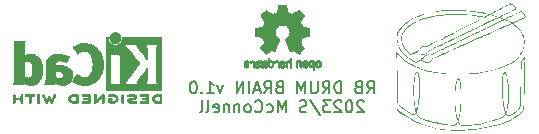
<source format=gbr>
%TF.GenerationSoftware,KiCad,Pcbnew,6.0.2+dfsg-1*%
%TF.CreationDate,2023-07-31T10:29:00-05:00*%
%TF.ProjectId,DrumBrain,4472756d-4272-4616-996e-2e6b69636164,rev?*%
%TF.SameCoordinates,Original*%
%TF.FileFunction,Legend,Bot*%
%TF.FilePolarity,Positive*%
%FSLAX46Y46*%
G04 Gerber Fmt 4.6, Leading zero omitted, Abs format (unit mm)*
G04 Created by KiCad (PCBNEW 6.0.2+dfsg-1) date 2023-07-31 10:29:00*
%MOMM*%
%LPD*%
G01*
G04 APERTURE LIST*
%ADD10C,0.150000*%
%ADD11C,0.010000*%
G04 APERTURE END LIST*
D10*
X154510476Y-92357380D02*
X154843809Y-91881190D01*
X155081904Y-92357380D02*
X155081904Y-91357380D01*
X154700952Y-91357380D01*
X154605714Y-91405000D01*
X154558095Y-91452619D01*
X154510476Y-91547857D01*
X154510476Y-91690714D01*
X154558095Y-91785952D01*
X154605714Y-91833571D01*
X154700952Y-91881190D01*
X155081904Y-91881190D01*
X153748571Y-91833571D02*
X153605714Y-91881190D01*
X153558095Y-91928809D01*
X153510476Y-92024047D01*
X153510476Y-92166904D01*
X153558095Y-92262142D01*
X153605714Y-92309761D01*
X153700952Y-92357380D01*
X154081904Y-92357380D01*
X154081904Y-91357380D01*
X153748571Y-91357380D01*
X153653333Y-91405000D01*
X153605714Y-91452619D01*
X153558095Y-91547857D01*
X153558095Y-91643095D01*
X153605714Y-91738333D01*
X153653333Y-91785952D01*
X153748571Y-91833571D01*
X154081904Y-91833571D01*
X152320000Y-92357380D02*
X152320000Y-91357380D01*
X152081904Y-91357380D01*
X151939047Y-91405000D01*
X151843809Y-91500238D01*
X151796190Y-91595476D01*
X151748571Y-91785952D01*
X151748571Y-91928809D01*
X151796190Y-92119285D01*
X151843809Y-92214523D01*
X151939047Y-92309761D01*
X152081904Y-92357380D01*
X152320000Y-92357380D01*
X150748571Y-92357380D02*
X151081904Y-91881190D01*
X151320000Y-92357380D02*
X151320000Y-91357380D01*
X150939047Y-91357380D01*
X150843809Y-91405000D01*
X150796190Y-91452619D01*
X150748571Y-91547857D01*
X150748571Y-91690714D01*
X150796190Y-91785952D01*
X150843809Y-91833571D01*
X150939047Y-91881190D01*
X151320000Y-91881190D01*
X150320000Y-91357380D02*
X150320000Y-92166904D01*
X150272380Y-92262142D01*
X150224761Y-92309761D01*
X150129523Y-92357380D01*
X149939047Y-92357380D01*
X149843809Y-92309761D01*
X149796190Y-92262142D01*
X149748571Y-92166904D01*
X149748571Y-91357380D01*
X149272380Y-92357380D02*
X149272380Y-91357380D01*
X148939047Y-92071666D01*
X148605714Y-91357380D01*
X148605714Y-92357380D01*
X147034285Y-91833571D02*
X146891428Y-91881190D01*
X146843809Y-91928809D01*
X146796190Y-92024047D01*
X146796190Y-92166904D01*
X146843809Y-92262142D01*
X146891428Y-92309761D01*
X146986666Y-92357380D01*
X147367619Y-92357380D01*
X147367619Y-91357380D01*
X147034285Y-91357380D01*
X146939047Y-91405000D01*
X146891428Y-91452619D01*
X146843809Y-91547857D01*
X146843809Y-91643095D01*
X146891428Y-91738333D01*
X146939047Y-91785952D01*
X147034285Y-91833571D01*
X147367619Y-91833571D01*
X145796190Y-92357380D02*
X146129523Y-91881190D01*
X146367619Y-92357380D02*
X146367619Y-91357380D01*
X145986666Y-91357380D01*
X145891428Y-91405000D01*
X145843809Y-91452619D01*
X145796190Y-91547857D01*
X145796190Y-91690714D01*
X145843809Y-91785952D01*
X145891428Y-91833571D01*
X145986666Y-91881190D01*
X146367619Y-91881190D01*
X145415238Y-92071666D02*
X144939047Y-92071666D01*
X145510476Y-92357380D02*
X145177142Y-91357380D01*
X144843809Y-92357380D01*
X144510476Y-92357380D02*
X144510476Y-91357380D01*
X144034285Y-92357380D02*
X144034285Y-91357380D01*
X143462857Y-92357380D01*
X143462857Y-91357380D01*
X142320000Y-91690714D02*
X142081904Y-92357380D01*
X141843809Y-91690714D01*
X140939047Y-92357380D02*
X141510476Y-92357380D01*
X141224761Y-92357380D02*
X141224761Y-91357380D01*
X141320000Y-91500238D01*
X141415238Y-91595476D01*
X141510476Y-91643095D01*
X140510476Y-92262142D02*
X140462857Y-92309761D01*
X140510476Y-92357380D01*
X140558095Y-92309761D01*
X140510476Y-92262142D01*
X140510476Y-92357380D01*
X139843809Y-91357380D02*
X139748571Y-91357380D01*
X139653333Y-91405000D01*
X139605714Y-91452619D01*
X139558095Y-91547857D01*
X139510476Y-91738333D01*
X139510476Y-91976428D01*
X139558095Y-92166904D01*
X139605714Y-92262142D01*
X139653333Y-92309761D01*
X139748571Y-92357380D01*
X139843809Y-92357380D01*
X139939047Y-92309761D01*
X139986666Y-92262142D01*
X140034285Y-92166904D01*
X140081904Y-91976428D01*
X140081904Y-91738333D01*
X140034285Y-91547857D01*
X139986666Y-91452619D01*
X139939047Y-91405000D01*
X139843809Y-91357380D01*
X154224761Y-93062619D02*
X154177142Y-93015000D01*
X154081904Y-92967380D01*
X153843809Y-92967380D01*
X153748571Y-93015000D01*
X153700952Y-93062619D01*
X153653333Y-93157857D01*
X153653333Y-93253095D01*
X153700952Y-93395952D01*
X154272380Y-93967380D01*
X153653333Y-93967380D01*
X153034285Y-92967380D02*
X152939047Y-92967380D01*
X152843809Y-93015000D01*
X152796190Y-93062619D01*
X152748571Y-93157857D01*
X152700952Y-93348333D01*
X152700952Y-93586428D01*
X152748571Y-93776904D01*
X152796190Y-93872142D01*
X152843809Y-93919761D01*
X152939047Y-93967380D01*
X153034285Y-93967380D01*
X153129523Y-93919761D01*
X153177142Y-93872142D01*
X153224761Y-93776904D01*
X153272380Y-93586428D01*
X153272380Y-93348333D01*
X153224761Y-93157857D01*
X153177142Y-93062619D01*
X153129523Y-93015000D01*
X153034285Y-92967380D01*
X152320000Y-93062619D02*
X152272380Y-93015000D01*
X152177142Y-92967380D01*
X151939047Y-92967380D01*
X151843809Y-93015000D01*
X151796190Y-93062619D01*
X151748571Y-93157857D01*
X151748571Y-93253095D01*
X151796190Y-93395952D01*
X152367619Y-93967380D01*
X151748571Y-93967380D01*
X151415238Y-92967380D02*
X150796190Y-92967380D01*
X151129523Y-93348333D01*
X150986666Y-93348333D01*
X150891428Y-93395952D01*
X150843809Y-93443571D01*
X150796190Y-93538809D01*
X150796190Y-93776904D01*
X150843809Y-93872142D01*
X150891428Y-93919761D01*
X150986666Y-93967380D01*
X151272380Y-93967380D01*
X151367619Y-93919761D01*
X151415238Y-93872142D01*
X149653333Y-92919761D02*
X150510476Y-94205476D01*
X149367619Y-93919761D02*
X149224761Y-93967380D01*
X148986666Y-93967380D01*
X148891428Y-93919761D01*
X148843809Y-93872142D01*
X148796190Y-93776904D01*
X148796190Y-93681666D01*
X148843809Y-93586428D01*
X148891428Y-93538809D01*
X148986666Y-93491190D01*
X149177142Y-93443571D01*
X149272380Y-93395952D01*
X149320000Y-93348333D01*
X149367619Y-93253095D01*
X149367619Y-93157857D01*
X149320000Y-93062619D01*
X149272380Y-93015000D01*
X149177142Y-92967380D01*
X148939047Y-92967380D01*
X148796190Y-93015000D01*
X147605714Y-93967380D02*
X147605714Y-92967380D01*
X147272380Y-93681666D01*
X146939047Y-92967380D01*
X146939047Y-93967380D01*
X146034285Y-93919761D02*
X146129523Y-93967380D01*
X146320000Y-93967380D01*
X146415238Y-93919761D01*
X146462857Y-93872142D01*
X146510476Y-93776904D01*
X146510476Y-93491190D01*
X146462857Y-93395952D01*
X146415238Y-93348333D01*
X146320000Y-93300714D01*
X146129523Y-93300714D01*
X146034285Y-93348333D01*
X145034285Y-93872142D02*
X145081904Y-93919761D01*
X145224761Y-93967380D01*
X145320000Y-93967380D01*
X145462857Y-93919761D01*
X145558095Y-93824523D01*
X145605714Y-93729285D01*
X145653333Y-93538809D01*
X145653333Y-93395952D01*
X145605714Y-93205476D01*
X145558095Y-93110238D01*
X145462857Y-93015000D01*
X145320000Y-92967380D01*
X145224761Y-92967380D01*
X145081904Y-93015000D01*
X145034285Y-93062619D01*
X144462857Y-93967380D02*
X144558095Y-93919761D01*
X144605714Y-93872142D01*
X144653333Y-93776904D01*
X144653333Y-93491190D01*
X144605714Y-93395952D01*
X144558095Y-93348333D01*
X144462857Y-93300714D01*
X144320000Y-93300714D01*
X144224761Y-93348333D01*
X144177142Y-93395952D01*
X144129523Y-93491190D01*
X144129523Y-93776904D01*
X144177142Y-93872142D01*
X144224761Y-93919761D01*
X144320000Y-93967380D01*
X144462857Y-93967380D01*
X143700952Y-93300714D02*
X143700952Y-93967380D01*
X143700952Y-93395952D02*
X143653333Y-93348333D01*
X143558095Y-93300714D01*
X143415238Y-93300714D01*
X143320000Y-93348333D01*
X143272380Y-93443571D01*
X143272380Y-93967380D01*
X142796190Y-93300714D02*
X142796190Y-93967380D01*
X142796190Y-93395952D02*
X142748571Y-93348333D01*
X142653333Y-93300714D01*
X142510476Y-93300714D01*
X142415238Y-93348333D01*
X142367619Y-93443571D01*
X142367619Y-93967380D01*
X141510476Y-93919761D02*
X141605714Y-93967380D01*
X141796190Y-93967380D01*
X141891428Y-93919761D01*
X141939047Y-93824523D01*
X141939047Y-93443571D01*
X141891428Y-93348333D01*
X141796190Y-93300714D01*
X141605714Y-93300714D01*
X141510476Y-93348333D01*
X141462857Y-93443571D01*
X141462857Y-93538809D01*
X141939047Y-93634047D01*
X140891428Y-93967380D02*
X140986666Y-93919761D01*
X141034285Y-93824523D01*
X141034285Y-92967380D01*
X140367619Y-93967380D02*
X140462857Y-93919761D01*
X140510476Y-93824523D01*
X140510476Y-92967380D01*
D11*
%TO.C,REF\u002A\u002A*%
X145540167Y-89588663D02*
X145537952Y-89626850D01*
X145537952Y-89626850D02*
X145536216Y-89684886D01*
X145536216Y-89684886D02*
X145535101Y-89758180D01*
X145535101Y-89758180D02*
X145534743Y-89835055D01*
X145534743Y-89835055D02*
X145534743Y-90095196D01*
X145534743Y-90095196D02*
X145580674Y-90141127D01*
X145580674Y-90141127D02*
X145612325Y-90169429D01*
X145612325Y-90169429D02*
X145640110Y-90180893D01*
X145640110Y-90180893D02*
X145678085Y-90180168D01*
X145678085Y-90180168D02*
X145693160Y-90178321D01*
X145693160Y-90178321D02*
X145740274Y-90172948D01*
X145740274Y-90172948D02*
X145779244Y-90169869D01*
X145779244Y-90169869D02*
X145788743Y-90169585D01*
X145788743Y-90169585D02*
X145820767Y-90171445D01*
X145820767Y-90171445D02*
X145866568Y-90176114D01*
X145866568Y-90176114D02*
X145884326Y-90178321D01*
X145884326Y-90178321D02*
X145927943Y-90181735D01*
X145927943Y-90181735D02*
X145957255Y-90174320D01*
X145957255Y-90174320D02*
X145986320Y-90151427D01*
X145986320Y-90151427D02*
X145996812Y-90141127D01*
X145996812Y-90141127D02*
X146042743Y-90095196D01*
X146042743Y-90095196D02*
X146042743Y-89608602D01*
X146042743Y-89608602D02*
X146005774Y-89591758D01*
X146005774Y-89591758D02*
X145973941Y-89579282D01*
X145973941Y-89579282D02*
X145955317Y-89574914D01*
X145955317Y-89574914D02*
X145950542Y-89588718D01*
X145950542Y-89588718D02*
X145946079Y-89627286D01*
X145946079Y-89627286D02*
X145942225Y-89686356D01*
X145942225Y-89686356D02*
X145939278Y-89761663D01*
X145939278Y-89761663D02*
X145937857Y-89825286D01*
X145937857Y-89825286D02*
X145933886Y-90075657D01*
X145933886Y-90075657D02*
X145899241Y-90080556D01*
X145899241Y-90080556D02*
X145867732Y-90077131D01*
X145867732Y-90077131D02*
X145852292Y-90066041D01*
X145852292Y-90066041D02*
X145847977Y-90045308D01*
X145847977Y-90045308D02*
X145844292Y-90001145D01*
X145844292Y-90001145D02*
X145841531Y-89939146D01*
X145841531Y-89939146D02*
X145839988Y-89864909D01*
X145839988Y-89864909D02*
X145839765Y-89826706D01*
X145839765Y-89826706D02*
X145839543Y-89606783D01*
X145839543Y-89606783D02*
X145793834Y-89590849D01*
X145793834Y-89590849D02*
X145761482Y-89580015D01*
X145761482Y-89580015D02*
X145743885Y-89574962D01*
X145743885Y-89574962D02*
X145743377Y-89574914D01*
X145743377Y-89574914D02*
X145741612Y-89588648D01*
X145741612Y-89588648D02*
X145739671Y-89626730D01*
X145739671Y-89626730D02*
X145737718Y-89684482D01*
X145737718Y-89684482D02*
X145735916Y-89757227D01*
X145735916Y-89757227D02*
X145734657Y-89825286D01*
X145734657Y-89825286D02*
X145730686Y-90075657D01*
X145730686Y-90075657D02*
X145643600Y-90075657D01*
X145643600Y-90075657D02*
X145639604Y-89847240D01*
X145639604Y-89847240D02*
X145635608Y-89618822D01*
X145635608Y-89618822D02*
X145593153Y-89596868D01*
X145593153Y-89596868D02*
X145561808Y-89581793D01*
X145561808Y-89581793D02*
X145543256Y-89574951D01*
X145543256Y-89574951D02*
X145542721Y-89574914D01*
X145542721Y-89574914D02*
X145540167Y-89588663D01*
X145540167Y-89588663D02*
X145540167Y-89588663D01*
G36*
X145973941Y-89579282D02*
G01*
X146005774Y-89591758D01*
X146042743Y-89608602D01*
X146042743Y-90095196D01*
X145996812Y-90141127D01*
X145986320Y-90151427D01*
X145957255Y-90174320D01*
X145927943Y-90181735D01*
X145884326Y-90178321D01*
X145866568Y-90176114D01*
X145820767Y-90171445D01*
X145788743Y-90169585D01*
X145779244Y-90169869D01*
X145740274Y-90172948D01*
X145693160Y-90178321D01*
X145678085Y-90180168D01*
X145640110Y-90180893D01*
X145612325Y-90169429D01*
X145580674Y-90141127D01*
X145534743Y-90095196D01*
X145534743Y-89835055D01*
X145535101Y-89758180D01*
X145536216Y-89684886D01*
X145537952Y-89626850D01*
X145540167Y-89588663D01*
X145542721Y-89574914D01*
X145543256Y-89574951D01*
X145561808Y-89581793D01*
X145593153Y-89596868D01*
X145635608Y-89618822D01*
X145639604Y-89847240D01*
X145643600Y-90075657D01*
X145730686Y-90075657D01*
X145734657Y-89825286D01*
X145735916Y-89757227D01*
X145737718Y-89684482D01*
X145739671Y-89626730D01*
X145741612Y-89588648D01*
X145743377Y-89574914D01*
X145743885Y-89574962D01*
X145761482Y-89580015D01*
X145793834Y-89590849D01*
X145839543Y-89606783D01*
X145839765Y-89826706D01*
X145839988Y-89864909D01*
X145841531Y-89939146D01*
X145844292Y-90001145D01*
X145847977Y-90045308D01*
X145852292Y-90066041D01*
X145867732Y-90077131D01*
X145899241Y-90080556D01*
X145933886Y-90075657D01*
X145937857Y-89825286D01*
X145939278Y-89761663D01*
X145942225Y-89686356D01*
X145946079Y-89627286D01*
X145950542Y-89588718D01*
X145955317Y-89574914D01*
X145973941Y-89579282D01*
G37*
X145973941Y-89579282D02*
X146005774Y-89591758D01*
X146042743Y-89608602D01*
X146042743Y-90095196D01*
X145996812Y-90141127D01*
X145986320Y-90151427D01*
X145957255Y-90174320D01*
X145927943Y-90181735D01*
X145884326Y-90178321D01*
X145866568Y-90176114D01*
X145820767Y-90171445D01*
X145788743Y-90169585D01*
X145779244Y-90169869D01*
X145740274Y-90172948D01*
X145693160Y-90178321D01*
X145678085Y-90180168D01*
X145640110Y-90180893D01*
X145612325Y-90169429D01*
X145580674Y-90141127D01*
X145534743Y-90095196D01*
X145534743Y-89835055D01*
X145535101Y-89758180D01*
X145536216Y-89684886D01*
X145537952Y-89626850D01*
X145540167Y-89588663D01*
X145542721Y-89574914D01*
X145543256Y-89574951D01*
X145561808Y-89581793D01*
X145593153Y-89596868D01*
X145635608Y-89618822D01*
X145639604Y-89847240D01*
X145643600Y-90075657D01*
X145730686Y-90075657D01*
X145734657Y-89825286D01*
X145735916Y-89757227D01*
X145737718Y-89684482D01*
X145739671Y-89626730D01*
X145741612Y-89588648D01*
X145743377Y-89574914D01*
X145743885Y-89574962D01*
X145761482Y-89580015D01*
X145793834Y-89590849D01*
X145839543Y-89606783D01*
X145839765Y-89826706D01*
X145839988Y-89864909D01*
X145841531Y-89939146D01*
X145844292Y-90001145D01*
X145847977Y-90045308D01*
X145852292Y-90066041D01*
X145867732Y-90077131D01*
X145899241Y-90080556D01*
X145933886Y-90075657D01*
X145937857Y-89825286D01*
X145939278Y-89761663D01*
X145942225Y-89686356D01*
X145946079Y-89627286D01*
X145950542Y-89588718D01*
X145955317Y-89574914D01*
X145973941Y-89579282D01*
X150278885Y-89551962D02*
X150210855Y-89587733D01*
X150210855Y-89587733D02*
X150160649Y-89645301D01*
X150160649Y-89645301D02*
X150142815Y-89682312D01*
X150142815Y-89682312D02*
X150128937Y-89737882D01*
X150128937Y-89737882D02*
X150121833Y-89808096D01*
X150121833Y-89808096D02*
X150121160Y-89884727D01*
X150121160Y-89884727D02*
X150126573Y-89959552D01*
X150126573Y-89959552D02*
X150137730Y-90024342D01*
X150137730Y-90024342D02*
X150154286Y-90070873D01*
X150154286Y-90070873D02*
X150159374Y-90078887D01*
X150159374Y-90078887D02*
X150219645Y-90138707D01*
X150219645Y-90138707D02*
X150291231Y-90174535D01*
X150291231Y-90174535D02*
X150368908Y-90185020D01*
X150368908Y-90185020D02*
X150447452Y-90168810D01*
X150447452Y-90168810D02*
X150469311Y-90159092D01*
X150469311Y-90159092D02*
X150511878Y-90129143D01*
X150511878Y-90129143D02*
X150549237Y-90089433D01*
X150549237Y-90089433D02*
X150552768Y-90084397D01*
X150552768Y-90084397D02*
X150567119Y-90060124D01*
X150567119Y-90060124D02*
X150576606Y-90034178D01*
X150576606Y-90034178D02*
X150582210Y-90000022D01*
X150582210Y-90000022D02*
X150584914Y-89951119D01*
X150584914Y-89951119D02*
X150585701Y-89880935D01*
X150585701Y-89880935D02*
X150585714Y-89865200D01*
X150585714Y-89865200D02*
X150585678Y-89860192D01*
X150585678Y-89860192D02*
X150440571Y-89860192D01*
X150440571Y-89860192D02*
X150439727Y-89926430D01*
X150439727Y-89926430D02*
X150436404Y-89970386D01*
X150436404Y-89970386D02*
X150429417Y-89998779D01*
X150429417Y-89998779D02*
X150417584Y-90018325D01*
X150417584Y-90018325D02*
X150411543Y-90024857D01*
X150411543Y-90024857D02*
X150376814Y-90049680D01*
X150376814Y-90049680D02*
X150343097Y-90048548D01*
X150343097Y-90048548D02*
X150309005Y-90027016D01*
X150309005Y-90027016D02*
X150288671Y-90004029D01*
X150288671Y-90004029D02*
X150276629Y-89970478D01*
X150276629Y-89970478D02*
X150269866Y-89917569D01*
X150269866Y-89917569D02*
X150269402Y-89911399D01*
X150269402Y-89911399D02*
X150268248Y-89815513D01*
X150268248Y-89815513D02*
X150280312Y-89744299D01*
X150280312Y-89744299D02*
X150305430Y-89698194D01*
X150305430Y-89698194D02*
X150343440Y-89677635D01*
X150343440Y-89677635D02*
X150357008Y-89676514D01*
X150357008Y-89676514D02*
X150392636Y-89682152D01*
X150392636Y-89682152D02*
X150417006Y-89701686D01*
X150417006Y-89701686D02*
X150431907Y-89739042D01*
X150431907Y-89739042D02*
X150439125Y-89798150D01*
X150439125Y-89798150D02*
X150440571Y-89860192D01*
X150440571Y-89860192D02*
X150585678Y-89860192D01*
X150585678Y-89860192D02*
X150585174Y-89790413D01*
X150585174Y-89790413D02*
X150582904Y-89738159D01*
X150582904Y-89738159D02*
X150577932Y-89701949D01*
X150577932Y-89701949D02*
X150569287Y-89675299D01*
X150569287Y-89675299D02*
X150555995Y-89651722D01*
X150555995Y-89651722D02*
X150553057Y-89647338D01*
X150553057Y-89647338D02*
X150503687Y-89588249D01*
X150503687Y-89588249D02*
X150449891Y-89553947D01*
X150449891Y-89553947D02*
X150384398Y-89540331D01*
X150384398Y-89540331D02*
X150362158Y-89539665D01*
X150362158Y-89539665D02*
X150278885Y-89551962D01*
X150278885Y-89551962D02*
X150278885Y-89551962D01*
G36*
X150585701Y-89880935D02*
G01*
X150584914Y-89951119D01*
X150582210Y-90000022D01*
X150576606Y-90034178D01*
X150567119Y-90060124D01*
X150552768Y-90084397D01*
X150549237Y-90089433D01*
X150511878Y-90129143D01*
X150469311Y-90159092D01*
X150447452Y-90168810D01*
X150368908Y-90185020D01*
X150291231Y-90174535D01*
X150219645Y-90138707D01*
X150159374Y-90078887D01*
X150154286Y-90070873D01*
X150137730Y-90024342D01*
X150126573Y-89959552D01*
X150121160Y-89884727D01*
X150121768Y-89815513D01*
X150268248Y-89815513D01*
X150269402Y-89911399D01*
X150269866Y-89917569D01*
X150276629Y-89970478D01*
X150288671Y-90004029D01*
X150309005Y-90027016D01*
X150343097Y-90048548D01*
X150376814Y-90049680D01*
X150411543Y-90024857D01*
X150417584Y-90018325D01*
X150429417Y-89998779D01*
X150436404Y-89970386D01*
X150439727Y-89926430D01*
X150440571Y-89860192D01*
X150439125Y-89798150D01*
X150431907Y-89739042D01*
X150417006Y-89701686D01*
X150392636Y-89682152D01*
X150357008Y-89676514D01*
X150343440Y-89677635D01*
X150305430Y-89698194D01*
X150280312Y-89744299D01*
X150268248Y-89815513D01*
X150121768Y-89815513D01*
X150121833Y-89808096D01*
X150128937Y-89737882D01*
X150142815Y-89682312D01*
X150160649Y-89645301D01*
X150210855Y-89587733D01*
X150278885Y-89551962D01*
X150362158Y-89539665D01*
X150384398Y-89540331D01*
X150449891Y-89553947D01*
X150503687Y-89588249D01*
X150553057Y-89647338D01*
X150555995Y-89651722D01*
X150569287Y-89675299D01*
X150577932Y-89701949D01*
X150582904Y-89738159D01*
X150585174Y-89790413D01*
X150585678Y-89860192D01*
X150585714Y-89865200D01*
X150585701Y-89880935D01*
G37*
X150585701Y-89880935D02*
X150584914Y-89951119D01*
X150582210Y-90000022D01*
X150576606Y-90034178D01*
X150567119Y-90060124D01*
X150552768Y-90084397D01*
X150549237Y-90089433D01*
X150511878Y-90129143D01*
X150469311Y-90159092D01*
X150447452Y-90168810D01*
X150368908Y-90185020D01*
X150291231Y-90174535D01*
X150219645Y-90138707D01*
X150159374Y-90078887D01*
X150154286Y-90070873D01*
X150137730Y-90024342D01*
X150126573Y-89959552D01*
X150121160Y-89884727D01*
X150121768Y-89815513D01*
X150268248Y-89815513D01*
X150269402Y-89911399D01*
X150269866Y-89917569D01*
X150276629Y-89970478D01*
X150288671Y-90004029D01*
X150309005Y-90027016D01*
X150343097Y-90048548D01*
X150376814Y-90049680D01*
X150411543Y-90024857D01*
X150417584Y-90018325D01*
X150429417Y-89998779D01*
X150436404Y-89970386D01*
X150439727Y-89926430D01*
X150440571Y-89860192D01*
X150439125Y-89798150D01*
X150431907Y-89739042D01*
X150417006Y-89701686D01*
X150392636Y-89682152D01*
X150357008Y-89676514D01*
X150343440Y-89677635D01*
X150305430Y-89698194D01*
X150280312Y-89744299D01*
X150268248Y-89815513D01*
X150121768Y-89815513D01*
X150121833Y-89808096D01*
X150128937Y-89737882D01*
X150142815Y-89682312D01*
X150160649Y-89645301D01*
X150210855Y-89587733D01*
X150278885Y-89551962D01*
X150362158Y-89539665D01*
X150384398Y-89540331D01*
X150449891Y-89553947D01*
X150503687Y-89588249D01*
X150553057Y-89647338D01*
X150555995Y-89651722D01*
X150569287Y-89675299D01*
X150577932Y-89701949D01*
X150582904Y-89738159D01*
X150585174Y-89790413D01*
X150585678Y-89860192D01*
X150585714Y-89865200D01*
X150585701Y-89880935D01*
X144166405Y-89596966D02*
X144108979Y-89634497D01*
X144108979Y-89634497D02*
X144081281Y-89668096D01*
X144081281Y-89668096D02*
X144059338Y-89729064D01*
X144059338Y-89729064D02*
X144057595Y-89777308D01*
X144057595Y-89777308D02*
X144061543Y-89841816D01*
X144061543Y-89841816D02*
X144210314Y-89906934D01*
X144210314Y-89906934D02*
X144282651Y-89940202D01*
X144282651Y-89940202D02*
X144329916Y-89966964D01*
X144329916Y-89966964D02*
X144354493Y-89990144D01*
X144354493Y-89990144D02*
X144358763Y-90012667D01*
X144358763Y-90012667D02*
X144345111Y-90037455D01*
X144345111Y-90037455D02*
X144330057Y-90053886D01*
X144330057Y-90053886D02*
X144286254Y-90080235D01*
X144286254Y-90080235D02*
X144238611Y-90082081D01*
X144238611Y-90082081D02*
X144194855Y-90061546D01*
X144194855Y-90061546D02*
X144162711Y-90020752D01*
X144162711Y-90020752D02*
X144156962Y-90006347D01*
X144156962Y-90006347D02*
X144129424Y-89961356D01*
X144129424Y-89961356D02*
X144097742Y-89942182D01*
X144097742Y-89942182D02*
X144054286Y-89925779D01*
X144054286Y-89925779D02*
X144054286Y-89987966D01*
X144054286Y-89987966D02*
X144058128Y-90030283D01*
X144058128Y-90030283D02*
X144073177Y-90065969D01*
X144073177Y-90065969D02*
X144104720Y-90106943D01*
X144104720Y-90106943D02*
X144109408Y-90112267D01*
X144109408Y-90112267D02*
X144144494Y-90148720D01*
X144144494Y-90148720D02*
X144174653Y-90168283D01*
X144174653Y-90168283D02*
X144212385Y-90177283D01*
X144212385Y-90177283D02*
X144243665Y-90180230D01*
X144243665Y-90180230D02*
X144299615Y-90180965D01*
X144299615Y-90180965D02*
X144339445Y-90171660D01*
X144339445Y-90171660D02*
X144364292Y-90157846D01*
X144364292Y-90157846D02*
X144403344Y-90127467D01*
X144403344Y-90127467D02*
X144430375Y-90094613D01*
X144430375Y-90094613D02*
X144447483Y-90053294D01*
X144447483Y-90053294D02*
X144456762Y-89997521D01*
X144456762Y-89997521D02*
X144460307Y-89921305D01*
X144460307Y-89921305D02*
X144460590Y-89882622D01*
X144460590Y-89882622D02*
X144459628Y-89836247D01*
X144459628Y-89836247D02*
X144371993Y-89836247D01*
X144371993Y-89836247D02*
X144370977Y-89861126D01*
X144370977Y-89861126D02*
X144368444Y-89865200D01*
X144368444Y-89865200D02*
X144351726Y-89859665D01*
X144351726Y-89859665D02*
X144315751Y-89845017D01*
X144315751Y-89845017D02*
X144267669Y-89824190D01*
X144267669Y-89824190D02*
X144257614Y-89819714D01*
X144257614Y-89819714D02*
X144196848Y-89788814D01*
X144196848Y-89788814D02*
X144163368Y-89761657D01*
X144163368Y-89761657D02*
X144156010Y-89736220D01*
X144156010Y-89736220D02*
X144173609Y-89710481D01*
X144173609Y-89710481D02*
X144188144Y-89699109D01*
X144188144Y-89699109D02*
X144240590Y-89676364D01*
X144240590Y-89676364D02*
X144289678Y-89680122D01*
X144289678Y-89680122D02*
X144330773Y-89707884D01*
X144330773Y-89707884D02*
X144359242Y-89757152D01*
X144359242Y-89757152D02*
X144368369Y-89796257D01*
X144368369Y-89796257D02*
X144371993Y-89836247D01*
X144371993Y-89836247D02*
X144459628Y-89836247D01*
X144459628Y-89836247D02*
X144458715Y-89792249D01*
X144458715Y-89792249D02*
X144451804Y-89725384D01*
X144451804Y-89725384D02*
X144438116Y-89676695D01*
X144438116Y-89676695D02*
X144415904Y-89640849D01*
X144415904Y-89640849D02*
X144383426Y-89612513D01*
X144383426Y-89612513D02*
X144369267Y-89603355D01*
X144369267Y-89603355D02*
X144304947Y-89579507D01*
X144304947Y-89579507D02*
X144234527Y-89578006D01*
X144234527Y-89578006D02*
X144166405Y-89596966D01*
X144166405Y-89596966D02*
X144166405Y-89596966D01*
G36*
X144460307Y-89921305D02*
G01*
X144456762Y-89997521D01*
X144447483Y-90053294D01*
X144430375Y-90094613D01*
X144403344Y-90127467D01*
X144364292Y-90157846D01*
X144339445Y-90171660D01*
X144299615Y-90180965D01*
X144243665Y-90180230D01*
X144212385Y-90177283D01*
X144174653Y-90168283D01*
X144144494Y-90148720D01*
X144109408Y-90112267D01*
X144104720Y-90106943D01*
X144073177Y-90065969D01*
X144058128Y-90030283D01*
X144054286Y-89987966D01*
X144054286Y-89925779D01*
X144097742Y-89942182D01*
X144129424Y-89961356D01*
X144156962Y-90006347D01*
X144162711Y-90020752D01*
X144194855Y-90061546D01*
X144238611Y-90082081D01*
X144286254Y-90080235D01*
X144330057Y-90053886D01*
X144345111Y-90037455D01*
X144358763Y-90012667D01*
X144354493Y-89990144D01*
X144329916Y-89966964D01*
X144282651Y-89940202D01*
X144210314Y-89906934D01*
X144061543Y-89841816D01*
X144057595Y-89777308D01*
X144059079Y-89736220D01*
X144156010Y-89736220D01*
X144163368Y-89761657D01*
X144196848Y-89788814D01*
X144257614Y-89819714D01*
X144267669Y-89824190D01*
X144315751Y-89845017D01*
X144351726Y-89859665D01*
X144368444Y-89865200D01*
X144370977Y-89861126D01*
X144371993Y-89836247D01*
X144368369Y-89796257D01*
X144359242Y-89757152D01*
X144330773Y-89707884D01*
X144289678Y-89680122D01*
X144240590Y-89676364D01*
X144188144Y-89699109D01*
X144173609Y-89710481D01*
X144156010Y-89736220D01*
X144059079Y-89736220D01*
X144059338Y-89729064D01*
X144081281Y-89668096D01*
X144108979Y-89634497D01*
X144166405Y-89596966D01*
X144234527Y-89578006D01*
X144304947Y-89579507D01*
X144369267Y-89603355D01*
X144383426Y-89612513D01*
X144415904Y-89640849D01*
X144438116Y-89676695D01*
X144451804Y-89725384D01*
X144458715Y-89792249D01*
X144459628Y-89836247D01*
X144460590Y-89882622D01*
X144460307Y-89921305D01*
G37*
X144460307Y-89921305D02*
X144456762Y-89997521D01*
X144447483Y-90053294D01*
X144430375Y-90094613D01*
X144403344Y-90127467D01*
X144364292Y-90157846D01*
X144339445Y-90171660D01*
X144299615Y-90180965D01*
X144243665Y-90180230D01*
X144212385Y-90177283D01*
X144174653Y-90168283D01*
X144144494Y-90148720D01*
X144109408Y-90112267D01*
X144104720Y-90106943D01*
X144073177Y-90065969D01*
X144058128Y-90030283D01*
X144054286Y-89987966D01*
X144054286Y-89925779D01*
X144097742Y-89942182D01*
X144129424Y-89961356D01*
X144156962Y-90006347D01*
X144162711Y-90020752D01*
X144194855Y-90061546D01*
X144238611Y-90082081D01*
X144286254Y-90080235D01*
X144330057Y-90053886D01*
X144345111Y-90037455D01*
X144358763Y-90012667D01*
X144354493Y-89990144D01*
X144329916Y-89966964D01*
X144282651Y-89940202D01*
X144210314Y-89906934D01*
X144061543Y-89841816D01*
X144057595Y-89777308D01*
X144059079Y-89736220D01*
X144156010Y-89736220D01*
X144163368Y-89761657D01*
X144196848Y-89788814D01*
X144257614Y-89819714D01*
X144267669Y-89824190D01*
X144315751Y-89845017D01*
X144351726Y-89859665D01*
X144368444Y-89865200D01*
X144370977Y-89861126D01*
X144371993Y-89836247D01*
X144368369Y-89796257D01*
X144359242Y-89757152D01*
X144330773Y-89707884D01*
X144289678Y-89680122D01*
X144240590Y-89676364D01*
X144188144Y-89699109D01*
X144173609Y-89710481D01*
X144156010Y-89736220D01*
X144059079Y-89736220D01*
X144059338Y-89729064D01*
X144081281Y-89668096D01*
X144108979Y-89634497D01*
X144166405Y-89596966D01*
X144234527Y-89578006D01*
X144304947Y-89579507D01*
X144369267Y-89603355D01*
X144383426Y-89612513D01*
X144415904Y-89640849D01*
X144438116Y-89676695D01*
X144451804Y-89725384D01*
X144458715Y-89792249D01*
X144459628Y-89836247D01*
X144460590Y-89882622D01*
X144460307Y-89921305D01*
X148603907Y-89557780D02*
X148557328Y-89584723D01*
X148557328Y-89584723D02*
X148524943Y-89611466D01*
X148524943Y-89611466D02*
X148501258Y-89639484D01*
X148501258Y-89639484D02*
X148484941Y-89673748D01*
X148484941Y-89673748D02*
X148474661Y-89719227D01*
X148474661Y-89719227D02*
X148469086Y-89780892D01*
X148469086Y-89780892D02*
X148466884Y-89863711D01*
X148466884Y-89863711D02*
X148466629Y-89923246D01*
X148466629Y-89923246D02*
X148466629Y-90142391D01*
X148466629Y-90142391D02*
X148528314Y-90170044D01*
X148528314Y-90170044D02*
X148590000Y-90197697D01*
X148590000Y-90197697D02*
X148597257Y-89957670D01*
X148597257Y-89957670D02*
X148600256Y-89868028D01*
X148600256Y-89868028D02*
X148603402Y-89802962D01*
X148603402Y-89802962D02*
X148607299Y-89758026D01*
X148607299Y-89758026D02*
X148612553Y-89728770D01*
X148612553Y-89728770D02*
X148619769Y-89710748D01*
X148619769Y-89710748D02*
X148629550Y-89699511D01*
X148629550Y-89699511D02*
X148632688Y-89697079D01*
X148632688Y-89697079D02*
X148680239Y-89678083D01*
X148680239Y-89678083D02*
X148728303Y-89685600D01*
X148728303Y-89685600D02*
X148756914Y-89705543D01*
X148756914Y-89705543D02*
X148768553Y-89719675D01*
X148768553Y-89719675D02*
X148776609Y-89738220D01*
X148776609Y-89738220D02*
X148781729Y-89766334D01*
X148781729Y-89766334D02*
X148784559Y-89809173D01*
X148784559Y-89809173D02*
X148785744Y-89871895D01*
X148785744Y-89871895D02*
X148785943Y-89937261D01*
X148785943Y-89937261D02*
X148785982Y-90019268D01*
X148785982Y-90019268D02*
X148787386Y-90077316D01*
X148787386Y-90077316D02*
X148792086Y-90116465D01*
X148792086Y-90116465D02*
X148802013Y-90141780D01*
X148802013Y-90141780D02*
X148819097Y-90158323D01*
X148819097Y-90158323D02*
X148845268Y-90171156D01*
X148845268Y-90171156D02*
X148880225Y-90184491D01*
X148880225Y-90184491D02*
X148918404Y-90199007D01*
X148918404Y-90199007D02*
X148913859Y-89941389D01*
X148913859Y-89941389D02*
X148912029Y-89848519D01*
X148912029Y-89848519D02*
X148909888Y-89779889D01*
X148909888Y-89779889D02*
X148906819Y-89730711D01*
X148906819Y-89730711D02*
X148902206Y-89696198D01*
X148902206Y-89696198D02*
X148895432Y-89671562D01*
X148895432Y-89671562D02*
X148885881Y-89652016D01*
X148885881Y-89652016D02*
X148874366Y-89634770D01*
X148874366Y-89634770D02*
X148818810Y-89579680D01*
X148818810Y-89579680D02*
X148751020Y-89547822D01*
X148751020Y-89547822D02*
X148677287Y-89540191D01*
X148677287Y-89540191D02*
X148603907Y-89557780D01*
X148603907Y-89557780D02*
X148603907Y-89557780D01*
G36*
X148751020Y-89547822D02*
G01*
X148818810Y-89579680D01*
X148874366Y-89634770D01*
X148885881Y-89652016D01*
X148895432Y-89671562D01*
X148902206Y-89696198D01*
X148906819Y-89730711D01*
X148909888Y-89779889D01*
X148912029Y-89848519D01*
X148913859Y-89941389D01*
X148918404Y-90199007D01*
X148880225Y-90184491D01*
X148845268Y-90171156D01*
X148819097Y-90158323D01*
X148802013Y-90141780D01*
X148792086Y-90116465D01*
X148787386Y-90077316D01*
X148785982Y-90019268D01*
X148785943Y-89937261D01*
X148785744Y-89871895D01*
X148784559Y-89809173D01*
X148781729Y-89766334D01*
X148776609Y-89738220D01*
X148768553Y-89719675D01*
X148756914Y-89705543D01*
X148728303Y-89685600D01*
X148680239Y-89678083D01*
X148632688Y-89697079D01*
X148629550Y-89699511D01*
X148619769Y-89710748D01*
X148612553Y-89728770D01*
X148607299Y-89758026D01*
X148603402Y-89802962D01*
X148600256Y-89868028D01*
X148597257Y-89957670D01*
X148590000Y-90197697D01*
X148528314Y-90170044D01*
X148466629Y-90142391D01*
X148466629Y-89923246D01*
X148466884Y-89863711D01*
X148469086Y-89780892D01*
X148474661Y-89719227D01*
X148484941Y-89673748D01*
X148501258Y-89639484D01*
X148524943Y-89611466D01*
X148557328Y-89584723D01*
X148603907Y-89557780D01*
X148677287Y-89540191D01*
X148751020Y-89547822D01*
G37*
X148751020Y-89547822D02*
X148818810Y-89579680D01*
X148874366Y-89634770D01*
X148885881Y-89652016D01*
X148895432Y-89671562D01*
X148902206Y-89696198D01*
X148906819Y-89730711D01*
X148909888Y-89779889D01*
X148912029Y-89848519D01*
X148913859Y-89941389D01*
X148918404Y-90199007D01*
X148880225Y-90184491D01*
X148845268Y-90171156D01*
X148819097Y-90158323D01*
X148802013Y-90141780D01*
X148792086Y-90116465D01*
X148787386Y-90077316D01*
X148785982Y-90019268D01*
X148785943Y-89937261D01*
X148785744Y-89871895D01*
X148784559Y-89809173D01*
X148781729Y-89766334D01*
X148776609Y-89738220D01*
X148768553Y-89719675D01*
X148756914Y-89705543D01*
X148728303Y-89685600D01*
X148680239Y-89678083D01*
X148632688Y-89697079D01*
X148629550Y-89699511D01*
X148619769Y-89710748D01*
X148612553Y-89728770D01*
X148607299Y-89758026D01*
X148603402Y-89802962D01*
X148600256Y-89868028D01*
X148597257Y-89957670D01*
X148590000Y-90197697D01*
X148528314Y-90170044D01*
X148466629Y-90142391D01*
X148466629Y-89923246D01*
X148466884Y-89863711D01*
X148469086Y-89780892D01*
X148474661Y-89719227D01*
X148484941Y-89673748D01*
X148501258Y-89639484D01*
X148524943Y-89611466D01*
X148557328Y-89584723D01*
X148603907Y-89557780D01*
X148677287Y-89540191D01*
X148751020Y-89547822D01*
X144667400Y-89588752D02*
X144650052Y-89596334D01*
X144650052Y-89596334D02*
X144608644Y-89629128D01*
X144608644Y-89629128D02*
X144573235Y-89676547D01*
X144573235Y-89676547D02*
X144551336Y-89727151D01*
X144551336Y-89727151D02*
X144547771Y-89752098D01*
X144547771Y-89752098D02*
X144559721Y-89786927D01*
X144559721Y-89786927D02*
X144585933Y-89805357D01*
X144585933Y-89805357D02*
X144614036Y-89816516D01*
X144614036Y-89816516D02*
X144626905Y-89818572D01*
X144626905Y-89818572D02*
X144633171Y-89803649D01*
X144633171Y-89803649D02*
X144645544Y-89771175D01*
X144645544Y-89771175D02*
X144650972Y-89756502D01*
X144650972Y-89756502D02*
X144681410Y-89705744D01*
X144681410Y-89705744D02*
X144725480Y-89680427D01*
X144725480Y-89680427D02*
X144781990Y-89681206D01*
X144781990Y-89681206D02*
X144786175Y-89682203D01*
X144786175Y-89682203D02*
X144816345Y-89696507D01*
X144816345Y-89696507D02*
X144838524Y-89724393D01*
X144838524Y-89724393D02*
X144853673Y-89769287D01*
X144853673Y-89769287D02*
X144862750Y-89834615D01*
X144862750Y-89834615D02*
X144866714Y-89923804D01*
X144866714Y-89923804D02*
X144867086Y-89971261D01*
X144867086Y-89971261D02*
X144867270Y-90046071D01*
X144867270Y-90046071D02*
X144868478Y-90097069D01*
X144868478Y-90097069D02*
X144871691Y-90129471D01*
X144871691Y-90129471D02*
X144877891Y-90148495D01*
X144877891Y-90148495D02*
X144888060Y-90159356D01*
X144888060Y-90159356D02*
X144903181Y-90167272D01*
X144903181Y-90167272D02*
X144904054Y-90167670D01*
X144904054Y-90167670D02*
X144933172Y-90179981D01*
X144933172Y-90179981D02*
X144947597Y-90184514D01*
X144947597Y-90184514D02*
X144949814Y-90170809D01*
X144949814Y-90170809D02*
X144951711Y-90132925D01*
X144951711Y-90132925D02*
X144953153Y-90075715D01*
X144953153Y-90075715D02*
X144954002Y-90004027D01*
X144954002Y-90004027D02*
X144954171Y-89951565D01*
X144954171Y-89951565D02*
X144953308Y-89850047D01*
X144953308Y-89850047D02*
X144949930Y-89773032D01*
X144949930Y-89773032D02*
X144942858Y-89716023D01*
X144942858Y-89716023D02*
X144930912Y-89674526D01*
X144930912Y-89674526D02*
X144912910Y-89644043D01*
X144912910Y-89644043D02*
X144887673Y-89620080D01*
X144887673Y-89620080D02*
X144862753Y-89603355D01*
X144862753Y-89603355D02*
X144802829Y-89581097D01*
X144802829Y-89581097D02*
X144733089Y-89576076D01*
X144733089Y-89576076D02*
X144667400Y-89588752D01*
X144667400Y-89588752D02*
X144667400Y-89588752D01*
G36*
X144802829Y-89581097D02*
G01*
X144862753Y-89603355D01*
X144887673Y-89620080D01*
X144912910Y-89644043D01*
X144930912Y-89674526D01*
X144942858Y-89716023D01*
X144949930Y-89773032D01*
X144953308Y-89850047D01*
X144954171Y-89951565D01*
X144954002Y-90004027D01*
X144953153Y-90075715D01*
X144951711Y-90132925D01*
X144949814Y-90170809D01*
X144947597Y-90184514D01*
X144933172Y-90179981D01*
X144904054Y-90167670D01*
X144903181Y-90167272D01*
X144888060Y-90159356D01*
X144877891Y-90148495D01*
X144871691Y-90129471D01*
X144868478Y-90097069D01*
X144867270Y-90046071D01*
X144867086Y-89971261D01*
X144866714Y-89923804D01*
X144862750Y-89834615D01*
X144853673Y-89769287D01*
X144838524Y-89724393D01*
X144816345Y-89696507D01*
X144786175Y-89682203D01*
X144781990Y-89681206D01*
X144725480Y-89680427D01*
X144681410Y-89705744D01*
X144650972Y-89756502D01*
X144645544Y-89771175D01*
X144633171Y-89803649D01*
X144626905Y-89818572D01*
X144614036Y-89816516D01*
X144585933Y-89805357D01*
X144559721Y-89786927D01*
X144547771Y-89752098D01*
X144551336Y-89727151D01*
X144573235Y-89676547D01*
X144608644Y-89629128D01*
X144650052Y-89596334D01*
X144667400Y-89588752D01*
X144733089Y-89576076D01*
X144802829Y-89581097D01*
G37*
X144802829Y-89581097D02*
X144862753Y-89603355D01*
X144887673Y-89620080D01*
X144912910Y-89644043D01*
X144930912Y-89674526D01*
X144942858Y-89716023D01*
X144949930Y-89773032D01*
X144953308Y-89850047D01*
X144954171Y-89951565D01*
X144954002Y-90004027D01*
X144953153Y-90075715D01*
X144951711Y-90132925D01*
X144949814Y-90170809D01*
X144947597Y-90184514D01*
X144933172Y-90179981D01*
X144904054Y-90167670D01*
X144903181Y-90167272D01*
X144888060Y-90159356D01*
X144877891Y-90148495D01*
X144871691Y-90129471D01*
X144868478Y-90097069D01*
X144867270Y-90046071D01*
X144867086Y-89971261D01*
X144866714Y-89923804D01*
X144862750Y-89834615D01*
X144853673Y-89769287D01*
X144838524Y-89724393D01*
X144816345Y-89696507D01*
X144786175Y-89682203D01*
X144781990Y-89681206D01*
X144725480Y-89680427D01*
X144681410Y-89705744D01*
X144650972Y-89756502D01*
X144645544Y-89771175D01*
X144633171Y-89803649D01*
X144626905Y-89818572D01*
X144614036Y-89816516D01*
X144585933Y-89805357D01*
X144559721Y-89786927D01*
X144547771Y-89752098D01*
X144551336Y-89727151D01*
X144573235Y-89676547D01*
X144608644Y-89629128D01*
X144650052Y-89596334D01*
X144667400Y-89588752D01*
X144733089Y-89576076D01*
X144802829Y-89581097D01*
X146129883Y-89695358D02*
X146130067Y-89803837D01*
X146130067Y-89803837D02*
X146130781Y-89887287D01*
X146130781Y-89887287D02*
X146132325Y-89949704D01*
X146132325Y-89949704D02*
X146134999Y-89995085D01*
X146134999Y-89995085D02*
X146139106Y-90027429D01*
X146139106Y-90027429D02*
X146144945Y-90050733D01*
X146144945Y-90050733D02*
X146152818Y-90068995D01*
X146152818Y-90068995D02*
X146158779Y-90079418D01*
X146158779Y-90079418D02*
X146208145Y-90135945D01*
X146208145Y-90135945D02*
X146270736Y-90171377D01*
X146270736Y-90171377D02*
X146339987Y-90184090D01*
X146339987Y-90184090D02*
X146409332Y-90172463D01*
X146409332Y-90172463D02*
X146450625Y-90151568D01*
X146450625Y-90151568D02*
X146493975Y-90115422D01*
X146493975Y-90115422D02*
X146523519Y-90071276D01*
X146523519Y-90071276D02*
X146541345Y-90013462D01*
X146541345Y-90013462D02*
X146549537Y-89936313D01*
X146549537Y-89936313D02*
X146550698Y-89879714D01*
X146550698Y-89879714D02*
X146550542Y-89875647D01*
X146550542Y-89875647D02*
X146449143Y-89875647D01*
X146449143Y-89875647D02*
X146448524Y-89940550D01*
X146448524Y-89940550D02*
X146445686Y-89983514D01*
X146445686Y-89983514D02*
X146439160Y-90011622D01*
X146439160Y-90011622D02*
X146427477Y-90031953D01*
X146427477Y-90031953D02*
X146413517Y-90047288D01*
X146413517Y-90047288D02*
X146366635Y-90076890D01*
X146366635Y-90076890D02*
X146316299Y-90079419D01*
X146316299Y-90079419D02*
X146268724Y-90054705D01*
X146268724Y-90054705D02*
X146265021Y-90051356D01*
X146265021Y-90051356D02*
X146249217Y-90033935D01*
X146249217Y-90033935D02*
X146239307Y-90013209D01*
X146239307Y-90013209D02*
X146233942Y-89982362D01*
X146233942Y-89982362D02*
X146231772Y-89934577D01*
X146231772Y-89934577D02*
X146231429Y-89881748D01*
X146231429Y-89881748D02*
X146232173Y-89815381D01*
X146232173Y-89815381D02*
X146235252Y-89771106D01*
X146235252Y-89771106D02*
X146241939Y-89742009D01*
X146241939Y-89742009D02*
X146253504Y-89721173D01*
X146253504Y-89721173D02*
X146262987Y-89710107D01*
X146262987Y-89710107D02*
X146307040Y-89682198D01*
X146307040Y-89682198D02*
X146357776Y-89678843D01*
X146357776Y-89678843D02*
X146406204Y-89700159D01*
X146406204Y-89700159D02*
X146415550Y-89708073D01*
X146415550Y-89708073D02*
X146431460Y-89725647D01*
X146431460Y-89725647D02*
X146441390Y-89746587D01*
X146441390Y-89746587D02*
X146446722Y-89777782D01*
X146446722Y-89777782D02*
X146448837Y-89826122D01*
X146448837Y-89826122D02*
X146449143Y-89875647D01*
X146449143Y-89875647D02*
X146550542Y-89875647D01*
X146550542Y-89875647D02*
X146547190Y-89788568D01*
X146547190Y-89788568D02*
X146535274Y-89720086D01*
X146535274Y-89720086D02*
X146512865Y-89668600D01*
X146512865Y-89668600D02*
X146477876Y-89628443D01*
X146477876Y-89628443D02*
X146450625Y-89607861D01*
X146450625Y-89607861D02*
X146401093Y-89585625D01*
X146401093Y-89585625D02*
X146343684Y-89575304D01*
X146343684Y-89575304D02*
X146290318Y-89578067D01*
X146290318Y-89578067D02*
X146260457Y-89589212D01*
X146260457Y-89589212D02*
X146248739Y-89592383D01*
X146248739Y-89592383D02*
X146240963Y-89580557D01*
X146240963Y-89580557D02*
X146235535Y-89548866D01*
X146235535Y-89548866D02*
X146231429Y-89500593D01*
X146231429Y-89500593D02*
X146226933Y-89446829D01*
X146226933Y-89446829D02*
X146220687Y-89414482D01*
X146220687Y-89414482D02*
X146209324Y-89395985D01*
X146209324Y-89395985D02*
X146189472Y-89383770D01*
X146189472Y-89383770D02*
X146177000Y-89378362D01*
X146177000Y-89378362D02*
X146129829Y-89358601D01*
X146129829Y-89358601D02*
X146129883Y-89695358D01*
X146129883Y-89695358D02*
X146129883Y-89695358D01*
G36*
X146549537Y-89936313D02*
G01*
X146541345Y-90013462D01*
X146523519Y-90071276D01*
X146493975Y-90115422D01*
X146450625Y-90151568D01*
X146409332Y-90172463D01*
X146339987Y-90184090D01*
X146270736Y-90171377D01*
X146208145Y-90135945D01*
X146158779Y-90079418D01*
X146152818Y-90068995D01*
X146144945Y-90050733D01*
X146139106Y-90027429D01*
X146134999Y-89995085D01*
X146132325Y-89949704D01*
X146130781Y-89887287D01*
X146130734Y-89881748D01*
X146231429Y-89881748D01*
X146231772Y-89934577D01*
X146233942Y-89982362D01*
X146239307Y-90013209D01*
X146249217Y-90033935D01*
X146265021Y-90051356D01*
X146268724Y-90054705D01*
X146316299Y-90079419D01*
X146366635Y-90076890D01*
X146413517Y-90047288D01*
X146427477Y-90031953D01*
X146439160Y-90011622D01*
X146445686Y-89983514D01*
X146448524Y-89940550D01*
X146449143Y-89875647D01*
X146448837Y-89826122D01*
X146446722Y-89777782D01*
X146441390Y-89746587D01*
X146431460Y-89725647D01*
X146415550Y-89708073D01*
X146406204Y-89700159D01*
X146357776Y-89678843D01*
X146307040Y-89682198D01*
X146262987Y-89710107D01*
X146253504Y-89721173D01*
X146241939Y-89742009D01*
X146235252Y-89771106D01*
X146232173Y-89815381D01*
X146231429Y-89881748D01*
X146130734Y-89881748D01*
X146130067Y-89803837D01*
X146129883Y-89695358D01*
X146129829Y-89358601D01*
X146177000Y-89378362D01*
X146189472Y-89383770D01*
X146209324Y-89395985D01*
X146220687Y-89414482D01*
X146226933Y-89446829D01*
X146231429Y-89500593D01*
X146235535Y-89548866D01*
X146240963Y-89580557D01*
X146248739Y-89592383D01*
X146260457Y-89589212D01*
X146290318Y-89578067D01*
X146343684Y-89575304D01*
X146401093Y-89585625D01*
X146450625Y-89607861D01*
X146477876Y-89628443D01*
X146512865Y-89668600D01*
X146535274Y-89720086D01*
X146547190Y-89788568D01*
X146550542Y-89875647D01*
X146550698Y-89879714D01*
X146549537Y-89936313D01*
G37*
X146549537Y-89936313D02*
X146541345Y-90013462D01*
X146523519Y-90071276D01*
X146493975Y-90115422D01*
X146450625Y-90151568D01*
X146409332Y-90172463D01*
X146339987Y-90184090D01*
X146270736Y-90171377D01*
X146208145Y-90135945D01*
X146158779Y-90079418D01*
X146152818Y-90068995D01*
X146144945Y-90050733D01*
X146139106Y-90027429D01*
X146134999Y-89995085D01*
X146132325Y-89949704D01*
X146130781Y-89887287D01*
X146130734Y-89881748D01*
X146231429Y-89881748D01*
X146231772Y-89934577D01*
X146233942Y-89982362D01*
X146239307Y-90013209D01*
X146249217Y-90033935D01*
X146265021Y-90051356D01*
X146268724Y-90054705D01*
X146316299Y-90079419D01*
X146366635Y-90076890D01*
X146413517Y-90047288D01*
X146427477Y-90031953D01*
X146439160Y-90011622D01*
X146445686Y-89983514D01*
X146448524Y-89940550D01*
X146449143Y-89875647D01*
X146448837Y-89826122D01*
X146446722Y-89777782D01*
X146441390Y-89746587D01*
X146431460Y-89725647D01*
X146415550Y-89708073D01*
X146406204Y-89700159D01*
X146357776Y-89678843D01*
X146307040Y-89682198D01*
X146262987Y-89710107D01*
X146253504Y-89721173D01*
X146241939Y-89742009D01*
X146235252Y-89771106D01*
X146232173Y-89815381D01*
X146231429Y-89881748D01*
X146130734Y-89881748D01*
X146130067Y-89803837D01*
X146129883Y-89695358D01*
X146129829Y-89358601D01*
X146177000Y-89378362D01*
X146189472Y-89383770D01*
X146209324Y-89395985D01*
X146220687Y-89414482D01*
X146226933Y-89446829D01*
X146231429Y-89500593D01*
X146235535Y-89548866D01*
X146240963Y-89580557D01*
X146248739Y-89592383D01*
X146260457Y-89589212D01*
X146290318Y-89578067D01*
X146343684Y-89575304D01*
X146401093Y-89585625D01*
X146450625Y-89607861D01*
X146477876Y-89628443D01*
X146512865Y-89668600D01*
X146535274Y-89720086D01*
X146547190Y-89788568D01*
X146550542Y-89875647D01*
X146550698Y-89879714D01*
X146549537Y-89936313D01*
X147944114Y-89481289D02*
X147939861Y-89540613D01*
X147939861Y-89540613D02*
X147934975Y-89575572D01*
X147934975Y-89575572D02*
X147928205Y-89590820D01*
X147928205Y-89590820D02*
X147918298Y-89591015D01*
X147918298Y-89591015D02*
X147915086Y-89589195D01*
X147915086Y-89589195D02*
X147872356Y-89576015D01*
X147872356Y-89576015D02*
X147816773Y-89576785D01*
X147816773Y-89576785D02*
X147760263Y-89590333D01*
X147760263Y-89590333D02*
X147724918Y-89607861D01*
X147724918Y-89607861D02*
X147688679Y-89635861D01*
X147688679Y-89635861D02*
X147662187Y-89667549D01*
X147662187Y-89667549D02*
X147644001Y-89707813D01*
X147644001Y-89707813D02*
X147632678Y-89761543D01*
X147632678Y-89761543D02*
X147626778Y-89833626D01*
X147626778Y-89833626D02*
X147624857Y-89928951D01*
X147624857Y-89928951D02*
X147624823Y-89947237D01*
X147624823Y-89947237D02*
X147624800Y-90152646D01*
X147624800Y-90152646D02*
X147670509Y-90168580D01*
X147670509Y-90168580D02*
X147702973Y-90179420D01*
X147702973Y-90179420D02*
X147720785Y-90184468D01*
X147720785Y-90184468D02*
X147721309Y-90184514D01*
X147721309Y-90184514D02*
X147723063Y-90170828D01*
X147723063Y-90170828D02*
X147724556Y-90133076D01*
X147724556Y-90133076D02*
X147725674Y-90076224D01*
X147725674Y-90076224D02*
X147726303Y-90005234D01*
X147726303Y-90005234D02*
X147726400Y-89962073D01*
X147726400Y-89962073D02*
X147726602Y-89876973D01*
X147726602Y-89876973D02*
X147727642Y-89815981D01*
X147727642Y-89815981D02*
X147730169Y-89774177D01*
X147730169Y-89774177D02*
X147734836Y-89746642D01*
X147734836Y-89746642D02*
X147742293Y-89728456D01*
X147742293Y-89728456D02*
X147753189Y-89714698D01*
X147753189Y-89714698D02*
X147759993Y-89708073D01*
X147759993Y-89708073D02*
X147806728Y-89681375D01*
X147806728Y-89681375D02*
X147857728Y-89679375D01*
X147857728Y-89679375D02*
X147903999Y-89701955D01*
X147903999Y-89701955D02*
X147912556Y-89710107D01*
X147912556Y-89710107D02*
X147925107Y-89725436D01*
X147925107Y-89725436D02*
X147933812Y-89743618D01*
X147933812Y-89743618D02*
X147939369Y-89769909D01*
X147939369Y-89769909D02*
X147942474Y-89809562D01*
X147942474Y-89809562D02*
X147943824Y-89867832D01*
X147943824Y-89867832D02*
X147944114Y-89948173D01*
X147944114Y-89948173D02*
X147944114Y-90152646D01*
X147944114Y-90152646D02*
X147989823Y-90168580D01*
X147989823Y-90168580D02*
X148022287Y-90179420D01*
X148022287Y-90179420D02*
X148040099Y-90184468D01*
X148040099Y-90184468D02*
X148040623Y-90184514D01*
X148040623Y-90184514D02*
X148041963Y-90170623D01*
X148041963Y-90170623D02*
X148043172Y-90131439D01*
X148043172Y-90131439D02*
X148044199Y-90070700D01*
X148044199Y-90070700D02*
X148044998Y-89992141D01*
X148044998Y-89992141D02*
X148045519Y-89899498D01*
X148045519Y-89899498D02*
X148045714Y-89796509D01*
X148045714Y-89796509D02*
X148045714Y-89399342D01*
X148045714Y-89399342D02*
X147998543Y-89379444D01*
X147998543Y-89379444D02*
X147951371Y-89359547D01*
X147951371Y-89359547D02*
X147944114Y-89481289D01*
X147944114Y-89481289D02*
X147944114Y-89481289D01*
G36*
X147998543Y-89379444D02*
G01*
X148045714Y-89399342D01*
X148045714Y-89796509D01*
X148045519Y-89899498D01*
X148044998Y-89992141D01*
X148044199Y-90070700D01*
X148043172Y-90131439D01*
X148041963Y-90170623D01*
X148040623Y-90184514D01*
X148040099Y-90184468D01*
X148022287Y-90179420D01*
X147989823Y-90168580D01*
X147944114Y-90152646D01*
X147944114Y-89948173D01*
X147943824Y-89867832D01*
X147942474Y-89809562D01*
X147939369Y-89769909D01*
X147933812Y-89743618D01*
X147925107Y-89725436D01*
X147912556Y-89710107D01*
X147903999Y-89701955D01*
X147857728Y-89679375D01*
X147806728Y-89681375D01*
X147759993Y-89708073D01*
X147753189Y-89714698D01*
X147742293Y-89728456D01*
X147734836Y-89746642D01*
X147730169Y-89774177D01*
X147727642Y-89815981D01*
X147726602Y-89876973D01*
X147726400Y-89962073D01*
X147726303Y-90005234D01*
X147725674Y-90076224D01*
X147724556Y-90133076D01*
X147723063Y-90170828D01*
X147721309Y-90184514D01*
X147720785Y-90184468D01*
X147702973Y-90179420D01*
X147670509Y-90168580D01*
X147624800Y-90152646D01*
X147624823Y-89947237D01*
X147624857Y-89928951D01*
X147626778Y-89833626D01*
X147632678Y-89761543D01*
X147644001Y-89707813D01*
X147662187Y-89667549D01*
X147688679Y-89635861D01*
X147724918Y-89607861D01*
X147760263Y-89590333D01*
X147816773Y-89576785D01*
X147872356Y-89576015D01*
X147915086Y-89589195D01*
X147918298Y-89591015D01*
X147928205Y-89590820D01*
X147934975Y-89575572D01*
X147939861Y-89540613D01*
X147944114Y-89481289D01*
X147951371Y-89359547D01*
X147998543Y-89379444D01*
G37*
X147998543Y-89379444D02*
X148045714Y-89399342D01*
X148045714Y-89796509D01*
X148045519Y-89899498D01*
X148044998Y-89992141D01*
X148044199Y-90070700D01*
X148043172Y-90131439D01*
X148041963Y-90170623D01*
X148040623Y-90184514D01*
X148040099Y-90184468D01*
X148022287Y-90179420D01*
X147989823Y-90168580D01*
X147944114Y-90152646D01*
X147944114Y-89948173D01*
X147943824Y-89867832D01*
X147942474Y-89809562D01*
X147939369Y-89769909D01*
X147933812Y-89743618D01*
X147925107Y-89725436D01*
X147912556Y-89710107D01*
X147903999Y-89701955D01*
X147857728Y-89679375D01*
X147806728Y-89681375D01*
X147759993Y-89708073D01*
X147753189Y-89714698D01*
X147742293Y-89728456D01*
X147734836Y-89746642D01*
X147730169Y-89774177D01*
X147727642Y-89815981D01*
X147726602Y-89876973D01*
X147726400Y-89962073D01*
X147726303Y-90005234D01*
X147725674Y-90076224D01*
X147724556Y-90133076D01*
X147723063Y-90170828D01*
X147721309Y-90184514D01*
X147720785Y-90184468D01*
X147702973Y-90179420D01*
X147670509Y-90168580D01*
X147624800Y-90152646D01*
X147624823Y-89947237D01*
X147624857Y-89928951D01*
X147626778Y-89833626D01*
X147632678Y-89761543D01*
X147644001Y-89707813D01*
X147662187Y-89667549D01*
X147688679Y-89635861D01*
X147724918Y-89607861D01*
X147760263Y-89590333D01*
X147816773Y-89576785D01*
X147872356Y-89576015D01*
X147915086Y-89589195D01*
X147918298Y-89591015D01*
X147928205Y-89590820D01*
X147934975Y-89575572D01*
X147939861Y-89540613D01*
X147944114Y-89481289D01*
X147951371Y-89359547D01*
X147998543Y-89379444D01*
X147280256Y-89580968D02*
X147223384Y-89602087D01*
X147223384Y-89602087D02*
X147222733Y-89602493D01*
X147222733Y-89602493D02*
X147187560Y-89628380D01*
X147187560Y-89628380D02*
X147161593Y-89658633D01*
X147161593Y-89658633D02*
X147143330Y-89698058D01*
X147143330Y-89698058D02*
X147131268Y-89751462D01*
X147131268Y-89751462D02*
X147123904Y-89823651D01*
X147123904Y-89823651D02*
X147119736Y-89919432D01*
X147119736Y-89919432D02*
X147119371Y-89933078D01*
X147119371Y-89933078D02*
X147114124Y-90138842D01*
X147114124Y-90138842D02*
X147158284Y-90161678D01*
X147158284Y-90161678D02*
X147190237Y-90177110D01*
X147190237Y-90177110D02*
X147209530Y-90184423D01*
X147209530Y-90184423D02*
X147210422Y-90184514D01*
X147210422Y-90184514D02*
X147213761Y-90171022D01*
X147213761Y-90171022D02*
X147216413Y-90134626D01*
X147216413Y-90134626D02*
X147218044Y-90081452D01*
X147218044Y-90081452D02*
X147218400Y-90038393D01*
X147218400Y-90038393D02*
X147218408Y-89968641D01*
X147218408Y-89968641D02*
X147221597Y-89924837D01*
X147221597Y-89924837D02*
X147232712Y-89903944D01*
X147232712Y-89903944D02*
X147256499Y-89902925D01*
X147256499Y-89902925D02*
X147297704Y-89918741D01*
X147297704Y-89918741D02*
X147359914Y-89947815D01*
X147359914Y-89947815D02*
X147405659Y-89971963D01*
X147405659Y-89971963D02*
X147429187Y-89992913D01*
X147429187Y-89992913D02*
X147436104Y-90015747D01*
X147436104Y-90015747D02*
X147436114Y-90016877D01*
X147436114Y-90016877D02*
X147424701Y-90056212D01*
X147424701Y-90056212D02*
X147390908Y-90077462D01*
X147390908Y-90077462D02*
X147339191Y-90080539D01*
X147339191Y-90080539D02*
X147301939Y-90080006D01*
X147301939Y-90080006D02*
X147282297Y-90090735D01*
X147282297Y-90090735D02*
X147270048Y-90116505D01*
X147270048Y-90116505D02*
X147262998Y-90149337D01*
X147262998Y-90149337D02*
X147273158Y-90167966D01*
X147273158Y-90167966D02*
X147276983Y-90170632D01*
X147276983Y-90170632D02*
X147312999Y-90181340D01*
X147312999Y-90181340D02*
X147363434Y-90182856D01*
X147363434Y-90182856D02*
X147415374Y-90175759D01*
X147415374Y-90175759D02*
X147452178Y-90162788D01*
X147452178Y-90162788D02*
X147503062Y-90119585D01*
X147503062Y-90119585D02*
X147531986Y-90059446D01*
X147531986Y-90059446D02*
X147537714Y-90012462D01*
X147537714Y-90012462D02*
X147533343Y-89970082D01*
X147533343Y-89970082D02*
X147517525Y-89935488D01*
X147517525Y-89935488D02*
X147486203Y-89904763D01*
X147486203Y-89904763D02*
X147435322Y-89873990D01*
X147435322Y-89873990D02*
X147360824Y-89839252D01*
X147360824Y-89839252D02*
X147356286Y-89837288D01*
X147356286Y-89837288D02*
X147289179Y-89806287D01*
X147289179Y-89806287D02*
X147247768Y-89780862D01*
X147247768Y-89780862D02*
X147230019Y-89758014D01*
X147230019Y-89758014D02*
X147233893Y-89734745D01*
X147233893Y-89734745D02*
X147257357Y-89708056D01*
X147257357Y-89708056D02*
X147264373Y-89701914D01*
X147264373Y-89701914D02*
X147311370Y-89678100D01*
X147311370Y-89678100D02*
X147360067Y-89679103D01*
X147360067Y-89679103D02*
X147402478Y-89702451D01*
X147402478Y-89702451D02*
X147430616Y-89745675D01*
X147430616Y-89745675D02*
X147433231Y-89754160D01*
X147433231Y-89754160D02*
X147458692Y-89795308D01*
X147458692Y-89795308D02*
X147490999Y-89815128D01*
X147490999Y-89815128D02*
X147537714Y-89834770D01*
X147537714Y-89834770D02*
X147537714Y-89783950D01*
X147537714Y-89783950D02*
X147523504Y-89710082D01*
X147523504Y-89710082D02*
X147481325Y-89642327D01*
X147481325Y-89642327D02*
X147459376Y-89619661D01*
X147459376Y-89619661D02*
X147409483Y-89590569D01*
X147409483Y-89590569D02*
X147346033Y-89577400D01*
X147346033Y-89577400D02*
X147280256Y-89580968D01*
X147280256Y-89580968D02*
X147280256Y-89580968D01*
G36*
X147409483Y-89590569D02*
G01*
X147459376Y-89619661D01*
X147481325Y-89642327D01*
X147523504Y-89710082D01*
X147537714Y-89783950D01*
X147537714Y-89834770D01*
X147490999Y-89815128D01*
X147458692Y-89795308D01*
X147433231Y-89754160D01*
X147430616Y-89745675D01*
X147402478Y-89702451D01*
X147360067Y-89679103D01*
X147311370Y-89678100D01*
X147264373Y-89701914D01*
X147257357Y-89708056D01*
X147233893Y-89734745D01*
X147230019Y-89758014D01*
X147247768Y-89780862D01*
X147289179Y-89806287D01*
X147356286Y-89837288D01*
X147360824Y-89839252D01*
X147435322Y-89873990D01*
X147486203Y-89904763D01*
X147517525Y-89935488D01*
X147533343Y-89970082D01*
X147537714Y-90012462D01*
X147531986Y-90059446D01*
X147503062Y-90119585D01*
X147452178Y-90162788D01*
X147415374Y-90175759D01*
X147363434Y-90182856D01*
X147312999Y-90181340D01*
X147276983Y-90170632D01*
X147273158Y-90167966D01*
X147262998Y-90149337D01*
X147270048Y-90116505D01*
X147282297Y-90090735D01*
X147301939Y-90080006D01*
X147339191Y-90080539D01*
X147390908Y-90077462D01*
X147424701Y-90056212D01*
X147436114Y-90016877D01*
X147436104Y-90015747D01*
X147429187Y-89992913D01*
X147405659Y-89971963D01*
X147359914Y-89947815D01*
X147297704Y-89918741D01*
X147256499Y-89902925D01*
X147232712Y-89903944D01*
X147221597Y-89924837D01*
X147218408Y-89968641D01*
X147218400Y-90038393D01*
X147218044Y-90081452D01*
X147216413Y-90134626D01*
X147213761Y-90171022D01*
X147210422Y-90184514D01*
X147209530Y-90184423D01*
X147190237Y-90177110D01*
X147158284Y-90161678D01*
X147114124Y-90138842D01*
X147119371Y-89933078D01*
X147119736Y-89919432D01*
X147123904Y-89823651D01*
X147131268Y-89751462D01*
X147143330Y-89698058D01*
X147161593Y-89658633D01*
X147187560Y-89628380D01*
X147222733Y-89602493D01*
X147223384Y-89602087D01*
X147280256Y-89580968D01*
X147346033Y-89577400D01*
X147409483Y-89590569D01*
G37*
X147409483Y-89590569D02*
X147459376Y-89619661D01*
X147481325Y-89642327D01*
X147523504Y-89710082D01*
X147537714Y-89783950D01*
X147537714Y-89834770D01*
X147490999Y-89815128D01*
X147458692Y-89795308D01*
X147433231Y-89754160D01*
X147430616Y-89745675D01*
X147402478Y-89702451D01*
X147360067Y-89679103D01*
X147311370Y-89678100D01*
X147264373Y-89701914D01*
X147257357Y-89708056D01*
X147233893Y-89734745D01*
X147230019Y-89758014D01*
X147247768Y-89780862D01*
X147289179Y-89806287D01*
X147356286Y-89837288D01*
X147360824Y-89839252D01*
X147435322Y-89873990D01*
X147486203Y-89904763D01*
X147517525Y-89935488D01*
X147533343Y-89970082D01*
X147537714Y-90012462D01*
X147531986Y-90059446D01*
X147503062Y-90119585D01*
X147452178Y-90162788D01*
X147415374Y-90175759D01*
X147363434Y-90182856D01*
X147312999Y-90181340D01*
X147276983Y-90170632D01*
X147273158Y-90167966D01*
X147262998Y-90149337D01*
X147270048Y-90116505D01*
X147282297Y-90090735D01*
X147301939Y-90080006D01*
X147339191Y-90080539D01*
X147390908Y-90077462D01*
X147424701Y-90056212D01*
X147436114Y-90016877D01*
X147436104Y-90015747D01*
X147429187Y-89992913D01*
X147405659Y-89971963D01*
X147359914Y-89947815D01*
X147297704Y-89918741D01*
X147256499Y-89902925D01*
X147232712Y-89903944D01*
X147221597Y-89924837D01*
X147218408Y-89968641D01*
X147218400Y-90038393D01*
X147218044Y-90081452D01*
X147216413Y-90134626D01*
X147213761Y-90171022D01*
X147210422Y-90184514D01*
X147209530Y-90184423D01*
X147190237Y-90177110D01*
X147158284Y-90161678D01*
X147114124Y-90138842D01*
X147119371Y-89933078D01*
X147119736Y-89919432D01*
X147123904Y-89823651D01*
X147131268Y-89751462D01*
X147143330Y-89698058D01*
X147161593Y-89658633D01*
X147187560Y-89628380D01*
X147222733Y-89602493D01*
X147223384Y-89602087D01*
X147280256Y-89580968D01*
X147346033Y-89577400D01*
X147409483Y-89590569D01*
X147216090Y-84872348D02*
X147137546Y-84872778D01*
X147137546Y-84872778D02*
X147080702Y-84873942D01*
X147080702Y-84873942D02*
X147041895Y-84876207D01*
X147041895Y-84876207D02*
X147017462Y-84879940D01*
X147017462Y-84879940D02*
X147003738Y-84885506D01*
X147003738Y-84885506D02*
X146997060Y-84893273D01*
X146997060Y-84893273D02*
X146993764Y-84903605D01*
X146993764Y-84903605D02*
X146993444Y-84904943D01*
X146993444Y-84904943D02*
X146988438Y-84929079D01*
X146988438Y-84929079D02*
X146979171Y-84976701D01*
X146979171Y-84976701D02*
X146966608Y-85042741D01*
X146966608Y-85042741D02*
X146951713Y-85122128D01*
X146951713Y-85122128D02*
X146935449Y-85209796D01*
X146935449Y-85209796D02*
X146934881Y-85212875D01*
X146934881Y-85212875D02*
X146918590Y-85298789D01*
X146918590Y-85298789D02*
X146903348Y-85374696D01*
X146903348Y-85374696D02*
X146890139Y-85436045D01*
X146890139Y-85436045D02*
X146879946Y-85478282D01*
X146879946Y-85478282D02*
X146873752Y-85496855D01*
X146873752Y-85496855D02*
X146873457Y-85497184D01*
X146873457Y-85497184D02*
X146855212Y-85506253D01*
X146855212Y-85506253D02*
X146817595Y-85521367D01*
X146817595Y-85521367D02*
X146768729Y-85539262D01*
X146768729Y-85539262D02*
X146768457Y-85539358D01*
X146768457Y-85539358D02*
X146706907Y-85562493D01*
X146706907Y-85562493D02*
X146634343Y-85591965D01*
X146634343Y-85591965D02*
X146565943Y-85621597D01*
X146565943Y-85621597D02*
X146562706Y-85623062D01*
X146562706Y-85623062D02*
X146451298Y-85673626D01*
X146451298Y-85673626D02*
X146204601Y-85505160D01*
X146204601Y-85505160D02*
X146128923Y-85453803D01*
X146128923Y-85453803D02*
X146060369Y-85407889D01*
X146060369Y-85407889D02*
X146002912Y-85370030D01*
X146002912Y-85370030D02*
X145960524Y-85342837D01*
X145960524Y-85342837D02*
X145937175Y-85328921D01*
X145937175Y-85328921D02*
X145934958Y-85327889D01*
X145934958Y-85327889D02*
X145917990Y-85332484D01*
X145917990Y-85332484D02*
X145886299Y-85354655D01*
X145886299Y-85354655D02*
X145838648Y-85395447D01*
X145838648Y-85395447D02*
X145773802Y-85455905D01*
X145773802Y-85455905D02*
X145707603Y-85520227D01*
X145707603Y-85520227D02*
X145643786Y-85583612D01*
X145643786Y-85583612D02*
X145586671Y-85641451D01*
X145586671Y-85641451D02*
X145539695Y-85690175D01*
X145539695Y-85690175D02*
X145506297Y-85726210D01*
X145506297Y-85726210D02*
X145489915Y-85745984D01*
X145489915Y-85745984D02*
X145489306Y-85747002D01*
X145489306Y-85747002D02*
X145487495Y-85760572D01*
X145487495Y-85760572D02*
X145494317Y-85782733D01*
X145494317Y-85782733D02*
X145511460Y-85816478D01*
X145511460Y-85816478D02*
X145540607Y-85864800D01*
X145540607Y-85864800D02*
X145583445Y-85930692D01*
X145583445Y-85930692D02*
X145640552Y-86015517D01*
X145640552Y-86015517D02*
X145691234Y-86090177D01*
X145691234Y-86090177D02*
X145736539Y-86157140D01*
X145736539Y-86157140D02*
X145773850Y-86212516D01*
X145773850Y-86212516D02*
X145800548Y-86252420D01*
X145800548Y-86252420D02*
X145814015Y-86272962D01*
X145814015Y-86272962D02*
X145814863Y-86274356D01*
X145814863Y-86274356D02*
X145813219Y-86294038D01*
X145813219Y-86294038D02*
X145800755Y-86332293D01*
X145800755Y-86332293D02*
X145779952Y-86381889D01*
X145779952Y-86381889D02*
X145772538Y-86397728D01*
X145772538Y-86397728D02*
X145740186Y-86468290D01*
X145740186Y-86468290D02*
X145705672Y-86548353D01*
X145705672Y-86548353D02*
X145677635Y-86617629D01*
X145677635Y-86617629D02*
X145657432Y-86669045D01*
X145657432Y-86669045D02*
X145641385Y-86708119D01*
X145641385Y-86708119D02*
X145632112Y-86728541D01*
X145632112Y-86728541D02*
X145630959Y-86730114D01*
X145630959Y-86730114D02*
X145613904Y-86732721D01*
X145613904Y-86732721D02*
X145573702Y-86739863D01*
X145573702Y-86739863D02*
X145515698Y-86750523D01*
X145515698Y-86750523D02*
X145445237Y-86763685D01*
X145445237Y-86763685D02*
X145367665Y-86778333D01*
X145367665Y-86778333D02*
X145288328Y-86793449D01*
X145288328Y-86793449D02*
X145212569Y-86808018D01*
X145212569Y-86808018D02*
X145145736Y-86821022D01*
X145145736Y-86821022D02*
X145093172Y-86831445D01*
X145093172Y-86831445D02*
X145060224Y-86838270D01*
X145060224Y-86838270D02*
X145052143Y-86840199D01*
X145052143Y-86840199D02*
X145043795Y-86844962D01*
X145043795Y-86844962D02*
X145037494Y-86855718D01*
X145037494Y-86855718D02*
X145032955Y-86876098D01*
X145032955Y-86876098D02*
X145029896Y-86909734D01*
X145029896Y-86909734D02*
X145028033Y-86960255D01*
X145028033Y-86960255D02*
X145027082Y-87031292D01*
X145027082Y-87031292D02*
X145026760Y-87126476D01*
X145026760Y-87126476D02*
X145026743Y-87165492D01*
X145026743Y-87165492D02*
X145026743Y-87482799D01*
X145026743Y-87482799D02*
X145102943Y-87497839D01*
X145102943Y-87497839D02*
X145145337Y-87505995D01*
X145145337Y-87505995D02*
X145208600Y-87517899D01*
X145208600Y-87517899D02*
X145285038Y-87532116D01*
X145285038Y-87532116D02*
X145366957Y-87547210D01*
X145366957Y-87547210D02*
X145389600Y-87551355D01*
X145389600Y-87551355D02*
X145465194Y-87566053D01*
X145465194Y-87566053D02*
X145531047Y-87580505D01*
X145531047Y-87580505D02*
X145581634Y-87593375D01*
X145581634Y-87593375D02*
X145611426Y-87603322D01*
X145611426Y-87603322D02*
X145616388Y-87606287D01*
X145616388Y-87606287D02*
X145628574Y-87627283D01*
X145628574Y-87627283D02*
X145646047Y-87667967D01*
X145646047Y-87667967D02*
X145665423Y-87720322D01*
X145665423Y-87720322D02*
X145669266Y-87731600D01*
X145669266Y-87731600D02*
X145694661Y-87801523D01*
X145694661Y-87801523D02*
X145726183Y-87880418D01*
X145726183Y-87880418D02*
X145757031Y-87951266D01*
X145757031Y-87951266D02*
X145757183Y-87951595D01*
X145757183Y-87951595D02*
X145808553Y-88062733D01*
X145808553Y-88062733D02*
X145639601Y-88311253D01*
X145639601Y-88311253D02*
X145470648Y-88559772D01*
X145470648Y-88559772D02*
X145687571Y-88777058D01*
X145687571Y-88777058D02*
X145753181Y-88841726D01*
X145753181Y-88841726D02*
X145813021Y-88898733D01*
X145813021Y-88898733D02*
X145863733Y-88945033D01*
X145863733Y-88945033D02*
X145901954Y-88977584D01*
X145901954Y-88977584D02*
X145924325Y-88993343D01*
X145924325Y-88993343D02*
X145927534Y-88994343D01*
X145927534Y-88994343D02*
X145946374Y-88986469D01*
X145946374Y-88986469D02*
X145984820Y-88964578D01*
X145984820Y-88964578D02*
X146038670Y-88931267D01*
X146038670Y-88931267D02*
X146103724Y-88889131D01*
X146103724Y-88889131D02*
X146174060Y-88841943D01*
X146174060Y-88841943D02*
X146245445Y-88793810D01*
X146245445Y-88793810D02*
X146309092Y-88751928D01*
X146309092Y-88751928D02*
X146360959Y-88718871D01*
X146360959Y-88718871D02*
X146397005Y-88697218D01*
X146397005Y-88697218D02*
X146413133Y-88689543D01*
X146413133Y-88689543D02*
X146432811Y-88696037D01*
X146432811Y-88696037D02*
X146470125Y-88713150D01*
X146470125Y-88713150D02*
X146517379Y-88737326D01*
X146517379Y-88737326D02*
X146522388Y-88740013D01*
X146522388Y-88740013D02*
X146586023Y-88771927D01*
X146586023Y-88771927D02*
X146629659Y-88787579D01*
X146629659Y-88787579D02*
X146656798Y-88787745D01*
X146656798Y-88787745D02*
X146670943Y-88773204D01*
X146670943Y-88773204D02*
X146671025Y-88773000D01*
X146671025Y-88773000D02*
X146678095Y-88755779D01*
X146678095Y-88755779D02*
X146694958Y-88714899D01*
X146694958Y-88714899D02*
X146720305Y-88653525D01*
X146720305Y-88653525D02*
X146752829Y-88574819D01*
X146752829Y-88574819D02*
X146791222Y-88481947D01*
X146791222Y-88481947D02*
X146834178Y-88378072D01*
X146834178Y-88378072D02*
X146875778Y-88277502D01*
X146875778Y-88277502D02*
X146921496Y-88166516D01*
X146921496Y-88166516D02*
X146963474Y-88063703D01*
X146963474Y-88063703D02*
X147000452Y-87972215D01*
X147000452Y-87972215D02*
X147031173Y-87895201D01*
X147031173Y-87895201D02*
X147054378Y-87835815D01*
X147054378Y-87835815D02*
X147068810Y-87797209D01*
X147068810Y-87797209D02*
X147073257Y-87782800D01*
X147073257Y-87782800D02*
X147062104Y-87766272D01*
X147062104Y-87766272D02*
X147032931Y-87739930D01*
X147032931Y-87739930D02*
X146994029Y-87710887D01*
X146994029Y-87710887D02*
X146883243Y-87619039D01*
X146883243Y-87619039D02*
X146796649Y-87513759D01*
X146796649Y-87513759D02*
X146735284Y-87397266D01*
X146735284Y-87397266D02*
X146700185Y-87271776D01*
X146700185Y-87271776D02*
X146692392Y-87139507D01*
X146692392Y-87139507D02*
X146698057Y-87078457D01*
X146698057Y-87078457D02*
X146728922Y-86951795D01*
X146728922Y-86951795D02*
X146782080Y-86839941D01*
X146782080Y-86839941D02*
X146854233Y-86744001D01*
X146854233Y-86744001D02*
X146942083Y-86665076D01*
X146942083Y-86665076D02*
X147042335Y-86604270D01*
X147042335Y-86604270D02*
X147151690Y-86562687D01*
X147151690Y-86562687D02*
X147266853Y-86541428D01*
X147266853Y-86541428D02*
X147384525Y-86541599D01*
X147384525Y-86541599D02*
X147501410Y-86564301D01*
X147501410Y-86564301D02*
X147614211Y-86610638D01*
X147614211Y-86610638D02*
X147719631Y-86681713D01*
X147719631Y-86681713D02*
X147763632Y-86721911D01*
X147763632Y-86721911D02*
X147848021Y-86825129D01*
X147848021Y-86825129D02*
X147906778Y-86937925D01*
X147906778Y-86937925D02*
X147940296Y-87057010D01*
X147940296Y-87057010D02*
X147948965Y-87179095D01*
X147948965Y-87179095D02*
X147933177Y-87300893D01*
X147933177Y-87300893D02*
X147893322Y-87419116D01*
X147893322Y-87419116D02*
X147829793Y-87530475D01*
X147829793Y-87530475D02*
X147742979Y-87631684D01*
X147742979Y-87631684D02*
X147645971Y-87710887D01*
X147645971Y-87710887D02*
X147605563Y-87741162D01*
X147605563Y-87741162D02*
X147577018Y-87767219D01*
X147577018Y-87767219D02*
X147566743Y-87782825D01*
X147566743Y-87782825D02*
X147572123Y-87799843D01*
X147572123Y-87799843D02*
X147587425Y-87840500D01*
X147587425Y-87840500D02*
X147611388Y-87901642D01*
X147611388Y-87901642D02*
X147642756Y-87980119D01*
X147642756Y-87980119D02*
X147680268Y-88072780D01*
X147680268Y-88072780D02*
X147722667Y-88176472D01*
X147722667Y-88176472D02*
X147764337Y-88277526D01*
X147764337Y-88277526D02*
X147810310Y-88388607D01*
X147810310Y-88388607D02*
X147852893Y-88491541D01*
X147852893Y-88491541D02*
X147890779Y-88583165D01*
X147890779Y-88583165D02*
X147922660Y-88660316D01*
X147922660Y-88660316D02*
X147947229Y-88719831D01*
X147947229Y-88719831D02*
X147963180Y-88758544D01*
X147963180Y-88758544D02*
X147969090Y-88773000D01*
X147969090Y-88773000D02*
X147983052Y-88787685D01*
X147983052Y-88787685D02*
X148010060Y-88787642D01*
X148010060Y-88787642D02*
X148053587Y-88772099D01*
X148053587Y-88772099D02*
X148117110Y-88740284D01*
X148117110Y-88740284D02*
X148117612Y-88740013D01*
X148117612Y-88740013D02*
X148165440Y-88715323D01*
X148165440Y-88715323D02*
X148204103Y-88697338D01*
X148204103Y-88697338D02*
X148225905Y-88689614D01*
X148225905Y-88689614D02*
X148226867Y-88689543D01*
X148226867Y-88689543D02*
X148243279Y-88697378D01*
X148243279Y-88697378D02*
X148279513Y-88719165D01*
X148279513Y-88719165D02*
X148331526Y-88752328D01*
X148331526Y-88752328D02*
X148395275Y-88794291D01*
X148395275Y-88794291D02*
X148465940Y-88841943D01*
X148465940Y-88841943D02*
X148537884Y-88890191D01*
X148537884Y-88890191D02*
X148602726Y-88932151D01*
X148602726Y-88932151D02*
X148656265Y-88965227D01*
X148656265Y-88965227D02*
X148694303Y-88986821D01*
X148694303Y-88986821D02*
X148712467Y-88994343D01*
X148712467Y-88994343D02*
X148729192Y-88984457D01*
X148729192Y-88984457D02*
X148762820Y-88956826D01*
X148762820Y-88956826D02*
X148809990Y-88914495D01*
X148809990Y-88914495D02*
X148867342Y-88860505D01*
X148867342Y-88860505D02*
X148931516Y-88797899D01*
X148931516Y-88797899D02*
X148952503Y-88776983D01*
X148952503Y-88776983D02*
X149169501Y-88559623D01*
X149169501Y-88559623D02*
X149004332Y-88317220D01*
X149004332Y-88317220D02*
X148954136Y-88242781D01*
X148954136Y-88242781D02*
X148910081Y-88175972D01*
X148910081Y-88175972D02*
X148874638Y-88120665D01*
X148874638Y-88120665D02*
X148850281Y-88080729D01*
X148850281Y-88080729D02*
X148839478Y-88060036D01*
X148839478Y-88060036D02*
X148839162Y-88058563D01*
X148839162Y-88058563D02*
X148844857Y-88039058D01*
X148844857Y-88039058D02*
X148860174Y-87999822D01*
X148860174Y-87999822D02*
X148882463Y-87947430D01*
X148882463Y-87947430D02*
X148898107Y-87912355D01*
X148898107Y-87912355D02*
X148927359Y-87845201D01*
X148927359Y-87845201D02*
X148954906Y-87777358D01*
X148954906Y-87777358D02*
X148976263Y-87720034D01*
X148976263Y-87720034D02*
X148982065Y-87702572D01*
X148982065Y-87702572D02*
X148998548Y-87655938D01*
X148998548Y-87655938D02*
X149014660Y-87619905D01*
X149014660Y-87619905D02*
X149023510Y-87606287D01*
X149023510Y-87606287D02*
X149043040Y-87597952D01*
X149043040Y-87597952D02*
X149085666Y-87586137D01*
X149085666Y-87586137D02*
X149145855Y-87572181D01*
X149145855Y-87572181D02*
X149218078Y-87557422D01*
X149218078Y-87557422D02*
X149250400Y-87551355D01*
X149250400Y-87551355D02*
X149332478Y-87536273D01*
X149332478Y-87536273D02*
X149411205Y-87521669D01*
X149411205Y-87521669D02*
X149478891Y-87508980D01*
X149478891Y-87508980D02*
X149527840Y-87499642D01*
X149527840Y-87499642D02*
X149537057Y-87497839D01*
X149537057Y-87497839D02*
X149613257Y-87482799D01*
X149613257Y-87482799D02*
X149613257Y-87165492D01*
X149613257Y-87165492D02*
X149613086Y-87061154D01*
X149613086Y-87061154D02*
X149612384Y-86982213D01*
X149612384Y-86982213D02*
X149610866Y-86925038D01*
X149610866Y-86925038D02*
X149608251Y-86885999D01*
X149608251Y-86885999D02*
X149604254Y-86861465D01*
X149604254Y-86861465D02*
X149598591Y-86847805D01*
X149598591Y-86847805D02*
X149590980Y-86841389D01*
X149590980Y-86841389D02*
X149587857Y-86840199D01*
X149587857Y-86840199D02*
X149569022Y-86835980D01*
X149569022Y-86835980D02*
X149527412Y-86827562D01*
X149527412Y-86827562D02*
X149468370Y-86815961D01*
X149468370Y-86815961D02*
X149397243Y-86802195D01*
X149397243Y-86802195D02*
X149319375Y-86787280D01*
X149319375Y-86787280D02*
X149240113Y-86772232D01*
X149240113Y-86772232D02*
X149164802Y-86758069D01*
X149164802Y-86758069D02*
X149098787Y-86745806D01*
X149098787Y-86745806D02*
X149047413Y-86736461D01*
X149047413Y-86736461D02*
X149016025Y-86731050D01*
X149016025Y-86731050D02*
X149009041Y-86730114D01*
X149009041Y-86730114D02*
X149002715Y-86717596D01*
X149002715Y-86717596D02*
X148988710Y-86684246D01*
X148988710Y-86684246D02*
X148969645Y-86636377D01*
X148969645Y-86636377D02*
X148962366Y-86617629D01*
X148962366Y-86617629D02*
X148933004Y-86545195D01*
X148933004Y-86545195D02*
X148898429Y-86465170D01*
X148898429Y-86465170D02*
X148867463Y-86397728D01*
X148867463Y-86397728D02*
X148844677Y-86346159D01*
X148844677Y-86346159D02*
X148829518Y-86303785D01*
X148829518Y-86303785D02*
X148824458Y-86277834D01*
X148824458Y-86277834D02*
X148825264Y-86274356D01*
X148825264Y-86274356D02*
X148835959Y-86257936D01*
X148835959Y-86257936D02*
X148860380Y-86221417D01*
X148860380Y-86221417D02*
X148895905Y-86168687D01*
X148895905Y-86168687D02*
X148939913Y-86103635D01*
X148939913Y-86103635D02*
X148989783Y-86030151D01*
X148989783Y-86030151D02*
X148999644Y-86015645D01*
X148999644Y-86015645D02*
X149057508Y-85929704D01*
X149057508Y-85929704D02*
X149100044Y-85864261D01*
X149100044Y-85864261D02*
X149128946Y-85816304D01*
X149128946Y-85816304D02*
X149145910Y-85782820D01*
X149145910Y-85782820D02*
X149152633Y-85760795D01*
X149152633Y-85760795D02*
X149150810Y-85747217D01*
X149150810Y-85747217D02*
X149150764Y-85747131D01*
X149150764Y-85747131D02*
X149136414Y-85729297D01*
X149136414Y-85729297D02*
X149104677Y-85694817D01*
X149104677Y-85694817D02*
X149058990Y-85647268D01*
X149058990Y-85647268D02*
X149002796Y-85590222D01*
X149002796Y-85590222D02*
X148939532Y-85527255D01*
X148939532Y-85527255D02*
X148932398Y-85520227D01*
X148932398Y-85520227D02*
X148852670Y-85443020D01*
X148852670Y-85443020D02*
X148791143Y-85386330D01*
X148791143Y-85386330D02*
X148746579Y-85349110D01*
X148746579Y-85349110D02*
X148717743Y-85330315D01*
X148717743Y-85330315D02*
X148705042Y-85327889D01*
X148705042Y-85327889D02*
X148686506Y-85338471D01*
X148686506Y-85338471D02*
X148648039Y-85362916D01*
X148648039Y-85362916D02*
X148593614Y-85398612D01*
X148593614Y-85398612D02*
X148527202Y-85442947D01*
X148527202Y-85442947D02*
X148452775Y-85493311D01*
X148452775Y-85493311D02*
X148435399Y-85505160D01*
X148435399Y-85505160D02*
X148188703Y-85673626D01*
X148188703Y-85673626D02*
X148077294Y-85623062D01*
X148077294Y-85623062D02*
X148009543Y-85593595D01*
X148009543Y-85593595D02*
X147936817Y-85563959D01*
X147936817Y-85563959D02*
X147874297Y-85540330D01*
X147874297Y-85540330D02*
X147871543Y-85539358D01*
X147871543Y-85539358D02*
X147822640Y-85521457D01*
X147822640Y-85521457D02*
X147784943Y-85506320D01*
X147784943Y-85506320D02*
X147766575Y-85497210D01*
X147766575Y-85497210D02*
X147766544Y-85497184D01*
X147766544Y-85497184D02*
X147760715Y-85480717D01*
X147760715Y-85480717D02*
X147750808Y-85440219D01*
X147750808Y-85440219D02*
X147737805Y-85380242D01*
X147737805Y-85380242D02*
X147722691Y-85305340D01*
X147722691Y-85305340D02*
X147706448Y-85220064D01*
X147706448Y-85220064D02*
X147705119Y-85212875D01*
X147705119Y-85212875D02*
X147688825Y-85125014D01*
X147688825Y-85125014D02*
X147673867Y-85045260D01*
X147673867Y-85045260D02*
X147661209Y-84978681D01*
X147661209Y-84978681D02*
X147651814Y-84930347D01*
X147651814Y-84930347D02*
X147646646Y-84905325D01*
X147646646Y-84905325D02*
X147646556Y-84904943D01*
X147646556Y-84904943D02*
X147643411Y-84894299D01*
X147643411Y-84894299D02*
X147637296Y-84886262D01*
X147637296Y-84886262D02*
X147624547Y-84880467D01*
X147624547Y-84880467D02*
X147601500Y-84876547D01*
X147601500Y-84876547D02*
X147564491Y-84874135D01*
X147564491Y-84874135D02*
X147509856Y-84872865D01*
X147509856Y-84872865D02*
X147433933Y-84872371D01*
X147433933Y-84872371D02*
X147333056Y-84872286D01*
X147333056Y-84872286D02*
X147320000Y-84872286D01*
X147320000Y-84872286D02*
X147216090Y-84872348D01*
X147216090Y-84872348D02*
X147216090Y-84872348D01*
G36*
X147433933Y-84872371D02*
G01*
X147509856Y-84872865D01*
X147564491Y-84874135D01*
X147601500Y-84876547D01*
X147624547Y-84880467D01*
X147637296Y-84886262D01*
X147643411Y-84894299D01*
X147646556Y-84904943D01*
X147646646Y-84905325D01*
X147651814Y-84930347D01*
X147661209Y-84978681D01*
X147673867Y-85045260D01*
X147688825Y-85125014D01*
X147705119Y-85212875D01*
X147706448Y-85220064D01*
X147722691Y-85305340D01*
X147737805Y-85380242D01*
X147750808Y-85440219D01*
X147760715Y-85480717D01*
X147766544Y-85497184D01*
X147766575Y-85497210D01*
X147784943Y-85506320D01*
X147822640Y-85521457D01*
X147871543Y-85539358D01*
X147874297Y-85540330D01*
X147936817Y-85563959D01*
X148009543Y-85593595D01*
X148077294Y-85623062D01*
X148188703Y-85673626D01*
X148435399Y-85505160D01*
X148452775Y-85493311D01*
X148527202Y-85442947D01*
X148593614Y-85398612D01*
X148648039Y-85362916D01*
X148686506Y-85338471D01*
X148705042Y-85327889D01*
X148717743Y-85330315D01*
X148746579Y-85349110D01*
X148791143Y-85386330D01*
X148852670Y-85443020D01*
X148932398Y-85520227D01*
X148939532Y-85527255D01*
X149002796Y-85590222D01*
X149058990Y-85647268D01*
X149104677Y-85694817D01*
X149136414Y-85729297D01*
X149150764Y-85747131D01*
X149150810Y-85747217D01*
X149152633Y-85760795D01*
X149145910Y-85782820D01*
X149128946Y-85816304D01*
X149100044Y-85864261D01*
X149057508Y-85929704D01*
X148999644Y-86015645D01*
X148989783Y-86030151D01*
X148939913Y-86103635D01*
X148895905Y-86168687D01*
X148860380Y-86221417D01*
X148835959Y-86257936D01*
X148825264Y-86274356D01*
X148824458Y-86277834D01*
X148829518Y-86303785D01*
X148844677Y-86346159D01*
X148867463Y-86397728D01*
X148898429Y-86465170D01*
X148933004Y-86545195D01*
X148962366Y-86617629D01*
X148969645Y-86636377D01*
X148988710Y-86684246D01*
X149002715Y-86717596D01*
X149009041Y-86730114D01*
X149016025Y-86731050D01*
X149047413Y-86736461D01*
X149098787Y-86745806D01*
X149164802Y-86758069D01*
X149240113Y-86772232D01*
X149319375Y-86787280D01*
X149397243Y-86802195D01*
X149468370Y-86815961D01*
X149527412Y-86827562D01*
X149569022Y-86835980D01*
X149587857Y-86840199D01*
X149590980Y-86841389D01*
X149598591Y-86847805D01*
X149604254Y-86861465D01*
X149608251Y-86885999D01*
X149610866Y-86925038D01*
X149612384Y-86982213D01*
X149613086Y-87061154D01*
X149613257Y-87165492D01*
X149613257Y-87482799D01*
X149537057Y-87497839D01*
X149527840Y-87499642D01*
X149478891Y-87508980D01*
X149411205Y-87521669D01*
X149332478Y-87536273D01*
X149250400Y-87551355D01*
X149218078Y-87557422D01*
X149145855Y-87572181D01*
X149085666Y-87586137D01*
X149043040Y-87597952D01*
X149023510Y-87606287D01*
X149014660Y-87619905D01*
X148998548Y-87655938D01*
X148982065Y-87702572D01*
X148976263Y-87720034D01*
X148954906Y-87777358D01*
X148927359Y-87845201D01*
X148898107Y-87912355D01*
X148882463Y-87947430D01*
X148860174Y-87999822D01*
X148844857Y-88039058D01*
X148839162Y-88058563D01*
X148839478Y-88060036D01*
X148850281Y-88080729D01*
X148874638Y-88120665D01*
X148910081Y-88175972D01*
X148954136Y-88242781D01*
X149004332Y-88317220D01*
X149169501Y-88559623D01*
X148952503Y-88776983D01*
X148931516Y-88797899D01*
X148867342Y-88860505D01*
X148809990Y-88914495D01*
X148762820Y-88956826D01*
X148729192Y-88984457D01*
X148712467Y-88994343D01*
X148694303Y-88986821D01*
X148656265Y-88965227D01*
X148602726Y-88932151D01*
X148537884Y-88890191D01*
X148465940Y-88841943D01*
X148395275Y-88794291D01*
X148331526Y-88752328D01*
X148279513Y-88719165D01*
X148243279Y-88697378D01*
X148226867Y-88689543D01*
X148225905Y-88689614D01*
X148204103Y-88697338D01*
X148165440Y-88715323D01*
X148117612Y-88740013D01*
X148117110Y-88740284D01*
X148053587Y-88772099D01*
X148010060Y-88787642D01*
X147983052Y-88787685D01*
X147969090Y-88773000D01*
X147963180Y-88758544D01*
X147947229Y-88719831D01*
X147922660Y-88660316D01*
X147890779Y-88583165D01*
X147852893Y-88491541D01*
X147810310Y-88388607D01*
X147764337Y-88277526D01*
X147722667Y-88176472D01*
X147680268Y-88072780D01*
X147642756Y-87980119D01*
X147611388Y-87901642D01*
X147587425Y-87840500D01*
X147572123Y-87799843D01*
X147566743Y-87782825D01*
X147577018Y-87767219D01*
X147605563Y-87741162D01*
X147645971Y-87710887D01*
X147742979Y-87631684D01*
X147829793Y-87530475D01*
X147893322Y-87419116D01*
X147933177Y-87300893D01*
X147948965Y-87179095D01*
X147940296Y-87057010D01*
X147906778Y-86937925D01*
X147848021Y-86825129D01*
X147763632Y-86721911D01*
X147719631Y-86681713D01*
X147614211Y-86610638D01*
X147501410Y-86564301D01*
X147384525Y-86541599D01*
X147266853Y-86541428D01*
X147151690Y-86562687D01*
X147042335Y-86604270D01*
X146942083Y-86665076D01*
X146854233Y-86744001D01*
X146782080Y-86839941D01*
X146728922Y-86951795D01*
X146698057Y-87078457D01*
X146692392Y-87139507D01*
X146700185Y-87271776D01*
X146735284Y-87397266D01*
X146796649Y-87513759D01*
X146883243Y-87619039D01*
X146994029Y-87710887D01*
X147032931Y-87739930D01*
X147062104Y-87766272D01*
X147073257Y-87782800D01*
X147068810Y-87797209D01*
X147054378Y-87835815D01*
X147031173Y-87895201D01*
X147000452Y-87972215D01*
X146963474Y-88063703D01*
X146921496Y-88166516D01*
X146875778Y-88277502D01*
X146834178Y-88378072D01*
X146791222Y-88481947D01*
X146752829Y-88574819D01*
X146720305Y-88653525D01*
X146694958Y-88714899D01*
X146678095Y-88755779D01*
X146671025Y-88773000D01*
X146670943Y-88773204D01*
X146656798Y-88787745D01*
X146629659Y-88787579D01*
X146586023Y-88771927D01*
X146522388Y-88740013D01*
X146517379Y-88737326D01*
X146470125Y-88713150D01*
X146432811Y-88696037D01*
X146413133Y-88689543D01*
X146397005Y-88697218D01*
X146360959Y-88718871D01*
X146309092Y-88751928D01*
X146245445Y-88793810D01*
X146174060Y-88841943D01*
X146103724Y-88889131D01*
X146038670Y-88931267D01*
X145984820Y-88964578D01*
X145946374Y-88986469D01*
X145927534Y-88994343D01*
X145924325Y-88993343D01*
X145901954Y-88977584D01*
X145863733Y-88945033D01*
X145813021Y-88898733D01*
X145753181Y-88841726D01*
X145687571Y-88777058D01*
X145470648Y-88559772D01*
X145639601Y-88311253D01*
X145808553Y-88062733D01*
X145757183Y-87951595D01*
X145757031Y-87951266D01*
X145726183Y-87880418D01*
X145694661Y-87801523D01*
X145669266Y-87731600D01*
X145665423Y-87720322D01*
X145646047Y-87667967D01*
X145628574Y-87627283D01*
X145616388Y-87606287D01*
X145611426Y-87603322D01*
X145581634Y-87593375D01*
X145531047Y-87580505D01*
X145465194Y-87566053D01*
X145389600Y-87551355D01*
X145366957Y-87547210D01*
X145285038Y-87532116D01*
X145208600Y-87517899D01*
X145145337Y-87505995D01*
X145102943Y-87497839D01*
X145026743Y-87482799D01*
X145026743Y-87165492D01*
X145026760Y-87126476D01*
X145027082Y-87031292D01*
X145028033Y-86960255D01*
X145029896Y-86909734D01*
X145032955Y-86876098D01*
X145037494Y-86855718D01*
X145043795Y-86844962D01*
X145052143Y-86840199D01*
X145060224Y-86838270D01*
X145093172Y-86831445D01*
X145145736Y-86821022D01*
X145212569Y-86808018D01*
X145288328Y-86793449D01*
X145367665Y-86778333D01*
X145445237Y-86763685D01*
X145515698Y-86750523D01*
X145573702Y-86739863D01*
X145613904Y-86732721D01*
X145630959Y-86730114D01*
X145632112Y-86728541D01*
X145641385Y-86708119D01*
X145657432Y-86669045D01*
X145677635Y-86617629D01*
X145705672Y-86548353D01*
X145740186Y-86468290D01*
X145772538Y-86397728D01*
X145779952Y-86381889D01*
X145800755Y-86332293D01*
X145813219Y-86294038D01*
X145814863Y-86274356D01*
X145814015Y-86272962D01*
X145800548Y-86252420D01*
X145773850Y-86212516D01*
X145736539Y-86157140D01*
X145691234Y-86090177D01*
X145640552Y-86015517D01*
X145583445Y-85930692D01*
X145540607Y-85864800D01*
X145511460Y-85816478D01*
X145494317Y-85782733D01*
X145487495Y-85760572D01*
X145489306Y-85747002D01*
X145489915Y-85745984D01*
X145506297Y-85726210D01*
X145539695Y-85690175D01*
X145586671Y-85641451D01*
X145643786Y-85583612D01*
X145707603Y-85520227D01*
X145773802Y-85455905D01*
X145838648Y-85395447D01*
X145886299Y-85354655D01*
X145917990Y-85332484D01*
X145934958Y-85327889D01*
X145937175Y-85328921D01*
X145960524Y-85342837D01*
X146002912Y-85370030D01*
X146060369Y-85407889D01*
X146128923Y-85453803D01*
X146204601Y-85505160D01*
X146451298Y-85673626D01*
X146562706Y-85623062D01*
X146565943Y-85621597D01*
X146634343Y-85591965D01*
X146706907Y-85562493D01*
X146768457Y-85539358D01*
X146768729Y-85539262D01*
X146817595Y-85521367D01*
X146855212Y-85506253D01*
X146873457Y-85497184D01*
X146873752Y-85496855D01*
X146879946Y-85478282D01*
X146890139Y-85436045D01*
X146903348Y-85374696D01*
X146918590Y-85298789D01*
X146934881Y-85212875D01*
X146935449Y-85209796D01*
X146951713Y-85122128D01*
X146966608Y-85042741D01*
X146979171Y-84976701D01*
X146988438Y-84929079D01*
X146993444Y-84904943D01*
X146993764Y-84903605D01*
X146997060Y-84893273D01*
X147003738Y-84885506D01*
X147017462Y-84879940D01*
X147041895Y-84876207D01*
X147080702Y-84873942D01*
X147137546Y-84872778D01*
X147216090Y-84872348D01*
X147320000Y-84872286D01*
X147333056Y-84872286D01*
X147433933Y-84872371D01*
G37*
X147433933Y-84872371D02*
X147509856Y-84872865D01*
X147564491Y-84874135D01*
X147601500Y-84876547D01*
X147624547Y-84880467D01*
X147637296Y-84886262D01*
X147643411Y-84894299D01*
X147646556Y-84904943D01*
X147646646Y-84905325D01*
X147651814Y-84930347D01*
X147661209Y-84978681D01*
X147673867Y-85045260D01*
X147688825Y-85125014D01*
X147705119Y-85212875D01*
X147706448Y-85220064D01*
X147722691Y-85305340D01*
X147737805Y-85380242D01*
X147750808Y-85440219D01*
X147760715Y-85480717D01*
X147766544Y-85497184D01*
X147766575Y-85497210D01*
X147784943Y-85506320D01*
X147822640Y-85521457D01*
X147871543Y-85539358D01*
X147874297Y-85540330D01*
X147936817Y-85563959D01*
X148009543Y-85593595D01*
X148077294Y-85623062D01*
X148188703Y-85673626D01*
X148435399Y-85505160D01*
X148452775Y-85493311D01*
X148527202Y-85442947D01*
X148593614Y-85398612D01*
X148648039Y-85362916D01*
X148686506Y-85338471D01*
X148705042Y-85327889D01*
X148717743Y-85330315D01*
X148746579Y-85349110D01*
X148791143Y-85386330D01*
X148852670Y-85443020D01*
X148932398Y-85520227D01*
X148939532Y-85527255D01*
X149002796Y-85590222D01*
X149058990Y-85647268D01*
X149104677Y-85694817D01*
X149136414Y-85729297D01*
X149150764Y-85747131D01*
X149150810Y-85747217D01*
X149152633Y-85760795D01*
X149145910Y-85782820D01*
X149128946Y-85816304D01*
X149100044Y-85864261D01*
X149057508Y-85929704D01*
X148999644Y-86015645D01*
X148989783Y-86030151D01*
X148939913Y-86103635D01*
X148895905Y-86168687D01*
X148860380Y-86221417D01*
X148835959Y-86257936D01*
X148825264Y-86274356D01*
X148824458Y-86277834D01*
X148829518Y-86303785D01*
X148844677Y-86346159D01*
X148867463Y-86397728D01*
X148898429Y-86465170D01*
X148933004Y-86545195D01*
X148962366Y-86617629D01*
X148969645Y-86636377D01*
X148988710Y-86684246D01*
X149002715Y-86717596D01*
X149009041Y-86730114D01*
X149016025Y-86731050D01*
X149047413Y-86736461D01*
X149098787Y-86745806D01*
X149164802Y-86758069D01*
X149240113Y-86772232D01*
X149319375Y-86787280D01*
X149397243Y-86802195D01*
X149468370Y-86815961D01*
X149527412Y-86827562D01*
X149569022Y-86835980D01*
X149587857Y-86840199D01*
X149590980Y-86841389D01*
X149598591Y-86847805D01*
X149604254Y-86861465D01*
X149608251Y-86885999D01*
X149610866Y-86925038D01*
X149612384Y-86982213D01*
X149613086Y-87061154D01*
X149613257Y-87165492D01*
X149613257Y-87482799D01*
X149537057Y-87497839D01*
X149527840Y-87499642D01*
X149478891Y-87508980D01*
X149411205Y-87521669D01*
X149332478Y-87536273D01*
X149250400Y-87551355D01*
X149218078Y-87557422D01*
X149145855Y-87572181D01*
X149085666Y-87586137D01*
X149043040Y-87597952D01*
X149023510Y-87606287D01*
X149014660Y-87619905D01*
X148998548Y-87655938D01*
X148982065Y-87702572D01*
X148976263Y-87720034D01*
X148954906Y-87777358D01*
X148927359Y-87845201D01*
X148898107Y-87912355D01*
X148882463Y-87947430D01*
X148860174Y-87999822D01*
X148844857Y-88039058D01*
X148839162Y-88058563D01*
X148839478Y-88060036D01*
X148850281Y-88080729D01*
X148874638Y-88120665D01*
X148910081Y-88175972D01*
X148954136Y-88242781D01*
X149004332Y-88317220D01*
X149169501Y-88559623D01*
X148952503Y-88776983D01*
X148931516Y-88797899D01*
X148867342Y-88860505D01*
X148809990Y-88914495D01*
X148762820Y-88956826D01*
X148729192Y-88984457D01*
X148712467Y-88994343D01*
X148694303Y-88986821D01*
X148656265Y-88965227D01*
X148602726Y-88932151D01*
X148537884Y-88890191D01*
X148465940Y-88841943D01*
X148395275Y-88794291D01*
X148331526Y-88752328D01*
X148279513Y-88719165D01*
X148243279Y-88697378D01*
X148226867Y-88689543D01*
X148225905Y-88689614D01*
X148204103Y-88697338D01*
X148165440Y-88715323D01*
X148117612Y-88740013D01*
X148117110Y-88740284D01*
X148053587Y-88772099D01*
X148010060Y-88787642D01*
X147983052Y-88787685D01*
X147969090Y-88773000D01*
X147963180Y-88758544D01*
X147947229Y-88719831D01*
X147922660Y-88660316D01*
X147890779Y-88583165D01*
X147852893Y-88491541D01*
X147810310Y-88388607D01*
X147764337Y-88277526D01*
X147722667Y-88176472D01*
X147680268Y-88072780D01*
X147642756Y-87980119D01*
X147611388Y-87901642D01*
X147587425Y-87840500D01*
X147572123Y-87799843D01*
X147566743Y-87782825D01*
X147577018Y-87767219D01*
X147605563Y-87741162D01*
X147645971Y-87710887D01*
X147742979Y-87631684D01*
X147829793Y-87530475D01*
X147893322Y-87419116D01*
X147933177Y-87300893D01*
X147948965Y-87179095D01*
X147940296Y-87057010D01*
X147906778Y-86937925D01*
X147848021Y-86825129D01*
X147763632Y-86721911D01*
X147719631Y-86681713D01*
X147614211Y-86610638D01*
X147501410Y-86564301D01*
X147384525Y-86541599D01*
X147266853Y-86541428D01*
X147151690Y-86562687D01*
X147042335Y-86604270D01*
X146942083Y-86665076D01*
X146854233Y-86744001D01*
X146782080Y-86839941D01*
X146728922Y-86951795D01*
X146698057Y-87078457D01*
X146692392Y-87139507D01*
X146700185Y-87271776D01*
X146735284Y-87397266D01*
X146796649Y-87513759D01*
X146883243Y-87619039D01*
X146994029Y-87710887D01*
X147032931Y-87739930D01*
X147062104Y-87766272D01*
X147073257Y-87782800D01*
X147068810Y-87797209D01*
X147054378Y-87835815D01*
X147031173Y-87895201D01*
X147000452Y-87972215D01*
X146963474Y-88063703D01*
X146921496Y-88166516D01*
X146875778Y-88277502D01*
X146834178Y-88378072D01*
X146791222Y-88481947D01*
X146752829Y-88574819D01*
X146720305Y-88653525D01*
X146694958Y-88714899D01*
X146678095Y-88755779D01*
X146671025Y-88773000D01*
X146670943Y-88773204D01*
X146656798Y-88787745D01*
X146629659Y-88787579D01*
X146586023Y-88771927D01*
X146522388Y-88740013D01*
X146517379Y-88737326D01*
X146470125Y-88713150D01*
X146432811Y-88696037D01*
X146413133Y-88689543D01*
X146397005Y-88697218D01*
X146360959Y-88718871D01*
X146309092Y-88751928D01*
X146245445Y-88793810D01*
X146174060Y-88841943D01*
X146103724Y-88889131D01*
X146038670Y-88931267D01*
X145984820Y-88964578D01*
X145946374Y-88986469D01*
X145927534Y-88994343D01*
X145924325Y-88993343D01*
X145901954Y-88977584D01*
X145863733Y-88945033D01*
X145813021Y-88898733D01*
X145753181Y-88841726D01*
X145687571Y-88777058D01*
X145470648Y-88559772D01*
X145639601Y-88311253D01*
X145808553Y-88062733D01*
X145757183Y-87951595D01*
X145757031Y-87951266D01*
X145726183Y-87880418D01*
X145694661Y-87801523D01*
X145669266Y-87731600D01*
X145665423Y-87720322D01*
X145646047Y-87667967D01*
X145628574Y-87627283D01*
X145616388Y-87606287D01*
X145611426Y-87603322D01*
X145581634Y-87593375D01*
X145531047Y-87580505D01*
X145465194Y-87566053D01*
X145389600Y-87551355D01*
X145366957Y-87547210D01*
X145285038Y-87532116D01*
X145208600Y-87517899D01*
X145145337Y-87505995D01*
X145102943Y-87497839D01*
X145026743Y-87482799D01*
X145026743Y-87165492D01*
X145026760Y-87126476D01*
X145027082Y-87031292D01*
X145028033Y-86960255D01*
X145029896Y-86909734D01*
X145032955Y-86876098D01*
X145037494Y-86855718D01*
X145043795Y-86844962D01*
X145052143Y-86840199D01*
X145060224Y-86838270D01*
X145093172Y-86831445D01*
X145145736Y-86821022D01*
X145212569Y-86808018D01*
X145288328Y-86793449D01*
X145367665Y-86778333D01*
X145445237Y-86763685D01*
X145515698Y-86750523D01*
X145573702Y-86739863D01*
X145613904Y-86732721D01*
X145630959Y-86730114D01*
X145632112Y-86728541D01*
X145641385Y-86708119D01*
X145657432Y-86669045D01*
X145677635Y-86617629D01*
X145705672Y-86548353D01*
X145740186Y-86468290D01*
X145772538Y-86397728D01*
X145779952Y-86381889D01*
X145800755Y-86332293D01*
X145813219Y-86294038D01*
X145814863Y-86274356D01*
X145814015Y-86272962D01*
X145800548Y-86252420D01*
X145773850Y-86212516D01*
X145736539Y-86157140D01*
X145691234Y-86090177D01*
X145640552Y-86015517D01*
X145583445Y-85930692D01*
X145540607Y-85864800D01*
X145511460Y-85816478D01*
X145494317Y-85782733D01*
X145487495Y-85760572D01*
X145489306Y-85747002D01*
X145489915Y-85745984D01*
X145506297Y-85726210D01*
X145539695Y-85690175D01*
X145586671Y-85641451D01*
X145643786Y-85583612D01*
X145707603Y-85520227D01*
X145773802Y-85455905D01*
X145838648Y-85395447D01*
X145886299Y-85354655D01*
X145917990Y-85332484D01*
X145934958Y-85327889D01*
X145937175Y-85328921D01*
X145960524Y-85342837D01*
X146002912Y-85370030D01*
X146060369Y-85407889D01*
X146128923Y-85453803D01*
X146204601Y-85505160D01*
X146451298Y-85673626D01*
X146562706Y-85623062D01*
X146565943Y-85621597D01*
X146634343Y-85591965D01*
X146706907Y-85562493D01*
X146768457Y-85539358D01*
X146768729Y-85539262D01*
X146817595Y-85521367D01*
X146855212Y-85506253D01*
X146873457Y-85497184D01*
X146873752Y-85496855D01*
X146879946Y-85478282D01*
X146890139Y-85436045D01*
X146903348Y-85374696D01*
X146918590Y-85298789D01*
X146934881Y-85212875D01*
X146935449Y-85209796D01*
X146951713Y-85122128D01*
X146966608Y-85042741D01*
X146979171Y-84976701D01*
X146988438Y-84929079D01*
X146993444Y-84904943D01*
X146993764Y-84903605D01*
X146997060Y-84893273D01*
X147003738Y-84885506D01*
X147017462Y-84879940D01*
X147041895Y-84876207D01*
X147080702Y-84873942D01*
X147137546Y-84872778D01*
X147216090Y-84872348D01*
X147320000Y-84872286D01*
X147333056Y-84872286D01*
X147433933Y-84872371D01*
X145175124Y-89586335D02*
X145133333Y-89605344D01*
X145133333Y-89605344D02*
X145100531Y-89628378D01*
X145100531Y-89628378D02*
X145076497Y-89654133D01*
X145076497Y-89654133D02*
X145059903Y-89687358D01*
X145059903Y-89687358D02*
X145049423Y-89732800D01*
X145049423Y-89732800D02*
X145043729Y-89795207D01*
X145043729Y-89795207D02*
X145041493Y-89879327D01*
X145041493Y-89879327D02*
X145041257Y-89934721D01*
X145041257Y-89934721D02*
X145041257Y-90150826D01*
X145041257Y-90150826D02*
X145078226Y-90167670D01*
X145078226Y-90167670D02*
X145107344Y-90179981D01*
X145107344Y-90179981D02*
X145121769Y-90184514D01*
X145121769Y-90184514D02*
X145124528Y-90171025D01*
X145124528Y-90171025D02*
X145126718Y-90134653D01*
X145126718Y-90134653D02*
X145128058Y-90081542D01*
X145128058Y-90081542D02*
X145128343Y-90039372D01*
X145128343Y-90039372D02*
X145129566Y-89978447D01*
X145129566Y-89978447D02*
X145132864Y-89930115D01*
X145132864Y-89930115D02*
X145137679Y-89900518D01*
X145137679Y-89900518D02*
X145141504Y-89894229D01*
X145141504Y-89894229D02*
X145167217Y-89900652D01*
X145167217Y-89900652D02*
X145207582Y-89917125D01*
X145207582Y-89917125D02*
X145254321Y-89939458D01*
X145254321Y-89939458D02*
X145299155Y-89963457D01*
X145299155Y-89963457D02*
X145333807Y-89984930D01*
X145333807Y-89984930D02*
X145349998Y-89999685D01*
X145349998Y-89999685D02*
X145350062Y-89999845D01*
X145350062Y-89999845D02*
X145348670Y-90027152D01*
X145348670Y-90027152D02*
X145336182Y-90053219D01*
X145336182Y-90053219D02*
X145314257Y-90074392D01*
X145314257Y-90074392D02*
X145282257Y-90081474D01*
X145282257Y-90081474D02*
X145254908Y-90080649D01*
X145254908Y-90080649D02*
X145216174Y-90080042D01*
X145216174Y-90080042D02*
X145195842Y-90089116D01*
X145195842Y-90089116D02*
X145183631Y-90113092D01*
X145183631Y-90113092D02*
X145182091Y-90117613D01*
X145182091Y-90117613D02*
X145176797Y-90151806D01*
X145176797Y-90151806D02*
X145190953Y-90172568D01*
X145190953Y-90172568D02*
X145227852Y-90182462D01*
X145227852Y-90182462D02*
X145267711Y-90184292D01*
X145267711Y-90184292D02*
X145339438Y-90170727D01*
X145339438Y-90170727D02*
X145376568Y-90151355D01*
X145376568Y-90151355D02*
X145422424Y-90105845D01*
X145422424Y-90105845D02*
X145446744Y-90049983D01*
X145446744Y-90049983D02*
X145448927Y-89990957D01*
X145448927Y-89990957D02*
X145428371Y-89935953D01*
X145428371Y-89935953D02*
X145397451Y-89901486D01*
X145397451Y-89901486D02*
X145366580Y-89882189D01*
X145366580Y-89882189D02*
X145318058Y-89857759D01*
X145318058Y-89857759D02*
X145261515Y-89832985D01*
X145261515Y-89832985D02*
X145252090Y-89829199D01*
X145252090Y-89829199D02*
X145189981Y-89801791D01*
X145189981Y-89801791D02*
X145154178Y-89777634D01*
X145154178Y-89777634D02*
X145142663Y-89753619D01*
X145142663Y-89753619D02*
X145153420Y-89726635D01*
X145153420Y-89726635D02*
X145171886Y-89705543D01*
X145171886Y-89705543D02*
X145215531Y-89679572D01*
X145215531Y-89679572D02*
X145263554Y-89677624D01*
X145263554Y-89677624D02*
X145307594Y-89697637D01*
X145307594Y-89697637D02*
X145339291Y-89737551D01*
X145339291Y-89737551D02*
X145343451Y-89747848D01*
X145343451Y-89747848D02*
X145367673Y-89785724D01*
X145367673Y-89785724D02*
X145403035Y-89813842D01*
X145403035Y-89813842D02*
X145447657Y-89836917D01*
X145447657Y-89836917D02*
X145447657Y-89771485D01*
X145447657Y-89771485D02*
X145445031Y-89731506D01*
X145445031Y-89731506D02*
X145433770Y-89699997D01*
X145433770Y-89699997D02*
X145408801Y-89666378D01*
X145408801Y-89666378D02*
X145384831Y-89640484D01*
X145384831Y-89640484D02*
X145347559Y-89603817D01*
X145347559Y-89603817D02*
X145318599Y-89584121D01*
X145318599Y-89584121D02*
X145287495Y-89576220D01*
X145287495Y-89576220D02*
X145252287Y-89574914D01*
X145252287Y-89574914D02*
X145175124Y-89586335D01*
X145175124Y-89586335D02*
X145175124Y-89586335D01*
G36*
X145287495Y-89576220D02*
G01*
X145318599Y-89584121D01*
X145347559Y-89603817D01*
X145384831Y-89640484D01*
X145408801Y-89666378D01*
X145433770Y-89699997D01*
X145445031Y-89731506D01*
X145447657Y-89771485D01*
X145447657Y-89836917D01*
X145403035Y-89813842D01*
X145367673Y-89785724D01*
X145343451Y-89747848D01*
X145339291Y-89737551D01*
X145307594Y-89697637D01*
X145263554Y-89677624D01*
X145215531Y-89679572D01*
X145171886Y-89705543D01*
X145153420Y-89726635D01*
X145142663Y-89753619D01*
X145154178Y-89777634D01*
X145189981Y-89801791D01*
X145252090Y-89829199D01*
X145261515Y-89832985D01*
X145318058Y-89857759D01*
X145366580Y-89882189D01*
X145397451Y-89901486D01*
X145428371Y-89935953D01*
X145448927Y-89990957D01*
X145446744Y-90049983D01*
X145422424Y-90105845D01*
X145376568Y-90151355D01*
X145339438Y-90170727D01*
X145267711Y-90184292D01*
X145227852Y-90182462D01*
X145190953Y-90172568D01*
X145176797Y-90151806D01*
X145182091Y-90117613D01*
X145183631Y-90113092D01*
X145195842Y-90089116D01*
X145216174Y-90080042D01*
X145254908Y-90080649D01*
X145282257Y-90081474D01*
X145314257Y-90074392D01*
X145336182Y-90053219D01*
X145348670Y-90027152D01*
X145350062Y-89999845D01*
X145349998Y-89999685D01*
X145333807Y-89984930D01*
X145299155Y-89963457D01*
X145254321Y-89939458D01*
X145207582Y-89917125D01*
X145167217Y-89900652D01*
X145141504Y-89894229D01*
X145137679Y-89900518D01*
X145132864Y-89930115D01*
X145129566Y-89978447D01*
X145128343Y-90039372D01*
X145128058Y-90081542D01*
X145126718Y-90134653D01*
X145124528Y-90171025D01*
X145121769Y-90184514D01*
X145107344Y-90179981D01*
X145078226Y-90167670D01*
X145041257Y-90150826D01*
X145041257Y-89934721D01*
X145041493Y-89879327D01*
X145043729Y-89795207D01*
X145049423Y-89732800D01*
X145059903Y-89687358D01*
X145076497Y-89654133D01*
X145100531Y-89628378D01*
X145133333Y-89605344D01*
X145175124Y-89586335D01*
X145252287Y-89574914D01*
X145287495Y-89576220D01*
G37*
X145287495Y-89576220D02*
X145318599Y-89584121D01*
X145347559Y-89603817D01*
X145384831Y-89640484D01*
X145408801Y-89666378D01*
X145433770Y-89699997D01*
X145445031Y-89731506D01*
X145447657Y-89771485D01*
X145447657Y-89836917D01*
X145403035Y-89813842D01*
X145367673Y-89785724D01*
X145343451Y-89747848D01*
X145339291Y-89737551D01*
X145307594Y-89697637D01*
X145263554Y-89677624D01*
X145215531Y-89679572D01*
X145171886Y-89705543D01*
X145153420Y-89726635D01*
X145142663Y-89753619D01*
X145154178Y-89777634D01*
X145189981Y-89801791D01*
X145252090Y-89829199D01*
X145261515Y-89832985D01*
X145318058Y-89857759D01*
X145366580Y-89882189D01*
X145397451Y-89901486D01*
X145428371Y-89935953D01*
X145448927Y-89990957D01*
X145446744Y-90049983D01*
X145422424Y-90105845D01*
X145376568Y-90151355D01*
X145339438Y-90170727D01*
X145267711Y-90184292D01*
X145227852Y-90182462D01*
X145190953Y-90172568D01*
X145176797Y-90151806D01*
X145182091Y-90117613D01*
X145183631Y-90113092D01*
X145195842Y-90089116D01*
X145216174Y-90080042D01*
X145254908Y-90080649D01*
X145282257Y-90081474D01*
X145314257Y-90074392D01*
X145336182Y-90053219D01*
X145348670Y-90027152D01*
X145350062Y-89999845D01*
X145349998Y-89999685D01*
X145333807Y-89984930D01*
X145299155Y-89963457D01*
X145254321Y-89939458D01*
X145207582Y-89917125D01*
X145167217Y-89900652D01*
X145141504Y-89894229D01*
X145137679Y-89900518D01*
X145132864Y-89930115D01*
X145129566Y-89978447D01*
X145128343Y-90039372D01*
X145128058Y-90081542D01*
X145126718Y-90134653D01*
X145124528Y-90171025D01*
X145121769Y-90184514D01*
X145107344Y-90179981D01*
X145078226Y-90167670D01*
X145041257Y-90150826D01*
X145041257Y-89934721D01*
X145041493Y-89879327D01*
X145043729Y-89795207D01*
X145049423Y-89732800D01*
X145059903Y-89687358D01*
X145076497Y-89654133D01*
X145100531Y-89628378D01*
X145133333Y-89605344D01*
X145175124Y-89586335D01*
X145252287Y-89574914D01*
X145287495Y-89576220D01*
X149151697Y-89561239D02*
X149094473Y-89599735D01*
X149094473Y-89599735D02*
X149050251Y-89655335D01*
X149050251Y-89655335D02*
X149023833Y-89726086D01*
X149023833Y-89726086D02*
X149018490Y-89778162D01*
X149018490Y-89778162D02*
X149019097Y-89799893D01*
X149019097Y-89799893D02*
X149024178Y-89816531D01*
X149024178Y-89816531D02*
X149038145Y-89831437D01*
X149038145Y-89831437D02*
X149065411Y-89847973D01*
X149065411Y-89847973D02*
X149110388Y-89869498D01*
X149110388Y-89869498D02*
X149177489Y-89899374D01*
X149177489Y-89899374D02*
X149177829Y-89899524D01*
X149177829Y-89899524D02*
X149239593Y-89927813D01*
X149239593Y-89927813D02*
X149290241Y-89952933D01*
X149290241Y-89952933D02*
X149324596Y-89972179D01*
X149324596Y-89972179D02*
X149337482Y-89982848D01*
X149337482Y-89982848D02*
X149337486Y-89982934D01*
X149337486Y-89982934D02*
X149326128Y-90006166D01*
X149326128Y-90006166D02*
X149299569Y-90031774D01*
X149299569Y-90031774D02*
X149269077Y-90050221D01*
X149269077Y-90050221D02*
X149253630Y-90053886D01*
X149253630Y-90053886D02*
X149211485Y-90041212D01*
X149211485Y-90041212D02*
X149175192Y-90009471D01*
X149175192Y-90009471D02*
X149157483Y-89974572D01*
X149157483Y-89974572D02*
X149140448Y-89948845D01*
X149140448Y-89948845D02*
X149107078Y-89919546D01*
X149107078Y-89919546D02*
X149067851Y-89894235D01*
X149067851Y-89894235D02*
X149033244Y-89880471D01*
X149033244Y-89880471D02*
X149026007Y-89879714D01*
X149026007Y-89879714D02*
X149017861Y-89892160D01*
X149017861Y-89892160D02*
X149017370Y-89923972D01*
X149017370Y-89923972D02*
X149023357Y-89966866D01*
X149023357Y-89966866D02*
X149034643Y-90012558D01*
X149034643Y-90012558D02*
X149050050Y-90052761D01*
X149050050Y-90052761D02*
X149050829Y-90054322D01*
X149050829Y-90054322D02*
X149097196Y-90119062D01*
X149097196Y-90119062D02*
X149157289Y-90163097D01*
X149157289Y-90163097D02*
X149225535Y-90184711D01*
X149225535Y-90184711D02*
X149296362Y-90182185D01*
X149296362Y-90182185D02*
X149364196Y-90153804D01*
X149364196Y-90153804D02*
X149367212Y-90151808D01*
X149367212Y-90151808D02*
X149420573Y-90103448D01*
X149420573Y-90103448D02*
X149455660Y-90040352D01*
X149455660Y-90040352D02*
X149475078Y-89957387D01*
X149475078Y-89957387D02*
X149477684Y-89934078D01*
X149477684Y-89934078D02*
X149482299Y-89824055D01*
X149482299Y-89824055D02*
X149476767Y-89772748D01*
X149476767Y-89772748D02*
X149337486Y-89772748D01*
X149337486Y-89772748D02*
X149335676Y-89804753D01*
X149335676Y-89804753D02*
X149325778Y-89814093D01*
X149325778Y-89814093D02*
X149301102Y-89807105D01*
X149301102Y-89807105D02*
X149262205Y-89790587D01*
X149262205Y-89790587D02*
X149218725Y-89769881D01*
X149218725Y-89769881D02*
X149217644Y-89769333D01*
X149217644Y-89769333D02*
X149180791Y-89749949D01*
X149180791Y-89749949D02*
X149166000Y-89737013D01*
X149166000Y-89737013D02*
X149169647Y-89723451D01*
X149169647Y-89723451D02*
X149185005Y-89705632D01*
X149185005Y-89705632D02*
X149224077Y-89679845D01*
X149224077Y-89679845D02*
X149266154Y-89677950D01*
X149266154Y-89677950D02*
X149303897Y-89696717D01*
X149303897Y-89696717D02*
X149329966Y-89732915D01*
X149329966Y-89732915D02*
X149337486Y-89772748D01*
X149337486Y-89772748D02*
X149476767Y-89772748D01*
X149476767Y-89772748D02*
X149472806Y-89736027D01*
X149472806Y-89736027D02*
X149448450Y-89666212D01*
X149448450Y-89666212D02*
X149414544Y-89617302D01*
X149414544Y-89617302D02*
X149353347Y-89567878D01*
X149353347Y-89567878D02*
X149285937Y-89543359D01*
X149285937Y-89543359D02*
X149217120Y-89541797D01*
X149217120Y-89541797D02*
X149151697Y-89561239D01*
X149151697Y-89561239D02*
X149151697Y-89561239D01*
G36*
X149477684Y-89934078D02*
G01*
X149475078Y-89957387D01*
X149455660Y-90040352D01*
X149420573Y-90103448D01*
X149367212Y-90151808D01*
X149364196Y-90153804D01*
X149296362Y-90182185D01*
X149225535Y-90184711D01*
X149157289Y-90163097D01*
X149097196Y-90119062D01*
X149050829Y-90054322D01*
X149050050Y-90052761D01*
X149034643Y-90012558D01*
X149023357Y-89966866D01*
X149017370Y-89923972D01*
X149017861Y-89892160D01*
X149026007Y-89879714D01*
X149033244Y-89880471D01*
X149067851Y-89894235D01*
X149107078Y-89919546D01*
X149140448Y-89948845D01*
X149157483Y-89974572D01*
X149175192Y-90009471D01*
X149211485Y-90041212D01*
X149253630Y-90053886D01*
X149269077Y-90050221D01*
X149299569Y-90031774D01*
X149326128Y-90006166D01*
X149337486Y-89982934D01*
X149337482Y-89982848D01*
X149324596Y-89972179D01*
X149290241Y-89952933D01*
X149239593Y-89927813D01*
X149177829Y-89899524D01*
X149177489Y-89899374D01*
X149110388Y-89869498D01*
X149065411Y-89847973D01*
X149038145Y-89831437D01*
X149024178Y-89816531D01*
X149019097Y-89799893D01*
X149018490Y-89778162D01*
X149022712Y-89737013D01*
X149166000Y-89737013D01*
X149180791Y-89749949D01*
X149217644Y-89769333D01*
X149218725Y-89769881D01*
X149262205Y-89790587D01*
X149301102Y-89807105D01*
X149325778Y-89814093D01*
X149335676Y-89804753D01*
X149337486Y-89772748D01*
X149329966Y-89732915D01*
X149303897Y-89696717D01*
X149266154Y-89677950D01*
X149224077Y-89679845D01*
X149185005Y-89705632D01*
X149169647Y-89723451D01*
X149166000Y-89737013D01*
X149022712Y-89737013D01*
X149023833Y-89726086D01*
X149050251Y-89655335D01*
X149094473Y-89599735D01*
X149151697Y-89561239D01*
X149217120Y-89541797D01*
X149285937Y-89543359D01*
X149353347Y-89567878D01*
X149414544Y-89617302D01*
X149448450Y-89666212D01*
X149472806Y-89736027D01*
X149476767Y-89772748D01*
X149482299Y-89824055D01*
X149477684Y-89934078D01*
G37*
X149477684Y-89934078D02*
X149475078Y-89957387D01*
X149455660Y-90040352D01*
X149420573Y-90103448D01*
X149367212Y-90151808D01*
X149364196Y-90153804D01*
X149296362Y-90182185D01*
X149225535Y-90184711D01*
X149157289Y-90163097D01*
X149097196Y-90119062D01*
X149050829Y-90054322D01*
X149050050Y-90052761D01*
X149034643Y-90012558D01*
X149023357Y-89966866D01*
X149017370Y-89923972D01*
X149017861Y-89892160D01*
X149026007Y-89879714D01*
X149033244Y-89880471D01*
X149067851Y-89894235D01*
X149107078Y-89919546D01*
X149140448Y-89948845D01*
X149157483Y-89974572D01*
X149175192Y-90009471D01*
X149211485Y-90041212D01*
X149253630Y-90053886D01*
X149269077Y-90050221D01*
X149299569Y-90031774D01*
X149326128Y-90006166D01*
X149337486Y-89982934D01*
X149337482Y-89982848D01*
X149324596Y-89972179D01*
X149290241Y-89952933D01*
X149239593Y-89927813D01*
X149177829Y-89899524D01*
X149177489Y-89899374D01*
X149110388Y-89869498D01*
X149065411Y-89847973D01*
X149038145Y-89831437D01*
X149024178Y-89816531D01*
X149019097Y-89799893D01*
X149018490Y-89778162D01*
X149022712Y-89737013D01*
X149166000Y-89737013D01*
X149180791Y-89749949D01*
X149217644Y-89769333D01*
X149218725Y-89769881D01*
X149262205Y-89790587D01*
X149301102Y-89807105D01*
X149325778Y-89814093D01*
X149335676Y-89804753D01*
X149337486Y-89772748D01*
X149329966Y-89732915D01*
X149303897Y-89696717D01*
X149266154Y-89677950D01*
X149224077Y-89679845D01*
X149185005Y-89705632D01*
X149169647Y-89723451D01*
X149166000Y-89737013D01*
X149022712Y-89737013D01*
X149023833Y-89726086D01*
X149050251Y-89655335D01*
X149094473Y-89599735D01*
X149151697Y-89561239D01*
X149217120Y-89541797D01*
X149285937Y-89543359D01*
X149353347Y-89567878D01*
X149414544Y-89617302D01*
X149448450Y-89666212D01*
X149472806Y-89736027D01*
X149476767Y-89772748D01*
X149482299Y-89824055D01*
X149477684Y-89934078D01*
X146790074Y-89579755D02*
X146724142Y-89604084D01*
X146724142Y-89604084D02*
X146670727Y-89647117D01*
X146670727Y-89647117D02*
X146649836Y-89677409D01*
X146649836Y-89677409D02*
X146627061Y-89732994D01*
X146627061Y-89732994D02*
X146627534Y-89773186D01*
X146627534Y-89773186D02*
X146651438Y-89800217D01*
X146651438Y-89800217D02*
X146660283Y-89804813D01*
X146660283Y-89804813D02*
X146698470Y-89819144D01*
X146698470Y-89819144D02*
X146717972Y-89815472D01*
X146717972Y-89815472D02*
X146724578Y-89791407D01*
X146724578Y-89791407D02*
X146724914Y-89778114D01*
X146724914Y-89778114D02*
X146737008Y-89729210D01*
X146737008Y-89729210D02*
X146768529Y-89694999D01*
X146768529Y-89694999D02*
X146812341Y-89678476D01*
X146812341Y-89678476D02*
X146861305Y-89682634D01*
X146861305Y-89682634D02*
X146901106Y-89704227D01*
X146901106Y-89704227D02*
X146914550Y-89716544D01*
X146914550Y-89716544D02*
X146924079Y-89731487D01*
X146924079Y-89731487D02*
X146930515Y-89754075D01*
X146930515Y-89754075D02*
X146934683Y-89789328D01*
X146934683Y-89789328D02*
X146937403Y-89842266D01*
X146937403Y-89842266D02*
X146939498Y-89917907D01*
X146939498Y-89917907D02*
X146940040Y-89941857D01*
X146940040Y-89941857D02*
X146942019Y-90023790D01*
X146942019Y-90023790D02*
X146944269Y-90081455D01*
X146944269Y-90081455D02*
X146947643Y-90119608D01*
X146947643Y-90119608D02*
X146952994Y-90143004D01*
X146952994Y-90143004D02*
X146961176Y-90156398D01*
X146961176Y-90156398D02*
X146973041Y-90164545D01*
X146973041Y-90164545D02*
X146980638Y-90168144D01*
X146980638Y-90168144D02*
X147012898Y-90180452D01*
X147012898Y-90180452D02*
X147031889Y-90184514D01*
X147031889Y-90184514D02*
X147038164Y-90170948D01*
X147038164Y-90170948D02*
X147041994Y-90129934D01*
X147041994Y-90129934D02*
X147043400Y-90060999D01*
X147043400Y-90060999D02*
X147042402Y-89963669D01*
X147042402Y-89963669D02*
X147042092Y-89948657D01*
X147042092Y-89948657D02*
X147039899Y-89859859D01*
X147039899Y-89859859D02*
X147037307Y-89795019D01*
X147037307Y-89795019D02*
X147033618Y-89749067D01*
X147033618Y-89749067D02*
X147028136Y-89716935D01*
X147028136Y-89716935D02*
X147020165Y-89693553D01*
X147020165Y-89693553D02*
X147009007Y-89673852D01*
X147009007Y-89673852D02*
X147003170Y-89665410D01*
X147003170Y-89665410D02*
X146969704Y-89628057D01*
X146969704Y-89628057D02*
X146932273Y-89599003D01*
X146932273Y-89599003D02*
X146927691Y-89596467D01*
X146927691Y-89596467D02*
X146860574Y-89576443D01*
X146860574Y-89576443D02*
X146790074Y-89579755D01*
X146790074Y-89579755D02*
X146790074Y-89579755D01*
G36*
X146927691Y-89596467D02*
G01*
X146932273Y-89599003D01*
X146969704Y-89628057D01*
X147003170Y-89665410D01*
X147009007Y-89673852D01*
X147020165Y-89693553D01*
X147028136Y-89716935D01*
X147033618Y-89749067D01*
X147037307Y-89795019D01*
X147039899Y-89859859D01*
X147042092Y-89948657D01*
X147042402Y-89963669D01*
X147043400Y-90060999D01*
X147041994Y-90129934D01*
X147038164Y-90170948D01*
X147031889Y-90184514D01*
X147012898Y-90180452D01*
X146980638Y-90168144D01*
X146973041Y-90164545D01*
X146961176Y-90156398D01*
X146952994Y-90143004D01*
X146947643Y-90119608D01*
X146944269Y-90081455D01*
X146942019Y-90023790D01*
X146940040Y-89941857D01*
X146939498Y-89917907D01*
X146937403Y-89842266D01*
X146934683Y-89789328D01*
X146930515Y-89754075D01*
X146924079Y-89731487D01*
X146914550Y-89716544D01*
X146901106Y-89704227D01*
X146861305Y-89682634D01*
X146812341Y-89678476D01*
X146768529Y-89694999D01*
X146737008Y-89729210D01*
X146724914Y-89778114D01*
X146724578Y-89791407D01*
X146717972Y-89815472D01*
X146698470Y-89819144D01*
X146660283Y-89804813D01*
X146651438Y-89800217D01*
X146627534Y-89773186D01*
X146627061Y-89732994D01*
X146649836Y-89677409D01*
X146670727Y-89647117D01*
X146724142Y-89604084D01*
X146790074Y-89579755D01*
X146860574Y-89576443D01*
X146927691Y-89596467D01*
G37*
X146927691Y-89596467D02*
X146932273Y-89599003D01*
X146969704Y-89628057D01*
X147003170Y-89665410D01*
X147009007Y-89673852D01*
X147020165Y-89693553D01*
X147028136Y-89716935D01*
X147033618Y-89749067D01*
X147037307Y-89795019D01*
X147039899Y-89859859D01*
X147042092Y-89948657D01*
X147042402Y-89963669D01*
X147043400Y-90060999D01*
X147041994Y-90129934D01*
X147038164Y-90170948D01*
X147031889Y-90184514D01*
X147012898Y-90180452D01*
X146980638Y-90168144D01*
X146973041Y-90164545D01*
X146961176Y-90156398D01*
X146952994Y-90143004D01*
X146947643Y-90119608D01*
X146944269Y-90081455D01*
X146942019Y-90023790D01*
X146940040Y-89941857D01*
X146939498Y-89917907D01*
X146937403Y-89842266D01*
X146934683Y-89789328D01*
X146930515Y-89754075D01*
X146924079Y-89731487D01*
X146914550Y-89716544D01*
X146901106Y-89704227D01*
X146861305Y-89682634D01*
X146812341Y-89678476D01*
X146768529Y-89694999D01*
X146737008Y-89729210D01*
X146724914Y-89778114D01*
X146724578Y-89791407D01*
X146717972Y-89815472D01*
X146698470Y-89819144D01*
X146660283Y-89804813D01*
X146651438Y-89800217D01*
X146627534Y-89773186D01*
X146627061Y-89732994D01*
X146649836Y-89677409D01*
X146670727Y-89647117D01*
X146724142Y-89604084D01*
X146790074Y-89579755D01*
X146860574Y-89576443D01*
X146927691Y-89596467D01*
X149720256Y-89549918D02*
X149664799Y-89577568D01*
X149664799Y-89577568D02*
X149615852Y-89628480D01*
X149615852Y-89628480D02*
X149602371Y-89647338D01*
X149602371Y-89647338D02*
X149587686Y-89672015D01*
X149587686Y-89672015D02*
X149578158Y-89698816D01*
X149578158Y-89698816D02*
X149572707Y-89734587D01*
X149572707Y-89734587D02*
X149570253Y-89786169D01*
X149570253Y-89786169D02*
X149569714Y-89854267D01*
X149569714Y-89854267D02*
X149572148Y-89947588D01*
X149572148Y-89947588D02*
X149580606Y-90017657D01*
X149580606Y-90017657D02*
X149596826Y-90069931D01*
X149596826Y-90069931D02*
X149622546Y-90109869D01*
X149622546Y-90109869D02*
X149659503Y-90142929D01*
X149659503Y-90142929D02*
X149662218Y-90144886D01*
X149662218Y-90144886D02*
X149698640Y-90164908D01*
X149698640Y-90164908D02*
X149742498Y-90174815D01*
X149742498Y-90174815D02*
X149798276Y-90177257D01*
X149798276Y-90177257D02*
X149888952Y-90177257D01*
X149888952Y-90177257D02*
X149888990Y-90265283D01*
X149888990Y-90265283D02*
X149889834Y-90314308D01*
X149889834Y-90314308D02*
X149894976Y-90343065D01*
X149894976Y-90343065D02*
X149908413Y-90360311D01*
X149908413Y-90360311D02*
X149934142Y-90374808D01*
X149934142Y-90374808D02*
X149940321Y-90377769D01*
X149940321Y-90377769D02*
X149969236Y-90391648D01*
X149969236Y-90391648D02*
X149991624Y-90400414D01*
X149991624Y-90400414D02*
X150008271Y-90401171D01*
X150008271Y-90401171D02*
X150019964Y-90391023D01*
X150019964Y-90391023D02*
X150027490Y-90367073D01*
X150027490Y-90367073D02*
X150031634Y-90326426D01*
X150031634Y-90326426D02*
X150033185Y-90266186D01*
X150033185Y-90266186D02*
X150032929Y-90183455D01*
X150032929Y-90183455D02*
X150031651Y-90075339D01*
X150031651Y-90075339D02*
X150031252Y-90043000D01*
X150031252Y-90043000D02*
X150029815Y-89931524D01*
X150029815Y-89931524D02*
X150028528Y-89858603D01*
X150028528Y-89858603D02*
X149889029Y-89858603D01*
X149889029Y-89858603D02*
X149888245Y-89920499D01*
X149888245Y-89920499D02*
X149884760Y-89960997D01*
X149884760Y-89960997D02*
X149876876Y-89987708D01*
X149876876Y-89987708D02*
X149862895Y-90008244D01*
X149862895Y-90008244D02*
X149853403Y-90018260D01*
X149853403Y-90018260D02*
X149814596Y-90047567D01*
X149814596Y-90047567D02*
X149780237Y-90049952D01*
X149780237Y-90049952D02*
X149744784Y-90025750D01*
X149744784Y-90025750D02*
X149743886Y-90024857D01*
X149743886Y-90024857D02*
X149729461Y-90006153D01*
X149729461Y-90006153D02*
X149720687Y-89980732D01*
X149720687Y-89980732D02*
X149716261Y-89941584D01*
X149716261Y-89941584D02*
X149714882Y-89881697D01*
X149714882Y-89881697D02*
X149714857Y-89868430D01*
X149714857Y-89868430D02*
X149718188Y-89785901D01*
X149718188Y-89785901D02*
X149729031Y-89728691D01*
X149729031Y-89728691D02*
X149748660Y-89693766D01*
X149748660Y-89693766D02*
X149778350Y-89678094D01*
X149778350Y-89678094D02*
X149795509Y-89676514D01*
X149795509Y-89676514D02*
X149836234Y-89683926D01*
X149836234Y-89683926D02*
X149864168Y-89708330D01*
X149864168Y-89708330D02*
X149880983Y-89752980D01*
X149880983Y-89752980D02*
X149888350Y-89821130D01*
X149888350Y-89821130D02*
X149889029Y-89858603D01*
X149889029Y-89858603D02*
X150028528Y-89858603D01*
X150028528Y-89858603D02*
X150028292Y-89845245D01*
X150028292Y-89845245D02*
X150026323Y-89780333D01*
X150026323Y-89780333D02*
X150023550Y-89732958D01*
X150023550Y-89732958D02*
X150019612Y-89699290D01*
X150019612Y-89699290D02*
X150014151Y-89675498D01*
X150014151Y-89675498D02*
X150006808Y-89657753D01*
X150006808Y-89657753D02*
X149997223Y-89642224D01*
X149997223Y-89642224D02*
X149993113Y-89636381D01*
X149993113Y-89636381D02*
X149938595Y-89581185D01*
X149938595Y-89581185D02*
X149869664Y-89549890D01*
X149869664Y-89549890D02*
X149789928Y-89541165D01*
X149789928Y-89541165D02*
X149720256Y-89549918D01*
X149720256Y-89549918D02*
X149720256Y-89549918D01*
G36*
X150031252Y-90043000D02*
G01*
X150031651Y-90075339D01*
X150032929Y-90183455D01*
X150033185Y-90266186D01*
X150031634Y-90326426D01*
X150027490Y-90367073D01*
X150019964Y-90391023D01*
X150008271Y-90401171D01*
X149991624Y-90400414D01*
X149969236Y-90391648D01*
X149940321Y-90377769D01*
X149934142Y-90374808D01*
X149908413Y-90360311D01*
X149894976Y-90343065D01*
X149889834Y-90314308D01*
X149888990Y-90265283D01*
X149888952Y-90177257D01*
X149798276Y-90177257D01*
X149742498Y-90174815D01*
X149698640Y-90164908D01*
X149662218Y-90144886D01*
X149659503Y-90142929D01*
X149622546Y-90109869D01*
X149596826Y-90069931D01*
X149580606Y-90017657D01*
X149572148Y-89947588D01*
X149570083Y-89868430D01*
X149714857Y-89868430D01*
X149714882Y-89881697D01*
X149716261Y-89941584D01*
X149720687Y-89980732D01*
X149729461Y-90006153D01*
X149743886Y-90024857D01*
X149744784Y-90025750D01*
X149780237Y-90049952D01*
X149814596Y-90047567D01*
X149853403Y-90018260D01*
X149862895Y-90008244D01*
X149876876Y-89987708D01*
X149884760Y-89960997D01*
X149888245Y-89920499D01*
X149889029Y-89858603D01*
X149888350Y-89821130D01*
X149880983Y-89752980D01*
X149864168Y-89708330D01*
X149836234Y-89683926D01*
X149795509Y-89676514D01*
X149778350Y-89678094D01*
X149748660Y-89693766D01*
X149729031Y-89728691D01*
X149718188Y-89785901D01*
X149714857Y-89868430D01*
X149570083Y-89868430D01*
X149569714Y-89854267D01*
X149570253Y-89786169D01*
X149572707Y-89734587D01*
X149578158Y-89698816D01*
X149587686Y-89672015D01*
X149602371Y-89647338D01*
X149615852Y-89628480D01*
X149664799Y-89577568D01*
X149720256Y-89549918D01*
X149789928Y-89541165D01*
X149869664Y-89549890D01*
X149938595Y-89581185D01*
X149993113Y-89636381D01*
X149997223Y-89642224D01*
X150006808Y-89657753D01*
X150014151Y-89675498D01*
X150019612Y-89699290D01*
X150023550Y-89732958D01*
X150026323Y-89780333D01*
X150028292Y-89845245D01*
X150028528Y-89858603D01*
X150029815Y-89931524D01*
X150031252Y-90043000D01*
G37*
X150031252Y-90043000D02*
X150031651Y-90075339D01*
X150032929Y-90183455D01*
X150033185Y-90266186D01*
X150031634Y-90326426D01*
X150027490Y-90367073D01*
X150019964Y-90391023D01*
X150008271Y-90401171D01*
X149991624Y-90400414D01*
X149969236Y-90391648D01*
X149940321Y-90377769D01*
X149934142Y-90374808D01*
X149908413Y-90360311D01*
X149894976Y-90343065D01*
X149889834Y-90314308D01*
X149888990Y-90265283D01*
X149888952Y-90177257D01*
X149798276Y-90177257D01*
X149742498Y-90174815D01*
X149698640Y-90164908D01*
X149662218Y-90144886D01*
X149659503Y-90142929D01*
X149622546Y-90109869D01*
X149596826Y-90069931D01*
X149580606Y-90017657D01*
X149572148Y-89947588D01*
X149570083Y-89868430D01*
X149714857Y-89868430D01*
X149714882Y-89881697D01*
X149716261Y-89941584D01*
X149720687Y-89980732D01*
X149729461Y-90006153D01*
X149743886Y-90024857D01*
X149744784Y-90025750D01*
X149780237Y-90049952D01*
X149814596Y-90047567D01*
X149853403Y-90018260D01*
X149862895Y-90008244D01*
X149876876Y-89987708D01*
X149884760Y-89960997D01*
X149888245Y-89920499D01*
X149889029Y-89858603D01*
X149888350Y-89821130D01*
X149880983Y-89752980D01*
X149864168Y-89708330D01*
X149836234Y-89683926D01*
X149795509Y-89676514D01*
X149778350Y-89678094D01*
X149748660Y-89693766D01*
X149729031Y-89728691D01*
X149718188Y-89785901D01*
X149714857Y-89868430D01*
X149570083Y-89868430D01*
X149569714Y-89854267D01*
X149570253Y-89786169D01*
X149572707Y-89734587D01*
X149578158Y-89698816D01*
X149587686Y-89672015D01*
X149602371Y-89647338D01*
X149615852Y-89628480D01*
X149664799Y-89577568D01*
X149720256Y-89549918D01*
X149789928Y-89541165D01*
X149869664Y-89549890D01*
X149938595Y-89581185D01*
X149993113Y-89636381D01*
X149997223Y-89642224D01*
X150006808Y-89657753D01*
X150014151Y-89675498D01*
X150019612Y-89699290D01*
X150023550Y-89732958D01*
X150026323Y-89780333D01*
X150028292Y-89845245D01*
X150028528Y-89858603D01*
X150029815Y-89931524D01*
X150031252Y-90043000D01*
X124623493Y-89642245D02*
X124623474Y-89876662D01*
X124623474Y-89876662D02*
X124623448Y-90089603D01*
X124623448Y-90089603D02*
X124623375Y-90282168D01*
X124623375Y-90282168D02*
X124623218Y-90455459D01*
X124623218Y-90455459D02*
X124622936Y-90610576D01*
X124622936Y-90610576D02*
X124622491Y-90748620D01*
X124622491Y-90748620D02*
X124621844Y-90870692D01*
X124621844Y-90870692D02*
X124620955Y-90977894D01*
X124620955Y-90977894D02*
X124619787Y-91071326D01*
X124619787Y-91071326D02*
X124618299Y-91152090D01*
X124618299Y-91152090D02*
X124616454Y-91221286D01*
X124616454Y-91221286D02*
X124614211Y-91280015D01*
X124614211Y-91280015D02*
X124611531Y-91329379D01*
X124611531Y-91329379D02*
X124608377Y-91370478D01*
X124608377Y-91370478D02*
X124604708Y-91404413D01*
X124604708Y-91404413D02*
X124600487Y-91432286D01*
X124600487Y-91432286D02*
X124595673Y-91455198D01*
X124595673Y-91455198D02*
X124590227Y-91474249D01*
X124590227Y-91474249D02*
X124584112Y-91490540D01*
X124584112Y-91490540D02*
X124577288Y-91505173D01*
X124577288Y-91505173D02*
X124569715Y-91519249D01*
X124569715Y-91519249D02*
X124561355Y-91533868D01*
X124561355Y-91533868D02*
X124556161Y-91542974D01*
X124556161Y-91542974D02*
X124521896Y-91603689D01*
X124521896Y-91603689D02*
X125380045Y-91603689D01*
X125380045Y-91603689D02*
X125380045Y-91507733D01*
X125380045Y-91507733D02*
X125380776Y-91464370D01*
X125380776Y-91464370D02*
X125382728Y-91431205D01*
X125382728Y-91431205D02*
X125385537Y-91413424D01*
X125385537Y-91413424D02*
X125386779Y-91411778D01*
X125386779Y-91411778D02*
X125398201Y-91418662D01*
X125398201Y-91418662D02*
X125420916Y-91436505D01*
X125420916Y-91436505D02*
X125443615Y-91455879D01*
X125443615Y-91455879D02*
X125498200Y-91496614D01*
X125498200Y-91496614D02*
X125567679Y-91537617D01*
X125567679Y-91537617D02*
X125644730Y-91575123D01*
X125644730Y-91575123D02*
X125722035Y-91605364D01*
X125722035Y-91605364D02*
X125752887Y-91615012D01*
X125752887Y-91615012D02*
X125821384Y-91629578D01*
X125821384Y-91629578D02*
X125904236Y-91639539D01*
X125904236Y-91639539D02*
X125993629Y-91644583D01*
X125993629Y-91644583D02*
X126081752Y-91644396D01*
X126081752Y-91644396D02*
X126160793Y-91638666D01*
X126160793Y-91638666D02*
X126198489Y-91632858D01*
X126198489Y-91632858D02*
X126336586Y-91594797D01*
X126336586Y-91594797D02*
X126463887Y-91537073D01*
X126463887Y-91537073D02*
X126579708Y-91460211D01*
X126579708Y-91460211D02*
X126683363Y-91364739D01*
X126683363Y-91364739D02*
X126774167Y-91251179D01*
X126774167Y-91251179D02*
X126840969Y-91140381D01*
X126840969Y-91140381D02*
X126895836Y-91023625D01*
X126895836Y-91023625D02*
X126937837Y-90904276D01*
X126937837Y-90904276D02*
X126967833Y-90778283D01*
X126967833Y-90778283D02*
X126986689Y-90641594D01*
X126986689Y-90641594D02*
X126995268Y-90490158D01*
X126995268Y-90490158D02*
X126995994Y-90412711D01*
X126995994Y-90412711D02*
X126993900Y-90355934D01*
X126993900Y-90355934D02*
X126164783Y-90355934D01*
X126164783Y-90355934D02*
X126164576Y-90449002D01*
X126164576Y-90449002D02*
X126161663Y-90536692D01*
X126161663Y-90536692D02*
X126156000Y-90613772D01*
X126156000Y-90613772D02*
X126147545Y-90675009D01*
X126147545Y-90675009D02*
X126144962Y-90687350D01*
X126144962Y-90687350D02*
X126113160Y-90794633D01*
X126113160Y-90794633D02*
X126071502Y-90881658D01*
X126071502Y-90881658D02*
X126019637Y-90948642D01*
X126019637Y-90948642D02*
X125957219Y-90995805D01*
X125957219Y-90995805D02*
X125883900Y-91023365D01*
X125883900Y-91023365D02*
X125799331Y-91031541D01*
X125799331Y-91031541D02*
X125703165Y-91020551D01*
X125703165Y-91020551D02*
X125639689Y-91004829D01*
X125639689Y-91004829D02*
X125590546Y-90986639D01*
X125590546Y-90986639D02*
X125536417Y-90960791D01*
X125536417Y-90960791D02*
X125495756Y-90937089D01*
X125495756Y-90937089D02*
X125425200Y-90890721D01*
X125425200Y-90890721D02*
X125425200Y-89740530D01*
X125425200Y-89740530D02*
X125492608Y-89696962D01*
X125492608Y-89696962D02*
X125571133Y-89656040D01*
X125571133Y-89656040D02*
X125655319Y-89629389D01*
X125655319Y-89629389D02*
X125740443Y-89617465D01*
X125740443Y-89617465D02*
X125821784Y-89620722D01*
X125821784Y-89620722D02*
X125894620Y-89639615D01*
X125894620Y-89639615D02*
X125926574Y-89655184D01*
X125926574Y-89655184D02*
X125984499Y-89698181D01*
X125984499Y-89698181D02*
X126033456Y-89754953D01*
X126033456Y-89754953D02*
X126074610Y-89827575D01*
X126074610Y-89827575D02*
X126109126Y-89918121D01*
X126109126Y-89918121D02*
X126138167Y-90028666D01*
X126138167Y-90028666D02*
X126139448Y-90034533D01*
X126139448Y-90034533D02*
X126149619Y-90096788D01*
X126149619Y-90096788D02*
X126157261Y-90174594D01*
X126157261Y-90174594D02*
X126162330Y-90262720D01*
X126162330Y-90262720D02*
X126164783Y-90355934D01*
X126164783Y-90355934D02*
X126993900Y-90355934D01*
X126993900Y-90355934D02*
X126988143Y-90199895D01*
X126988143Y-90199895D02*
X126966198Y-90004059D01*
X126966198Y-90004059D02*
X126930214Y-89825332D01*
X126930214Y-89825332D02*
X126880241Y-89663845D01*
X126880241Y-89663845D02*
X126816332Y-89519726D01*
X126816332Y-89519726D02*
X126738538Y-89393106D01*
X126738538Y-89393106D02*
X126646911Y-89284115D01*
X126646911Y-89284115D02*
X126541503Y-89192883D01*
X126541503Y-89192883D02*
X126496338Y-89161932D01*
X126496338Y-89161932D02*
X126395389Y-89105785D01*
X126395389Y-89105785D02*
X126292099Y-89066174D01*
X126292099Y-89066174D02*
X126182011Y-89042014D01*
X126182011Y-89042014D02*
X126060670Y-89032219D01*
X126060670Y-89032219D02*
X125968164Y-89033265D01*
X125968164Y-89033265D02*
X125838510Y-89044231D01*
X125838510Y-89044231D02*
X125725916Y-89066046D01*
X125725916Y-89066046D02*
X125627125Y-89099714D01*
X125627125Y-89099714D02*
X125538879Y-89146236D01*
X125538879Y-89146236D02*
X125490014Y-89180448D01*
X125490014Y-89180448D02*
X125460647Y-89202362D01*
X125460647Y-89202362D02*
X125438957Y-89217333D01*
X125438957Y-89217333D02*
X125430747Y-89221733D01*
X125430747Y-89221733D02*
X125429132Y-89210904D01*
X125429132Y-89210904D02*
X125427841Y-89180251D01*
X125427841Y-89180251D02*
X125426862Y-89132526D01*
X125426862Y-89132526D02*
X125426183Y-89070479D01*
X125426183Y-89070479D02*
X125425790Y-88996862D01*
X125425790Y-88996862D02*
X125425670Y-88914427D01*
X125425670Y-88914427D02*
X125425812Y-88825925D01*
X125425812Y-88825925D02*
X125426203Y-88734107D01*
X125426203Y-88734107D02*
X125426829Y-88641724D01*
X125426829Y-88641724D02*
X125427680Y-88551528D01*
X125427680Y-88551528D02*
X125428740Y-88466271D01*
X125428740Y-88466271D02*
X125429999Y-88388703D01*
X125429999Y-88388703D02*
X125431444Y-88321576D01*
X125431444Y-88321576D02*
X125433062Y-88267641D01*
X125433062Y-88267641D02*
X125434839Y-88229650D01*
X125434839Y-88229650D02*
X125435331Y-88222667D01*
X125435331Y-88222667D02*
X125442908Y-88152251D01*
X125442908Y-88152251D02*
X125454469Y-88097102D01*
X125454469Y-88097102D02*
X125472208Y-88049981D01*
X125472208Y-88049981D02*
X125498318Y-88003647D01*
X125498318Y-88003647D02*
X125504585Y-87994067D01*
X125504585Y-87994067D02*
X125529017Y-87957378D01*
X125529017Y-87957378D02*
X124623689Y-87957378D01*
X124623689Y-87957378D02*
X124623493Y-89642245D01*
X124623493Y-89642245D02*
X124623493Y-89642245D01*
G36*
X126995268Y-90490158D02*
G01*
X126986689Y-90641594D01*
X126967833Y-90778283D01*
X126937837Y-90904276D01*
X126895836Y-91023625D01*
X126840969Y-91140381D01*
X126774167Y-91251179D01*
X126683363Y-91364739D01*
X126579708Y-91460211D01*
X126463887Y-91537073D01*
X126336586Y-91594797D01*
X126198489Y-91632858D01*
X126160793Y-91638666D01*
X126081752Y-91644396D01*
X125993629Y-91644583D01*
X125904236Y-91639539D01*
X125821384Y-91629578D01*
X125752887Y-91615012D01*
X125722035Y-91605364D01*
X125644730Y-91575123D01*
X125567679Y-91537617D01*
X125498200Y-91496614D01*
X125443615Y-91455879D01*
X125420916Y-91436505D01*
X125398201Y-91418662D01*
X125386779Y-91411778D01*
X125385537Y-91413424D01*
X125382728Y-91431205D01*
X125380776Y-91464370D01*
X125380045Y-91507733D01*
X125380045Y-91603689D01*
X124521896Y-91603689D01*
X124556161Y-91542974D01*
X124561355Y-91533868D01*
X124569715Y-91519249D01*
X124577288Y-91505173D01*
X124584112Y-91490540D01*
X124590227Y-91474249D01*
X124595673Y-91455198D01*
X124600487Y-91432286D01*
X124604708Y-91404413D01*
X124608377Y-91370478D01*
X124611531Y-91329379D01*
X124614211Y-91280015D01*
X124616454Y-91221286D01*
X124618299Y-91152090D01*
X124619787Y-91071326D01*
X124620955Y-90977894D01*
X124621678Y-90890721D01*
X125425200Y-90890721D01*
X125495756Y-90937089D01*
X125536417Y-90960791D01*
X125590546Y-90986639D01*
X125639689Y-91004829D01*
X125703165Y-91020551D01*
X125799331Y-91031541D01*
X125883900Y-91023365D01*
X125957219Y-90995805D01*
X126019637Y-90948642D01*
X126071502Y-90881658D01*
X126113160Y-90794633D01*
X126144962Y-90687350D01*
X126147545Y-90675009D01*
X126156000Y-90613772D01*
X126161663Y-90536692D01*
X126164576Y-90449002D01*
X126164783Y-90355934D01*
X126162330Y-90262720D01*
X126157261Y-90174594D01*
X126149619Y-90096788D01*
X126139448Y-90034533D01*
X126138167Y-90028666D01*
X126109126Y-89918121D01*
X126074610Y-89827575D01*
X126033456Y-89754953D01*
X125984499Y-89698181D01*
X125926574Y-89655184D01*
X125894620Y-89639615D01*
X125821784Y-89620722D01*
X125740443Y-89617465D01*
X125655319Y-89629389D01*
X125571133Y-89656040D01*
X125492608Y-89696962D01*
X125425200Y-89740530D01*
X125425200Y-90890721D01*
X124621678Y-90890721D01*
X124621844Y-90870692D01*
X124622491Y-90748620D01*
X124622936Y-90610576D01*
X124623218Y-90455459D01*
X124623375Y-90282168D01*
X124623448Y-90089603D01*
X124623474Y-89876662D01*
X124623493Y-89642245D01*
X124623689Y-87957378D01*
X125529017Y-87957378D01*
X125504585Y-87994067D01*
X125498318Y-88003647D01*
X125472208Y-88049981D01*
X125454469Y-88097102D01*
X125442908Y-88152251D01*
X125435331Y-88222667D01*
X125434839Y-88229650D01*
X125433062Y-88267641D01*
X125431444Y-88321576D01*
X125429999Y-88388703D01*
X125428740Y-88466271D01*
X125427680Y-88551528D01*
X125426829Y-88641724D01*
X125426203Y-88734107D01*
X125425812Y-88825925D01*
X125425670Y-88914427D01*
X125425790Y-88996862D01*
X125426183Y-89070479D01*
X125426862Y-89132526D01*
X125427841Y-89180251D01*
X125429132Y-89210904D01*
X125430747Y-89221733D01*
X125438957Y-89217333D01*
X125460647Y-89202362D01*
X125490014Y-89180448D01*
X125538879Y-89146236D01*
X125627125Y-89099714D01*
X125725916Y-89066046D01*
X125838510Y-89044231D01*
X125968164Y-89033265D01*
X126060670Y-89032219D01*
X126182011Y-89042014D01*
X126292099Y-89066174D01*
X126395389Y-89105785D01*
X126496338Y-89161932D01*
X126541503Y-89192883D01*
X126646911Y-89284115D01*
X126738538Y-89393106D01*
X126816332Y-89519726D01*
X126880241Y-89663845D01*
X126930214Y-89825332D01*
X126966198Y-90004059D01*
X126988143Y-90199895D01*
X126993900Y-90355934D01*
X126995994Y-90412711D01*
X126995268Y-90490158D01*
G37*
X126995268Y-90490158D02*
X126986689Y-90641594D01*
X126967833Y-90778283D01*
X126937837Y-90904276D01*
X126895836Y-91023625D01*
X126840969Y-91140381D01*
X126774167Y-91251179D01*
X126683363Y-91364739D01*
X126579708Y-91460211D01*
X126463887Y-91537073D01*
X126336586Y-91594797D01*
X126198489Y-91632858D01*
X126160793Y-91638666D01*
X126081752Y-91644396D01*
X125993629Y-91644583D01*
X125904236Y-91639539D01*
X125821384Y-91629578D01*
X125752887Y-91615012D01*
X125722035Y-91605364D01*
X125644730Y-91575123D01*
X125567679Y-91537617D01*
X125498200Y-91496614D01*
X125443615Y-91455879D01*
X125420916Y-91436505D01*
X125398201Y-91418662D01*
X125386779Y-91411778D01*
X125385537Y-91413424D01*
X125382728Y-91431205D01*
X125380776Y-91464370D01*
X125380045Y-91507733D01*
X125380045Y-91603689D01*
X124521896Y-91603689D01*
X124556161Y-91542974D01*
X124561355Y-91533868D01*
X124569715Y-91519249D01*
X124577288Y-91505173D01*
X124584112Y-91490540D01*
X124590227Y-91474249D01*
X124595673Y-91455198D01*
X124600487Y-91432286D01*
X124604708Y-91404413D01*
X124608377Y-91370478D01*
X124611531Y-91329379D01*
X124614211Y-91280015D01*
X124616454Y-91221286D01*
X124618299Y-91152090D01*
X124619787Y-91071326D01*
X124620955Y-90977894D01*
X124621678Y-90890721D01*
X125425200Y-90890721D01*
X125495756Y-90937089D01*
X125536417Y-90960791D01*
X125590546Y-90986639D01*
X125639689Y-91004829D01*
X125703165Y-91020551D01*
X125799331Y-91031541D01*
X125883900Y-91023365D01*
X125957219Y-90995805D01*
X126019637Y-90948642D01*
X126071502Y-90881658D01*
X126113160Y-90794633D01*
X126144962Y-90687350D01*
X126147545Y-90675009D01*
X126156000Y-90613772D01*
X126161663Y-90536692D01*
X126164576Y-90449002D01*
X126164783Y-90355934D01*
X126162330Y-90262720D01*
X126157261Y-90174594D01*
X126149619Y-90096788D01*
X126139448Y-90034533D01*
X126138167Y-90028666D01*
X126109126Y-89918121D01*
X126074610Y-89827575D01*
X126033456Y-89754953D01*
X125984499Y-89698181D01*
X125926574Y-89655184D01*
X125894620Y-89639615D01*
X125821784Y-89620722D01*
X125740443Y-89617465D01*
X125655319Y-89629389D01*
X125571133Y-89656040D01*
X125492608Y-89696962D01*
X125425200Y-89740530D01*
X125425200Y-90890721D01*
X124621678Y-90890721D01*
X124621844Y-90870692D01*
X124622491Y-90748620D01*
X124622936Y-90610576D01*
X124623218Y-90455459D01*
X124623375Y-90282168D01*
X124623448Y-90089603D01*
X124623474Y-89876662D01*
X124623493Y-89642245D01*
X124623689Y-87957378D01*
X125529017Y-87957378D01*
X125504585Y-87994067D01*
X125498318Y-88003647D01*
X125472208Y-88049981D01*
X125454469Y-88097102D01*
X125442908Y-88152251D01*
X125435331Y-88222667D01*
X125434839Y-88229650D01*
X125433062Y-88267641D01*
X125431444Y-88321576D01*
X125429999Y-88388703D01*
X125428740Y-88466271D01*
X125427680Y-88551528D01*
X125426829Y-88641724D01*
X125426203Y-88734107D01*
X125425812Y-88825925D01*
X125425670Y-88914427D01*
X125425790Y-88996862D01*
X125426183Y-89070479D01*
X125426862Y-89132526D01*
X125427841Y-89180251D01*
X125429132Y-89210904D01*
X125430747Y-89221733D01*
X125438957Y-89217333D01*
X125460647Y-89202362D01*
X125490014Y-89180448D01*
X125538879Y-89146236D01*
X125627125Y-89099714D01*
X125725916Y-89066046D01*
X125838510Y-89044231D01*
X125968164Y-89033265D01*
X126060670Y-89032219D01*
X126182011Y-89042014D01*
X126292099Y-89066174D01*
X126395389Y-89105785D01*
X126496338Y-89161932D01*
X126541503Y-89192883D01*
X126646911Y-89284115D01*
X126738538Y-89393106D01*
X126816332Y-89519726D01*
X126880241Y-89663845D01*
X126930214Y-89825332D01*
X126966198Y-90004059D01*
X126988143Y-90199895D01*
X126993900Y-90355934D01*
X126995994Y-90412711D01*
X126995268Y-90490158D01*
X125846935Y-92439163D02*
X125768228Y-92439542D01*
X125768228Y-92439542D02*
X125707137Y-92440333D01*
X125707137Y-92440333D02*
X125661183Y-92441670D01*
X125661183Y-92441670D02*
X125627886Y-92443683D01*
X125627886Y-92443683D02*
X125604764Y-92446506D01*
X125604764Y-92446506D02*
X125589338Y-92450269D01*
X125589338Y-92450269D02*
X125579129Y-92455105D01*
X125579129Y-92455105D02*
X125574187Y-92458822D01*
X125574187Y-92458822D02*
X125548543Y-92491358D01*
X125548543Y-92491358D02*
X125545441Y-92525138D01*
X125545441Y-92525138D02*
X125561289Y-92555826D01*
X125561289Y-92555826D02*
X125571652Y-92568089D01*
X125571652Y-92568089D02*
X125582804Y-92576450D01*
X125582804Y-92576450D02*
X125598965Y-92581657D01*
X125598965Y-92581657D02*
X125624358Y-92584457D01*
X125624358Y-92584457D02*
X125663202Y-92585596D01*
X125663202Y-92585596D02*
X125719720Y-92585821D01*
X125719720Y-92585821D02*
X125730820Y-92585822D01*
X125730820Y-92585822D02*
X125876756Y-92585822D01*
X125876756Y-92585822D02*
X125876756Y-92856756D01*
X125876756Y-92856756D02*
X125876852Y-92942154D01*
X125876852Y-92942154D02*
X125877289Y-93007864D01*
X125877289Y-93007864D02*
X125878288Y-93056774D01*
X125878288Y-93056774D02*
X125880072Y-93091773D01*
X125880072Y-93091773D02*
X125882863Y-93115749D01*
X125882863Y-93115749D02*
X125886883Y-93131593D01*
X125886883Y-93131593D02*
X125892355Y-93142191D01*
X125892355Y-93142191D02*
X125899334Y-93150267D01*
X125899334Y-93150267D02*
X125932266Y-93170112D01*
X125932266Y-93170112D02*
X125966646Y-93168548D01*
X125966646Y-93168548D02*
X125997824Y-93145906D01*
X125997824Y-93145906D02*
X126000114Y-93143100D01*
X126000114Y-93143100D02*
X126007571Y-93132492D01*
X126007571Y-93132492D02*
X126013253Y-93120081D01*
X126013253Y-93120081D02*
X126017399Y-93102850D01*
X126017399Y-93102850D02*
X126020250Y-93077784D01*
X126020250Y-93077784D02*
X126022046Y-93041867D01*
X126022046Y-93041867D02*
X126023028Y-92992083D01*
X126023028Y-92992083D02*
X126023436Y-92925417D01*
X126023436Y-92925417D02*
X126023511Y-92849589D01*
X126023511Y-92849589D02*
X126023511Y-92585822D01*
X126023511Y-92585822D02*
X126162873Y-92585822D01*
X126162873Y-92585822D02*
X126222678Y-92585418D01*
X126222678Y-92585418D02*
X126264082Y-92583840D01*
X126264082Y-92583840D02*
X126291252Y-92580547D01*
X126291252Y-92580547D02*
X126308354Y-92574992D01*
X126308354Y-92574992D02*
X126319557Y-92566631D01*
X126319557Y-92566631D02*
X126320917Y-92565178D01*
X126320917Y-92565178D02*
X126337275Y-92531939D01*
X126337275Y-92531939D02*
X126335828Y-92494362D01*
X126335828Y-92494362D02*
X126317022Y-92461645D01*
X126317022Y-92461645D02*
X126309750Y-92455298D01*
X126309750Y-92455298D02*
X126300373Y-92450266D01*
X126300373Y-92450266D02*
X126286391Y-92446396D01*
X126286391Y-92446396D02*
X126265304Y-92443537D01*
X126265304Y-92443537D02*
X126234611Y-92441535D01*
X126234611Y-92441535D02*
X126191811Y-92440239D01*
X126191811Y-92440239D02*
X126134405Y-92439498D01*
X126134405Y-92439498D02*
X126059890Y-92439158D01*
X126059890Y-92439158D02*
X125965767Y-92439068D01*
X125965767Y-92439068D02*
X125945740Y-92439067D01*
X125945740Y-92439067D02*
X125846935Y-92439163D01*
X125846935Y-92439163D02*
X125846935Y-92439163D01*
G36*
X125965767Y-92439068D02*
G01*
X126059890Y-92439158D01*
X126134405Y-92439498D01*
X126191811Y-92440239D01*
X126234611Y-92441535D01*
X126265304Y-92443537D01*
X126286391Y-92446396D01*
X126300373Y-92450266D01*
X126309750Y-92455298D01*
X126317022Y-92461645D01*
X126335828Y-92494362D01*
X126337275Y-92531939D01*
X126320917Y-92565178D01*
X126319557Y-92566631D01*
X126308354Y-92574992D01*
X126291252Y-92580547D01*
X126264082Y-92583840D01*
X126222678Y-92585418D01*
X126162873Y-92585822D01*
X126023511Y-92585822D01*
X126023511Y-92849589D01*
X126023436Y-92925417D01*
X126023028Y-92992083D01*
X126022046Y-93041867D01*
X126020250Y-93077784D01*
X126017399Y-93102850D01*
X126013253Y-93120081D01*
X126007571Y-93132492D01*
X126000114Y-93143100D01*
X125997824Y-93145906D01*
X125966646Y-93168548D01*
X125932266Y-93170112D01*
X125899334Y-93150267D01*
X125892355Y-93142191D01*
X125886883Y-93131593D01*
X125882863Y-93115749D01*
X125880072Y-93091773D01*
X125878288Y-93056774D01*
X125877289Y-93007864D01*
X125876852Y-92942154D01*
X125876756Y-92856756D01*
X125876756Y-92585822D01*
X125730820Y-92585822D01*
X125719720Y-92585821D01*
X125663202Y-92585596D01*
X125624358Y-92584457D01*
X125598965Y-92581657D01*
X125582804Y-92576450D01*
X125571652Y-92568089D01*
X125561289Y-92555826D01*
X125545441Y-92525138D01*
X125548543Y-92491358D01*
X125574187Y-92458822D01*
X125579129Y-92455105D01*
X125589338Y-92450269D01*
X125604764Y-92446506D01*
X125627886Y-92443683D01*
X125661183Y-92441670D01*
X125707137Y-92440333D01*
X125768228Y-92439542D01*
X125846935Y-92439163D01*
X125945740Y-92439067D01*
X125965767Y-92439068D01*
G37*
X125965767Y-92439068D02*
X126059890Y-92439158D01*
X126134405Y-92439498D01*
X126191811Y-92440239D01*
X126234611Y-92441535D01*
X126265304Y-92443537D01*
X126286391Y-92446396D01*
X126300373Y-92450266D01*
X126309750Y-92455298D01*
X126317022Y-92461645D01*
X126335828Y-92494362D01*
X126337275Y-92531939D01*
X126320917Y-92565178D01*
X126319557Y-92566631D01*
X126308354Y-92574992D01*
X126291252Y-92580547D01*
X126264082Y-92583840D01*
X126222678Y-92585418D01*
X126162873Y-92585822D01*
X126023511Y-92585822D01*
X126023511Y-92849589D01*
X126023436Y-92925417D01*
X126023028Y-92992083D01*
X126022046Y-93041867D01*
X126020250Y-93077784D01*
X126017399Y-93102850D01*
X126013253Y-93120081D01*
X126007571Y-93132492D01*
X126000114Y-93143100D01*
X125997824Y-93145906D01*
X125966646Y-93168548D01*
X125932266Y-93170112D01*
X125899334Y-93150267D01*
X125892355Y-93142191D01*
X125886883Y-93131593D01*
X125882863Y-93115749D01*
X125880072Y-93091773D01*
X125878288Y-93056774D01*
X125877289Y-93007864D01*
X125876852Y-92942154D01*
X125876756Y-92856756D01*
X125876756Y-92585822D01*
X125730820Y-92585822D01*
X125719720Y-92585821D01*
X125663202Y-92585596D01*
X125624358Y-92584457D01*
X125598965Y-92581657D01*
X125582804Y-92576450D01*
X125571652Y-92568089D01*
X125561289Y-92555826D01*
X125545441Y-92525138D01*
X125548543Y-92491358D01*
X125574187Y-92458822D01*
X125579129Y-92455105D01*
X125589338Y-92450269D01*
X125604764Y-92446506D01*
X125627886Y-92443683D01*
X125661183Y-92441670D01*
X125707137Y-92440333D01*
X125768228Y-92439542D01*
X125846935Y-92439163D01*
X125945740Y-92439067D01*
X125965767Y-92439068D01*
X136931371Y-92439066D02*
X136891889Y-92439467D01*
X136891889Y-92439467D02*
X136776200Y-92442259D01*
X136776200Y-92442259D02*
X136679311Y-92450550D01*
X136679311Y-92450550D02*
X136597919Y-92465232D01*
X136597919Y-92465232D02*
X136528723Y-92487193D01*
X136528723Y-92487193D02*
X136468420Y-92517322D01*
X136468420Y-92517322D02*
X136413708Y-92556510D01*
X136413708Y-92556510D02*
X136394167Y-92573532D01*
X136394167Y-92573532D02*
X136361750Y-92613363D01*
X136361750Y-92613363D02*
X136332520Y-92667413D01*
X136332520Y-92667413D02*
X136309991Y-92727323D01*
X136309991Y-92727323D02*
X136297679Y-92784739D01*
X136297679Y-92784739D02*
X136296400Y-92805956D01*
X136296400Y-92805956D02*
X136304417Y-92864769D01*
X136304417Y-92864769D02*
X136325899Y-92929013D01*
X136325899Y-92929013D02*
X136356999Y-92989821D01*
X136356999Y-92989821D02*
X136393866Y-93038330D01*
X136393866Y-93038330D02*
X136399854Y-93044182D01*
X136399854Y-93044182D02*
X136450579Y-93085321D01*
X136450579Y-93085321D02*
X136506125Y-93117435D01*
X136506125Y-93117435D02*
X136569696Y-93141365D01*
X136569696Y-93141365D02*
X136644494Y-93157953D01*
X136644494Y-93157953D02*
X136733722Y-93168041D01*
X136733722Y-93168041D02*
X136840582Y-93172469D01*
X136840582Y-93172469D02*
X136889528Y-93172845D01*
X136889528Y-93172845D02*
X136951762Y-93172545D01*
X136951762Y-93172545D02*
X136995528Y-93171292D01*
X136995528Y-93171292D02*
X137024931Y-93168554D01*
X137024931Y-93168554D02*
X137044079Y-93163801D01*
X137044079Y-93163801D02*
X137057077Y-93156501D01*
X137057077Y-93156501D02*
X137064045Y-93150267D01*
X137064045Y-93150267D02*
X137070626Y-93142694D01*
X137070626Y-93142694D02*
X137075788Y-93132924D01*
X137075788Y-93132924D02*
X137079703Y-93118340D01*
X137079703Y-93118340D02*
X137082543Y-93096326D01*
X137082543Y-93096326D02*
X137084480Y-93064264D01*
X137084480Y-93064264D02*
X137085684Y-93019536D01*
X137085684Y-93019536D02*
X137086328Y-92959526D01*
X137086328Y-92959526D02*
X137086583Y-92881617D01*
X137086583Y-92881617D02*
X137086622Y-92805956D01*
X137086622Y-92805956D02*
X137086870Y-92705041D01*
X137086870Y-92705041D02*
X137086817Y-92624427D01*
X137086817Y-92624427D02*
X137085857Y-92585822D01*
X137085857Y-92585822D02*
X136939867Y-92585822D01*
X136939867Y-92585822D02*
X136939867Y-93026089D01*
X136939867Y-93026089D02*
X136846734Y-93026004D01*
X136846734Y-93026004D02*
X136790693Y-93024396D01*
X136790693Y-93024396D02*
X136731999Y-93020256D01*
X136731999Y-93020256D02*
X136683028Y-93014464D01*
X136683028Y-93014464D02*
X136681538Y-93014226D01*
X136681538Y-93014226D02*
X136602392Y-92995090D01*
X136602392Y-92995090D02*
X136541002Y-92965287D01*
X136541002Y-92965287D02*
X136494305Y-92922878D01*
X136494305Y-92922878D02*
X136464635Y-92876961D01*
X136464635Y-92876961D02*
X136446353Y-92826026D01*
X136446353Y-92826026D02*
X136447771Y-92778200D01*
X136447771Y-92778200D02*
X136468988Y-92726933D01*
X136468988Y-92726933D02*
X136510489Y-92673899D01*
X136510489Y-92673899D02*
X136567998Y-92634600D01*
X136567998Y-92634600D02*
X136642750Y-92608331D01*
X136642750Y-92608331D02*
X136692708Y-92599035D01*
X136692708Y-92599035D02*
X136749416Y-92592507D01*
X136749416Y-92592507D02*
X136809519Y-92587782D01*
X136809519Y-92587782D02*
X136860639Y-92585817D01*
X136860639Y-92585817D02*
X136863667Y-92585808D01*
X136863667Y-92585808D02*
X136939867Y-92585822D01*
X136939867Y-92585822D02*
X137085857Y-92585822D01*
X137085857Y-92585822D02*
X137085260Y-92561851D01*
X137085260Y-92561851D02*
X137080998Y-92515055D01*
X137080998Y-92515055D02*
X137072830Y-92481778D01*
X137072830Y-92481778D02*
X137059556Y-92459759D01*
X137059556Y-92459759D02*
X137039974Y-92446739D01*
X137039974Y-92446739D02*
X137012883Y-92440457D01*
X137012883Y-92440457D02*
X136977082Y-92438653D01*
X136977082Y-92438653D02*
X136931371Y-92439066D01*
X136931371Y-92439066D02*
X136931371Y-92439066D01*
G36*
X137086870Y-92705041D02*
G01*
X137086622Y-92805956D01*
X137086583Y-92881617D01*
X137086328Y-92959526D01*
X137085684Y-93019536D01*
X137084480Y-93064264D01*
X137082543Y-93096326D01*
X137079703Y-93118340D01*
X137075788Y-93132924D01*
X137070626Y-93142694D01*
X137064045Y-93150267D01*
X137057077Y-93156501D01*
X137044079Y-93163801D01*
X137024931Y-93168554D01*
X136995528Y-93171292D01*
X136951762Y-93172545D01*
X136889528Y-93172845D01*
X136840582Y-93172469D01*
X136733722Y-93168041D01*
X136644494Y-93157953D01*
X136569696Y-93141365D01*
X136506125Y-93117435D01*
X136450579Y-93085321D01*
X136399854Y-93044182D01*
X136393866Y-93038330D01*
X136356999Y-92989821D01*
X136325899Y-92929013D01*
X136304417Y-92864769D01*
X136299136Y-92826026D01*
X136446353Y-92826026D01*
X136464635Y-92876961D01*
X136494305Y-92922878D01*
X136541002Y-92965287D01*
X136602392Y-92995090D01*
X136681538Y-93014226D01*
X136683028Y-93014464D01*
X136731999Y-93020256D01*
X136790693Y-93024396D01*
X136846734Y-93026004D01*
X136939867Y-93026089D01*
X136939867Y-92585822D01*
X136863667Y-92585808D01*
X136860639Y-92585817D01*
X136809519Y-92587782D01*
X136749416Y-92592507D01*
X136692708Y-92599035D01*
X136642750Y-92608331D01*
X136567998Y-92634600D01*
X136510489Y-92673899D01*
X136468988Y-92726933D01*
X136447771Y-92778200D01*
X136446353Y-92826026D01*
X136299136Y-92826026D01*
X136296400Y-92805956D01*
X136297679Y-92784739D01*
X136309991Y-92727323D01*
X136332520Y-92667413D01*
X136361750Y-92613363D01*
X136394167Y-92573532D01*
X136413708Y-92556510D01*
X136468420Y-92517322D01*
X136528723Y-92487193D01*
X136597919Y-92465232D01*
X136679311Y-92450550D01*
X136776200Y-92442259D01*
X136891889Y-92439467D01*
X136931371Y-92439066D01*
X136977082Y-92438653D01*
X137012883Y-92440457D01*
X137039974Y-92446739D01*
X137059556Y-92459759D01*
X137072830Y-92481778D01*
X137080998Y-92515055D01*
X137085260Y-92561851D01*
X137085857Y-92585822D01*
X137086817Y-92624427D01*
X137086870Y-92705041D01*
G37*
X137086870Y-92705041D02*
X137086622Y-92805956D01*
X137086583Y-92881617D01*
X137086328Y-92959526D01*
X137085684Y-93019536D01*
X137084480Y-93064264D01*
X137082543Y-93096326D01*
X137079703Y-93118340D01*
X137075788Y-93132924D01*
X137070626Y-93142694D01*
X137064045Y-93150267D01*
X137057077Y-93156501D01*
X137044079Y-93163801D01*
X137024931Y-93168554D01*
X136995528Y-93171292D01*
X136951762Y-93172545D01*
X136889528Y-93172845D01*
X136840582Y-93172469D01*
X136733722Y-93168041D01*
X136644494Y-93157953D01*
X136569696Y-93141365D01*
X136506125Y-93117435D01*
X136450579Y-93085321D01*
X136399854Y-93044182D01*
X136393866Y-93038330D01*
X136356999Y-92989821D01*
X136325899Y-92929013D01*
X136304417Y-92864769D01*
X136299136Y-92826026D01*
X136446353Y-92826026D01*
X136464635Y-92876961D01*
X136494305Y-92922878D01*
X136541002Y-92965287D01*
X136602392Y-92995090D01*
X136681538Y-93014226D01*
X136683028Y-93014464D01*
X136731999Y-93020256D01*
X136790693Y-93024396D01*
X136846734Y-93026004D01*
X136939867Y-93026089D01*
X136939867Y-92585822D01*
X136863667Y-92585808D01*
X136860639Y-92585817D01*
X136809519Y-92587782D01*
X136749416Y-92592507D01*
X136692708Y-92599035D01*
X136642750Y-92608331D01*
X136567998Y-92634600D01*
X136510489Y-92673899D01*
X136468988Y-92726933D01*
X136447771Y-92778200D01*
X136446353Y-92826026D01*
X136299136Y-92826026D01*
X136296400Y-92805956D01*
X136297679Y-92784739D01*
X136309991Y-92727323D01*
X136332520Y-92667413D01*
X136361750Y-92613363D01*
X136394167Y-92573532D01*
X136413708Y-92556510D01*
X136468420Y-92517322D01*
X136528723Y-92487193D01*
X136597919Y-92465232D01*
X136679311Y-92450550D01*
X136776200Y-92442259D01*
X136891889Y-92439467D01*
X136931371Y-92439066D01*
X136977082Y-92438653D01*
X137012883Y-92440457D01*
X137039974Y-92446739D01*
X137059556Y-92459759D01*
X137072830Y-92481778D01*
X137080998Y-92515055D01*
X137085260Y-92561851D01*
X137085857Y-92585822D01*
X137086817Y-92624427D01*
X137086870Y-92705041D01*
X127065335Y-92441034D02*
X127045745Y-92448035D01*
X127045745Y-92448035D02*
X127044990Y-92448377D01*
X127044990Y-92448377D02*
X127018387Y-92468678D01*
X127018387Y-92468678D02*
X127003730Y-92489561D01*
X127003730Y-92489561D02*
X127000862Y-92499352D01*
X127000862Y-92499352D02*
X127001004Y-92512361D01*
X127001004Y-92512361D02*
X127005039Y-92530895D01*
X127005039Y-92530895D02*
X127013854Y-92557257D01*
X127013854Y-92557257D02*
X127028331Y-92593752D01*
X127028331Y-92593752D02*
X127049355Y-92642687D01*
X127049355Y-92642687D02*
X127077812Y-92706365D01*
X127077812Y-92706365D02*
X127114585Y-92787093D01*
X127114585Y-92787093D02*
X127134825Y-92831216D01*
X127134825Y-92831216D02*
X127171375Y-92909985D01*
X127171375Y-92909985D02*
X127205685Y-92982423D01*
X127205685Y-92982423D02*
X127236448Y-93045880D01*
X127236448Y-93045880D02*
X127262352Y-93097708D01*
X127262352Y-93097708D02*
X127282090Y-93135259D01*
X127282090Y-93135259D02*
X127294350Y-93155884D01*
X127294350Y-93155884D02*
X127296776Y-93158733D01*
X127296776Y-93158733D02*
X127327817Y-93171302D01*
X127327817Y-93171302D02*
X127362879Y-93169619D01*
X127362879Y-93169619D02*
X127391000Y-93154332D01*
X127391000Y-93154332D02*
X127392146Y-93153089D01*
X127392146Y-93153089D02*
X127403332Y-93136154D01*
X127403332Y-93136154D02*
X127422096Y-93103170D01*
X127422096Y-93103170D02*
X127446125Y-93058380D01*
X127446125Y-93058380D02*
X127473103Y-93006032D01*
X127473103Y-93006032D02*
X127482799Y-92986742D01*
X127482799Y-92986742D02*
X127555986Y-92840150D01*
X127555986Y-92840150D02*
X127635760Y-92999393D01*
X127635760Y-92999393D02*
X127664233Y-93054415D01*
X127664233Y-93054415D02*
X127690650Y-93102132D01*
X127690650Y-93102132D02*
X127712852Y-93138893D01*
X127712852Y-93138893D02*
X127728681Y-93161044D01*
X127728681Y-93161044D02*
X127734046Y-93165741D01*
X127734046Y-93165741D02*
X127775743Y-93172102D01*
X127775743Y-93172102D02*
X127810151Y-93158733D01*
X127810151Y-93158733D02*
X127820272Y-93144446D01*
X127820272Y-93144446D02*
X127837786Y-93112692D01*
X127837786Y-93112692D02*
X127861265Y-93066597D01*
X127861265Y-93066597D02*
X127889280Y-93009285D01*
X127889280Y-93009285D02*
X127920401Y-92943880D01*
X127920401Y-92943880D02*
X127953201Y-92873507D01*
X127953201Y-92873507D02*
X127986250Y-92801291D01*
X127986250Y-92801291D02*
X128018119Y-92730355D01*
X128018119Y-92730355D02*
X128047381Y-92663825D01*
X128047381Y-92663825D02*
X128072605Y-92604826D01*
X128072605Y-92604826D02*
X128092364Y-92556481D01*
X128092364Y-92556481D02*
X128105228Y-92521915D01*
X128105228Y-92521915D02*
X128109769Y-92504253D01*
X128109769Y-92504253D02*
X128109723Y-92503613D01*
X128109723Y-92503613D02*
X128098674Y-92481388D01*
X128098674Y-92481388D02*
X128076590Y-92458753D01*
X128076590Y-92458753D02*
X128075290Y-92457768D01*
X128075290Y-92457768D02*
X128048147Y-92442425D01*
X128048147Y-92442425D02*
X128023042Y-92442574D01*
X128023042Y-92442574D02*
X128013632Y-92445466D01*
X128013632Y-92445466D02*
X128002166Y-92451718D01*
X128002166Y-92451718D02*
X127989990Y-92464014D01*
X127989990Y-92464014D02*
X127975643Y-92484908D01*
X127975643Y-92484908D02*
X127957664Y-92516949D01*
X127957664Y-92516949D02*
X127934593Y-92562688D01*
X127934593Y-92562688D02*
X127904970Y-92624677D01*
X127904970Y-92624677D02*
X127878255Y-92681898D01*
X127878255Y-92681898D02*
X127847520Y-92748226D01*
X127847520Y-92748226D02*
X127819979Y-92807874D01*
X127819979Y-92807874D02*
X127797062Y-92857725D01*
X127797062Y-92857725D02*
X127780202Y-92894664D01*
X127780202Y-92894664D02*
X127770827Y-92915573D01*
X127770827Y-92915573D02*
X127769460Y-92918845D01*
X127769460Y-92918845D02*
X127763311Y-92913497D01*
X127763311Y-92913497D02*
X127749178Y-92891109D01*
X127749178Y-92891109D02*
X127728943Y-92854946D01*
X127728943Y-92854946D02*
X127704485Y-92808277D01*
X127704485Y-92808277D02*
X127694752Y-92789022D01*
X127694752Y-92789022D02*
X127661783Y-92724004D01*
X127661783Y-92724004D02*
X127636357Y-92676654D01*
X127636357Y-92676654D02*
X127616388Y-92644219D01*
X127616388Y-92644219D02*
X127599790Y-92623946D01*
X127599790Y-92623946D02*
X127584476Y-92613082D01*
X127584476Y-92613082D02*
X127568360Y-92608875D01*
X127568360Y-92608875D02*
X127557857Y-92608400D01*
X127557857Y-92608400D02*
X127539330Y-92610042D01*
X127539330Y-92610042D02*
X127523096Y-92616831D01*
X127523096Y-92616831D02*
X127506965Y-92631566D01*
X127506965Y-92631566D02*
X127488749Y-92657044D01*
X127488749Y-92657044D02*
X127466261Y-92696061D01*
X127466261Y-92696061D02*
X127437311Y-92751414D01*
X127437311Y-92751414D02*
X127421338Y-92782903D01*
X127421338Y-92782903D02*
X127395430Y-92833087D01*
X127395430Y-92833087D02*
X127372833Y-92874704D01*
X127372833Y-92874704D02*
X127355542Y-92904242D01*
X127355542Y-92904242D02*
X127345550Y-92918189D01*
X127345550Y-92918189D02*
X127344191Y-92918770D01*
X127344191Y-92918770D02*
X127337739Y-92907793D01*
X127337739Y-92907793D02*
X127323292Y-92879290D01*
X127323292Y-92879290D02*
X127302297Y-92836244D01*
X127302297Y-92836244D02*
X127276203Y-92781638D01*
X127276203Y-92781638D02*
X127246454Y-92718454D01*
X127246454Y-92718454D02*
X127231820Y-92687071D01*
X127231820Y-92687071D02*
X127193750Y-92606078D01*
X127193750Y-92606078D02*
X127163095Y-92543756D01*
X127163095Y-92543756D02*
X127138263Y-92498071D01*
X127138263Y-92498071D02*
X127117663Y-92466989D01*
X127117663Y-92466989D02*
X127099702Y-92448478D01*
X127099702Y-92448478D02*
X127082790Y-92440504D01*
X127082790Y-92440504D02*
X127065335Y-92441034D01*
X127065335Y-92441034D02*
X127065335Y-92441034D01*
G36*
X127099702Y-92448478D02*
G01*
X127117663Y-92466989D01*
X127138263Y-92498071D01*
X127163095Y-92543756D01*
X127193750Y-92606078D01*
X127231820Y-92687071D01*
X127246454Y-92718454D01*
X127276203Y-92781638D01*
X127302297Y-92836244D01*
X127323292Y-92879290D01*
X127337739Y-92907793D01*
X127344191Y-92918770D01*
X127345550Y-92918189D01*
X127355542Y-92904242D01*
X127372833Y-92874704D01*
X127395430Y-92833087D01*
X127421338Y-92782903D01*
X127437311Y-92751414D01*
X127466261Y-92696061D01*
X127488749Y-92657044D01*
X127506965Y-92631566D01*
X127523096Y-92616831D01*
X127539330Y-92610042D01*
X127557857Y-92608400D01*
X127568360Y-92608875D01*
X127584476Y-92613082D01*
X127599790Y-92623946D01*
X127616388Y-92644219D01*
X127636357Y-92676654D01*
X127661783Y-92724004D01*
X127694752Y-92789022D01*
X127704485Y-92808277D01*
X127728943Y-92854946D01*
X127749178Y-92891109D01*
X127763311Y-92913497D01*
X127769460Y-92918845D01*
X127770827Y-92915573D01*
X127780202Y-92894664D01*
X127797062Y-92857725D01*
X127819979Y-92807874D01*
X127847520Y-92748226D01*
X127878255Y-92681898D01*
X127904970Y-92624677D01*
X127934593Y-92562688D01*
X127957664Y-92516949D01*
X127975643Y-92484908D01*
X127989990Y-92464014D01*
X128002166Y-92451718D01*
X128013632Y-92445466D01*
X128023042Y-92442574D01*
X128048147Y-92442425D01*
X128075290Y-92457768D01*
X128076590Y-92458753D01*
X128098674Y-92481388D01*
X128109723Y-92503613D01*
X128109769Y-92504253D01*
X128105228Y-92521915D01*
X128092364Y-92556481D01*
X128072605Y-92604826D01*
X128047381Y-92663825D01*
X128018119Y-92730355D01*
X127986250Y-92801291D01*
X127953201Y-92873507D01*
X127920401Y-92943880D01*
X127889280Y-93009285D01*
X127861265Y-93066597D01*
X127837786Y-93112692D01*
X127820272Y-93144446D01*
X127810151Y-93158733D01*
X127775743Y-93172102D01*
X127734046Y-93165741D01*
X127728681Y-93161044D01*
X127712852Y-93138893D01*
X127690650Y-93102132D01*
X127664233Y-93054415D01*
X127635760Y-92999393D01*
X127555986Y-92840150D01*
X127482799Y-92986742D01*
X127473103Y-93006032D01*
X127446125Y-93058380D01*
X127422096Y-93103170D01*
X127403332Y-93136154D01*
X127392146Y-93153089D01*
X127391000Y-93154332D01*
X127362879Y-93169619D01*
X127327817Y-93171302D01*
X127296776Y-93158733D01*
X127294350Y-93155884D01*
X127282090Y-93135259D01*
X127262352Y-93097708D01*
X127236448Y-93045880D01*
X127205685Y-92982423D01*
X127171375Y-92909985D01*
X127134825Y-92831216D01*
X127114585Y-92787093D01*
X127077812Y-92706365D01*
X127049355Y-92642687D01*
X127028331Y-92593752D01*
X127013854Y-92557257D01*
X127005039Y-92530895D01*
X127001004Y-92512361D01*
X127000862Y-92499352D01*
X127003730Y-92489561D01*
X127018387Y-92468678D01*
X127044990Y-92448377D01*
X127045745Y-92448035D01*
X127065335Y-92441034D01*
X127082790Y-92440504D01*
X127099702Y-92448478D01*
G37*
X127099702Y-92448478D02*
X127117663Y-92466989D01*
X127138263Y-92498071D01*
X127163095Y-92543756D01*
X127193750Y-92606078D01*
X127231820Y-92687071D01*
X127246454Y-92718454D01*
X127276203Y-92781638D01*
X127302297Y-92836244D01*
X127323292Y-92879290D01*
X127337739Y-92907793D01*
X127344191Y-92918770D01*
X127345550Y-92918189D01*
X127355542Y-92904242D01*
X127372833Y-92874704D01*
X127395430Y-92833087D01*
X127421338Y-92782903D01*
X127437311Y-92751414D01*
X127466261Y-92696061D01*
X127488749Y-92657044D01*
X127506965Y-92631566D01*
X127523096Y-92616831D01*
X127539330Y-92610042D01*
X127557857Y-92608400D01*
X127568360Y-92608875D01*
X127584476Y-92613082D01*
X127599790Y-92623946D01*
X127616388Y-92644219D01*
X127636357Y-92676654D01*
X127661783Y-92724004D01*
X127694752Y-92789022D01*
X127704485Y-92808277D01*
X127728943Y-92854946D01*
X127749178Y-92891109D01*
X127763311Y-92913497D01*
X127769460Y-92918845D01*
X127770827Y-92915573D01*
X127780202Y-92894664D01*
X127797062Y-92857725D01*
X127819979Y-92807874D01*
X127847520Y-92748226D01*
X127878255Y-92681898D01*
X127904970Y-92624677D01*
X127934593Y-92562688D01*
X127957664Y-92516949D01*
X127975643Y-92484908D01*
X127989990Y-92464014D01*
X128002166Y-92451718D01*
X128013632Y-92445466D01*
X128023042Y-92442574D01*
X128048147Y-92442425D01*
X128075290Y-92457768D01*
X128076590Y-92458753D01*
X128098674Y-92481388D01*
X128109723Y-92503613D01*
X128109769Y-92504253D01*
X128105228Y-92521915D01*
X128092364Y-92556481D01*
X128072605Y-92604826D01*
X128047381Y-92663825D01*
X128018119Y-92730355D01*
X127986250Y-92801291D01*
X127953201Y-92873507D01*
X127920401Y-92943880D01*
X127889280Y-93009285D01*
X127861265Y-93066597D01*
X127837786Y-93112692D01*
X127820272Y-93144446D01*
X127810151Y-93158733D01*
X127775743Y-93172102D01*
X127734046Y-93165741D01*
X127728681Y-93161044D01*
X127712852Y-93138893D01*
X127690650Y-93102132D01*
X127664233Y-93054415D01*
X127635760Y-92999393D01*
X127555986Y-92840150D01*
X127482799Y-92986742D01*
X127473103Y-93006032D01*
X127446125Y-93058380D01*
X127422096Y-93103170D01*
X127403332Y-93136154D01*
X127392146Y-93153089D01*
X127391000Y-93154332D01*
X127362879Y-93169619D01*
X127327817Y-93171302D01*
X127296776Y-93158733D01*
X127294350Y-93155884D01*
X127282090Y-93135259D01*
X127262352Y-93097708D01*
X127236448Y-93045880D01*
X127205685Y-92982423D01*
X127171375Y-92909985D01*
X127134825Y-92831216D01*
X127114585Y-92787093D01*
X127077812Y-92706365D01*
X127049355Y-92642687D01*
X127028331Y-92593752D01*
X127013854Y-92557257D01*
X127005039Y-92530895D01*
X127001004Y-92512361D01*
X127000862Y-92499352D01*
X127003730Y-92489561D01*
X127018387Y-92468678D01*
X127044990Y-92448377D01*
X127045745Y-92448035D01*
X127065335Y-92441034D01*
X127082790Y-92440504D01*
X127099702Y-92448478D01*
X133756400Y-87659054D02*
X133745535Y-87772993D01*
X133745535Y-87772993D02*
X133713918Y-87880616D01*
X133713918Y-87880616D02*
X133663015Y-87979615D01*
X133663015Y-87979615D02*
X133594293Y-88067684D01*
X133594293Y-88067684D02*
X133509219Y-88142516D01*
X133509219Y-88142516D02*
X133412232Y-88200384D01*
X133412232Y-88200384D02*
X133305964Y-88240005D01*
X133305964Y-88240005D02*
X133198950Y-88258573D01*
X133198950Y-88258573D02*
X133093300Y-88257434D01*
X133093300Y-88257434D02*
X132991125Y-88237930D01*
X132991125Y-88237930D02*
X132894534Y-88201406D01*
X132894534Y-88201406D02*
X132805638Y-88149205D01*
X132805638Y-88149205D02*
X132726546Y-88082673D01*
X132726546Y-88082673D02*
X132659369Y-88003152D01*
X132659369Y-88003152D02*
X132606217Y-87911987D01*
X132606217Y-87911987D02*
X132569199Y-87810523D01*
X132569199Y-87810523D02*
X132550427Y-87700102D01*
X132550427Y-87700102D02*
X132548489Y-87650206D01*
X132548489Y-87650206D02*
X132548489Y-87562267D01*
X132548489Y-87562267D02*
X132496560Y-87562267D01*
X132496560Y-87562267D02*
X132460253Y-87565111D01*
X132460253Y-87565111D02*
X132433355Y-87576911D01*
X132433355Y-87576911D02*
X132406249Y-87600649D01*
X132406249Y-87600649D02*
X132367867Y-87639031D01*
X132367867Y-87639031D02*
X132367867Y-89830602D01*
X132367867Y-89830602D02*
X132367876Y-90092739D01*
X132367876Y-90092739D02*
X132367908Y-90333241D01*
X132367908Y-90333241D02*
X132367972Y-90553048D01*
X132367972Y-90553048D02*
X132368076Y-90753101D01*
X132368076Y-90753101D02*
X132368227Y-90934344D01*
X132368227Y-90934344D02*
X132368434Y-91097716D01*
X132368434Y-91097716D02*
X132368706Y-91244160D01*
X132368706Y-91244160D02*
X132369050Y-91374617D01*
X132369050Y-91374617D02*
X132369474Y-91490029D01*
X132369474Y-91490029D02*
X132369987Y-91591338D01*
X132369987Y-91591338D02*
X132370597Y-91679484D01*
X132370597Y-91679484D02*
X132371312Y-91755410D01*
X132371312Y-91755410D02*
X132372140Y-91820057D01*
X132372140Y-91820057D02*
X132373089Y-91874367D01*
X132373089Y-91874367D02*
X132374167Y-91919280D01*
X132374167Y-91919280D02*
X132375383Y-91955740D01*
X132375383Y-91955740D02*
X132376745Y-91984687D01*
X132376745Y-91984687D02*
X132378261Y-92007063D01*
X132378261Y-92007063D02*
X132379938Y-92023809D01*
X132379938Y-92023809D02*
X132381786Y-92035868D01*
X132381786Y-92035868D02*
X132383813Y-92044180D01*
X132383813Y-92044180D02*
X132386025Y-92049687D01*
X132386025Y-92049687D02*
X132387108Y-92051537D01*
X132387108Y-92051537D02*
X132391271Y-92058549D01*
X132391271Y-92058549D02*
X132394805Y-92064996D01*
X132394805Y-92064996D02*
X132398635Y-92070900D01*
X132398635Y-92070900D02*
X132403682Y-92076286D01*
X132403682Y-92076286D02*
X132410871Y-92081178D01*
X132410871Y-92081178D02*
X132421123Y-92085598D01*
X132421123Y-92085598D02*
X132435364Y-92089572D01*
X132435364Y-92089572D02*
X132454514Y-92093121D01*
X132454514Y-92093121D02*
X132479499Y-92096270D01*
X132479499Y-92096270D02*
X132511240Y-92099042D01*
X132511240Y-92099042D02*
X132550662Y-92101461D01*
X132550662Y-92101461D02*
X132598686Y-92103551D01*
X132598686Y-92103551D02*
X132656237Y-92105335D01*
X132656237Y-92105335D02*
X132724237Y-92106837D01*
X132724237Y-92106837D02*
X132803610Y-92108080D01*
X132803610Y-92108080D02*
X132895279Y-92109089D01*
X132895279Y-92109089D02*
X133000166Y-92109885D01*
X133000166Y-92109885D02*
X133119196Y-92110494D01*
X133119196Y-92110494D02*
X133253290Y-92110939D01*
X133253290Y-92110939D02*
X133403373Y-92111243D01*
X133403373Y-92111243D02*
X133570367Y-92111430D01*
X133570367Y-92111430D02*
X133755196Y-92111524D01*
X133755196Y-92111524D02*
X133958783Y-92111548D01*
X133958783Y-92111548D02*
X134182050Y-92111525D01*
X134182050Y-92111525D02*
X134425922Y-92111480D01*
X134425922Y-92111480D02*
X134691321Y-92111437D01*
X134691321Y-92111437D02*
X134729704Y-92111432D01*
X134729704Y-92111432D02*
X134996682Y-92111389D01*
X134996682Y-92111389D02*
X135242002Y-92111318D01*
X135242002Y-92111318D02*
X135466583Y-92111213D01*
X135466583Y-92111213D02*
X135671345Y-92111066D01*
X135671345Y-92111066D02*
X135857206Y-92110869D01*
X135857206Y-92110869D02*
X136025088Y-92110616D01*
X136025088Y-92110616D02*
X136175908Y-92110300D01*
X136175908Y-92110300D02*
X136310587Y-92109913D01*
X136310587Y-92109913D02*
X136430044Y-92109447D01*
X136430044Y-92109447D02*
X136535199Y-92108897D01*
X136535199Y-92108897D02*
X136626971Y-92108253D01*
X136626971Y-92108253D02*
X136706279Y-92107511D01*
X136706279Y-92107511D02*
X136774043Y-92106661D01*
X136774043Y-92106661D02*
X136831182Y-92105697D01*
X136831182Y-92105697D02*
X136878617Y-92104611D01*
X136878617Y-92104611D02*
X136917266Y-92103397D01*
X136917266Y-92103397D02*
X136948049Y-92102047D01*
X136948049Y-92102047D02*
X136971885Y-92100555D01*
X136971885Y-92100555D02*
X136989694Y-92098911D01*
X136989694Y-92098911D02*
X137002395Y-92097111D01*
X137002395Y-92097111D02*
X137010908Y-92095145D01*
X137010908Y-92095145D02*
X137015266Y-92093477D01*
X137015266Y-92093477D02*
X137023728Y-92089906D01*
X137023728Y-92089906D02*
X137031497Y-92087270D01*
X137031497Y-92087270D02*
X137038602Y-92084634D01*
X137038602Y-92084634D02*
X137045073Y-92081062D01*
X137045073Y-92081062D02*
X137050939Y-92075621D01*
X137050939Y-92075621D02*
X137056229Y-92067375D01*
X137056229Y-92067375D02*
X137060974Y-92055390D01*
X137060974Y-92055390D02*
X137065202Y-92038731D01*
X137065202Y-92038731D02*
X137068943Y-92016463D01*
X137068943Y-92016463D02*
X137072227Y-91987652D01*
X137072227Y-91987652D02*
X137075083Y-91951363D01*
X137075083Y-91951363D02*
X137077540Y-91906661D01*
X137077540Y-91906661D02*
X137079629Y-91852611D01*
X137079629Y-91852611D02*
X137081378Y-91788279D01*
X137081378Y-91788279D02*
X137082817Y-91712730D01*
X137082817Y-91712730D02*
X137083976Y-91625030D01*
X137083976Y-91625030D02*
X137084883Y-91524243D01*
X137084883Y-91524243D02*
X137085569Y-91409434D01*
X137085569Y-91409434D02*
X137086063Y-91279670D01*
X137086063Y-91279670D02*
X137086395Y-91134015D01*
X137086395Y-91134015D02*
X137086593Y-90971535D01*
X137086593Y-90971535D02*
X137086687Y-90791295D01*
X137086687Y-90791295D02*
X137086708Y-90592360D01*
X137086708Y-90592360D02*
X137086685Y-90373796D01*
X137086685Y-90373796D02*
X137086646Y-90134668D01*
X137086646Y-90134668D02*
X137086622Y-89874040D01*
X137086622Y-89874040D02*
X137086622Y-89831889D01*
X137086622Y-89831889D02*
X137086636Y-89568992D01*
X137086636Y-89568992D02*
X137086661Y-89327732D01*
X137086661Y-89327732D02*
X137086671Y-89107165D01*
X137086671Y-89107165D02*
X137086642Y-88906352D01*
X137086642Y-88906352D02*
X137086548Y-88724349D01*
X137086548Y-88724349D02*
X137086362Y-88560216D01*
X137086362Y-88560216D02*
X137086059Y-88413011D01*
X137086059Y-88413011D02*
X137085614Y-88281792D01*
X137085614Y-88281792D02*
X137085034Y-88171867D01*
X137085034Y-88171867D02*
X136782197Y-88171867D01*
X136782197Y-88171867D02*
X136742407Y-88229711D01*
X136742407Y-88229711D02*
X136731236Y-88245479D01*
X136731236Y-88245479D02*
X136721166Y-88259441D01*
X136721166Y-88259441D02*
X136712138Y-88272784D01*
X136712138Y-88272784D02*
X136704097Y-88286693D01*
X136704097Y-88286693D02*
X136696986Y-88302356D01*
X136696986Y-88302356D02*
X136690747Y-88320958D01*
X136690747Y-88320958D02*
X136685325Y-88343686D01*
X136685325Y-88343686D02*
X136680662Y-88371727D01*
X136680662Y-88371727D02*
X136676701Y-88406267D01*
X136676701Y-88406267D02*
X136673385Y-88448492D01*
X136673385Y-88448492D02*
X136670659Y-88499589D01*
X136670659Y-88499589D02*
X136668464Y-88560744D01*
X136668464Y-88560744D02*
X136666745Y-88633144D01*
X136666745Y-88633144D02*
X136665444Y-88717975D01*
X136665444Y-88717975D02*
X136664505Y-88816422D01*
X136664505Y-88816422D02*
X136663870Y-88929674D01*
X136663870Y-88929674D02*
X136663484Y-89058916D01*
X136663484Y-89058916D02*
X136663288Y-89205334D01*
X136663288Y-89205334D02*
X136663227Y-89370116D01*
X136663227Y-89370116D02*
X136663243Y-89554447D01*
X136663243Y-89554447D02*
X136663280Y-89759513D01*
X136663280Y-89759513D02*
X136663289Y-89882133D01*
X136663289Y-89882133D02*
X136663265Y-90099082D01*
X136663265Y-90099082D02*
X136663231Y-90294642D01*
X136663231Y-90294642D02*
X136663243Y-90469999D01*
X136663243Y-90469999D02*
X136663358Y-90626341D01*
X136663358Y-90626341D02*
X136663630Y-90764857D01*
X136663630Y-90764857D02*
X136664118Y-90886734D01*
X136664118Y-90886734D02*
X136664876Y-90993160D01*
X136664876Y-90993160D02*
X136665962Y-91085322D01*
X136665962Y-91085322D02*
X136667431Y-91164409D01*
X136667431Y-91164409D02*
X136669340Y-91231608D01*
X136669340Y-91231608D02*
X136671744Y-91288107D01*
X136671744Y-91288107D02*
X136674701Y-91335093D01*
X136674701Y-91335093D02*
X136678266Y-91373755D01*
X136678266Y-91373755D02*
X136682495Y-91405280D01*
X136682495Y-91405280D02*
X136687446Y-91430855D01*
X136687446Y-91430855D02*
X136693173Y-91451670D01*
X136693173Y-91451670D02*
X136699733Y-91468911D01*
X136699733Y-91468911D02*
X136707183Y-91483765D01*
X136707183Y-91483765D02*
X136715579Y-91497422D01*
X136715579Y-91497422D02*
X136724976Y-91511069D01*
X136724976Y-91511069D02*
X136735432Y-91525893D01*
X136735432Y-91525893D02*
X136741523Y-91534783D01*
X136741523Y-91534783D02*
X136780296Y-91592400D01*
X136780296Y-91592400D02*
X136248732Y-91592400D01*
X136248732Y-91592400D02*
X136125483Y-91592365D01*
X136125483Y-91592365D02*
X136022987Y-91592215D01*
X136022987Y-91592215D02*
X135939420Y-91591878D01*
X135939420Y-91591878D02*
X135872956Y-91591286D01*
X135872956Y-91591286D02*
X135821771Y-91590367D01*
X135821771Y-91590367D02*
X135784041Y-91589051D01*
X135784041Y-91589051D02*
X135757940Y-91587269D01*
X135757940Y-91587269D02*
X135741644Y-91584951D01*
X135741644Y-91584951D02*
X135733328Y-91582026D01*
X135733328Y-91582026D02*
X135731168Y-91578424D01*
X135731168Y-91578424D02*
X135733339Y-91574075D01*
X135733339Y-91574075D02*
X135734535Y-91572645D01*
X135734535Y-91572645D02*
X135759685Y-91535573D01*
X135759685Y-91535573D02*
X135785583Y-91482772D01*
X135785583Y-91482772D02*
X135809192Y-91420770D01*
X135809192Y-91420770D02*
X135817461Y-91394357D01*
X135817461Y-91394357D02*
X135822078Y-91376416D01*
X135822078Y-91376416D02*
X135825979Y-91355355D01*
X135825979Y-91355355D02*
X135829248Y-91329089D01*
X135829248Y-91329089D02*
X135831966Y-91295532D01*
X135831966Y-91295532D02*
X135834215Y-91252599D01*
X135834215Y-91252599D02*
X135836077Y-91198204D01*
X135836077Y-91198204D02*
X135837636Y-91130262D01*
X135837636Y-91130262D02*
X135838972Y-91046688D01*
X135838972Y-91046688D02*
X135840169Y-90945395D01*
X135840169Y-90945395D02*
X135841308Y-90824300D01*
X135841308Y-90824300D02*
X135841685Y-90779600D01*
X135841685Y-90779600D02*
X135842702Y-90654449D01*
X135842702Y-90654449D02*
X135843460Y-90550082D01*
X135843460Y-90550082D02*
X135843903Y-90464707D01*
X135843903Y-90464707D02*
X135843970Y-90396533D01*
X135843970Y-90396533D02*
X135843605Y-90343765D01*
X135843605Y-90343765D02*
X135842748Y-90304614D01*
X135842748Y-90304614D02*
X135841341Y-90277285D01*
X135841341Y-90277285D02*
X135839325Y-90259986D01*
X135839325Y-90259986D02*
X135836643Y-90250926D01*
X135836643Y-90250926D02*
X135833236Y-90248312D01*
X135833236Y-90248312D02*
X135829044Y-90250351D01*
X135829044Y-90250351D02*
X135824571Y-90254667D01*
X135824571Y-90254667D02*
X135814216Y-90267602D01*
X135814216Y-90267602D02*
X135792158Y-90296676D01*
X135792158Y-90296676D02*
X135759957Y-90339759D01*
X135759957Y-90339759D02*
X135719174Y-90394718D01*
X135719174Y-90394718D02*
X135671370Y-90459423D01*
X135671370Y-90459423D02*
X135618105Y-90531742D01*
X135618105Y-90531742D02*
X135560940Y-90609544D01*
X135560940Y-90609544D02*
X135501437Y-90690698D01*
X135501437Y-90690698D02*
X135441155Y-90773072D01*
X135441155Y-90773072D02*
X135381655Y-90854536D01*
X135381655Y-90854536D02*
X135324498Y-90932957D01*
X135324498Y-90932957D02*
X135271245Y-91006204D01*
X135271245Y-91006204D02*
X135223457Y-91072147D01*
X135223457Y-91072147D02*
X135182693Y-91128654D01*
X135182693Y-91128654D02*
X135150516Y-91173593D01*
X135150516Y-91173593D02*
X135128485Y-91204834D01*
X135128485Y-91204834D02*
X135123917Y-91211466D01*
X135123917Y-91211466D02*
X135100996Y-91248369D01*
X135100996Y-91248369D02*
X135074188Y-91296359D01*
X135074188Y-91296359D02*
X135048789Y-91345897D01*
X135048789Y-91345897D02*
X135045568Y-91352577D01*
X135045568Y-91352577D02*
X135023890Y-91400772D01*
X135023890Y-91400772D02*
X135011304Y-91438334D01*
X135011304Y-91438334D02*
X135005574Y-91474160D01*
X135005574Y-91474160D02*
X135004456Y-91516200D01*
X135004456Y-91516200D02*
X135005090Y-91592400D01*
X135005090Y-91592400D02*
X133850651Y-91592400D01*
X133850651Y-91592400D02*
X133941815Y-91498669D01*
X133941815Y-91498669D02*
X133988612Y-91448775D01*
X133988612Y-91448775D02*
X134038899Y-91392295D01*
X134038899Y-91392295D02*
X134084944Y-91338026D01*
X134084944Y-91338026D02*
X134105369Y-91312673D01*
X134105369Y-91312673D02*
X134135807Y-91273128D01*
X134135807Y-91273128D02*
X134175862Y-91219916D01*
X134175862Y-91219916D02*
X134224361Y-91154667D01*
X134224361Y-91154667D02*
X134280135Y-91079011D01*
X134280135Y-91079011D02*
X134342011Y-90994577D01*
X134342011Y-90994577D02*
X134408819Y-90902994D01*
X134408819Y-90902994D02*
X134479387Y-90805892D01*
X134479387Y-90805892D02*
X134552545Y-90704901D01*
X134552545Y-90704901D02*
X134627121Y-90601650D01*
X134627121Y-90601650D02*
X134701944Y-90497768D01*
X134701944Y-90497768D02*
X134775843Y-90394885D01*
X134775843Y-90394885D02*
X134847646Y-90294631D01*
X134847646Y-90294631D02*
X134916184Y-90198636D01*
X134916184Y-90198636D02*
X134980284Y-90108527D01*
X134980284Y-90108527D02*
X135038775Y-90025936D01*
X135038775Y-90025936D02*
X135090486Y-89952492D01*
X135090486Y-89952492D02*
X135134247Y-89889824D01*
X135134247Y-89889824D02*
X135168885Y-89839561D01*
X135168885Y-89839561D02*
X135193230Y-89803334D01*
X135193230Y-89803334D02*
X135206111Y-89782771D01*
X135206111Y-89782771D02*
X135207869Y-89778668D01*
X135207869Y-89778668D02*
X135199910Y-89767342D01*
X135199910Y-89767342D02*
X135179115Y-89740162D01*
X135179115Y-89740162D02*
X135146847Y-89698829D01*
X135146847Y-89698829D02*
X135104470Y-89645044D01*
X135104470Y-89645044D02*
X135053347Y-89580506D01*
X135053347Y-89580506D02*
X134994841Y-89506918D01*
X134994841Y-89506918D02*
X134930314Y-89425978D01*
X134930314Y-89425978D02*
X134861131Y-89339388D01*
X134861131Y-89339388D02*
X134788653Y-89248848D01*
X134788653Y-89248848D02*
X134714246Y-89156060D01*
X134714246Y-89156060D02*
X134654517Y-89081702D01*
X134654517Y-89081702D02*
X133643511Y-89081702D01*
X133643511Y-89081702D02*
X133637602Y-89094659D01*
X133637602Y-89094659D02*
X133623272Y-89116908D01*
X133623272Y-89116908D02*
X133622225Y-89118391D01*
X133622225Y-89118391D02*
X133603438Y-89148544D01*
X133603438Y-89148544D02*
X133583791Y-89185375D01*
X133583791Y-89185375D02*
X133579892Y-89193511D01*
X133579892Y-89193511D02*
X133576356Y-89201940D01*
X133576356Y-89201940D02*
X133573230Y-89212059D01*
X133573230Y-89212059D02*
X133570486Y-89225260D01*
X133570486Y-89225260D02*
X133568092Y-89242938D01*
X133568092Y-89242938D02*
X133566019Y-89266484D01*
X133566019Y-89266484D02*
X133564235Y-89297293D01*
X133564235Y-89297293D02*
X133562712Y-89336757D01*
X133562712Y-89336757D02*
X133561419Y-89386269D01*
X133561419Y-89386269D02*
X133560326Y-89447223D01*
X133560326Y-89447223D02*
X133559403Y-89521011D01*
X133559403Y-89521011D02*
X133558619Y-89609028D01*
X133558619Y-89609028D02*
X133557945Y-89712665D01*
X133557945Y-89712665D02*
X133557350Y-89833316D01*
X133557350Y-89833316D02*
X133556805Y-89972374D01*
X133556805Y-89972374D02*
X133556279Y-90131232D01*
X133556279Y-90131232D02*
X133555745Y-90310089D01*
X133555745Y-90310089D02*
X133555206Y-90495207D01*
X133555206Y-90495207D02*
X133554772Y-90659145D01*
X133554772Y-90659145D02*
X133554509Y-90803303D01*
X133554509Y-90803303D02*
X133554484Y-90929079D01*
X133554484Y-90929079D02*
X133554765Y-91037871D01*
X133554765Y-91037871D02*
X133555419Y-91131077D01*
X133555419Y-91131077D02*
X133556514Y-91210097D01*
X133556514Y-91210097D02*
X133558118Y-91276328D01*
X133558118Y-91276328D02*
X133560297Y-91331170D01*
X133560297Y-91331170D02*
X133563119Y-91376021D01*
X133563119Y-91376021D02*
X133566651Y-91412278D01*
X133566651Y-91412278D02*
X133570961Y-91441341D01*
X133570961Y-91441341D02*
X133576117Y-91464609D01*
X133576117Y-91464609D02*
X133582185Y-91483479D01*
X133582185Y-91483479D02*
X133589233Y-91499351D01*
X133589233Y-91499351D02*
X133597329Y-91513622D01*
X133597329Y-91513622D02*
X133606540Y-91527691D01*
X133606540Y-91527691D02*
X133615040Y-91540158D01*
X133615040Y-91540158D02*
X133632176Y-91566452D01*
X133632176Y-91566452D02*
X133642322Y-91584037D01*
X133642322Y-91584037D02*
X133643511Y-91587257D01*
X133643511Y-91587257D02*
X133632604Y-91588334D01*
X133632604Y-91588334D02*
X133601411Y-91589335D01*
X133601411Y-91589335D02*
X133552223Y-91590235D01*
X133552223Y-91590235D02*
X133487333Y-91591010D01*
X133487333Y-91591010D02*
X133409030Y-91591637D01*
X133409030Y-91591637D02*
X133319607Y-91592091D01*
X133319607Y-91592091D02*
X133221356Y-91592349D01*
X133221356Y-91592349D02*
X133152445Y-91592400D01*
X133152445Y-91592400D02*
X133047452Y-91592180D01*
X133047452Y-91592180D02*
X132950610Y-91591548D01*
X132950610Y-91591548D02*
X132864107Y-91590549D01*
X132864107Y-91590549D02*
X132790132Y-91589227D01*
X132790132Y-91589227D02*
X132730874Y-91587626D01*
X132730874Y-91587626D02*
X132688520Y-91585791D01*
X132688520Y-91585791D02*
X132665260Y-91583765D01*
X132665260Y-91583765D02*
X132661378Y-91582493D01*
X132661378Y-91582493D02*
X132669076Y-91567591D01*
X132669076Y-91567591D02*
X132677074Y-91559560D01*
X132677074Y-91559560D02*
X132690246Y-91542434D01*
X132690246Y-91542434D02*
X132707485Y-91512183D01*
X132707485Y-91512183D02*
X132719407Y-91487622D01*
X132719407Y-91487622D02*
X132746045Y-91428711D01*
X132746045Y-91428711D02*
X132749120Y-90251845D01*
X132749120Y-90251845D02*
X132752195Y-89074978D01*
X132752195Y-89074978D02*
X133197853Y-89074978D01*
X133197853Y-89074978D02*
X133295670Y-89075142D01*
X133295670Y-89075142D02*
X133386064Y-89075611D01*
X133386064Y-89075611D02*
X133466630Y-89076347D01*
X133466630Y-89076347D02*
X133534962Y-89077316D01*
X133534962Y-89077316D02*
X133588656Y-89078480D01*
X133588656Y-89078480D02*
X133625305Y-89079803D01*
X133625305Y-89079803D02*
X133642504Y-89081249D01*
X133642504Y-89081249D02*
X133643511Y-89081702D01*
X133643511Y-89081702D02*
X134654517Y-89081702D01*
X134654517Y-89081702D02*
X134639270Y-89062722D01*
X134639270Y-89062722D02*
X134565090Y-88970537D01*
X134565090Y-88970537D02*
X134493069Y-88881204D01*
X134493069Y-88881204D02*
X134424569Y-88796424D01*
X134424569Y-88796424D02*
X134360955Y-88717898D01*
X134360955Y-88717898D02*
X134303588Y-88647326D01*
X134303588Y-88647326D02*
X134253833Y-88586409D01*
X134253833Y-88586409D02*
X134213052Y-88536847D01*
X134213052Y-88536847D02*
X134195888Y-88516178D01*
X134195888Y-88516178D02*
X134109596Y-88415516D01*
X134109596Y-88415516D02*
X134032997Y-88332259D01*
X134032997Y-88332259D02*
X133964183Y-88264438D01*
X133964183Y-88264438D02*
X133901248Y-88210089D01*
X133901248Y-88210089D02*
X133891867Y-88202722D01*
X133891867Y-88202722D02*
X133852356Y-88172117D01*
X133852356Y-88172117D02*
X134984116Y-88171867D01*
X134984116Y-88171867D02*
X134978827Y-88219844D01*
X134978827Y-88219844D02*
X134982130Y-88277188D01*
X134982130Y-88277188D02*
X135003661Y-88345463D01*
X135003661Y-88345463D02*
X135043635Y-88425212D01*
X135043635Y-88425212D02*
X135088943Y-88497495D01*
X135088943Y-88497495D02*
X135105161Y-88520140D01*
X135105161Y-88520140D02*
X135133214Y-88557696D01*
X135133214Y-88557696D02*
X135171430Y-88608021D01*
X135171430Y-88608021D02*
X135218137Y-88668973D01*
X135218137Y-88668973D02*
X135271661Y-88738411D01*
X135271661Y-88738411D02*
X135330331Y-88814194D01*
X135330331Y-88814194D02*
X135392475Y-88894180D01*
X135392475Y-88894180D02*
X135456421Y-88976228D01*
X135456421Y-88976228D02*
X135520495Y-89058196D01*
X135520495Y-89058196D02*
X135583027Y-89137943D01*
X135583027Y-89137943D02*
X135642343Y-89213327D01*
X135642343Y-89213327D02*
X135696771Y-89282207D01*
X135696771Y-89282207D02*
X135744639Y-89342442D01*
X135744639Y-89342442D02*
X135784275Y-89391889D01*
X135784275Y-89391889D02*
X135814006Y-89428408D01*
X135814006Y-89428408D02*
X135832161Y-89449858D01*
X135832161Y-89449858D02*
X135835220Y-89453156D01*
X135835220Y-89453156D02*
X135838079Y-89445149D01*
X135838079Y-89445149D02*
X135840293Y-89414855D01*
X135840293Y-89414855D02*
X135841857Y-89362556D01*
X135841857Y-89362556D02*
X135842767Y-89288531D01*
X135842767Y-89288531D02*
X135843020Y-89193063D01*
X135843020Y-89193063D02*
X135842613Y-89076434D01*
X135842613Y-89076434D02*
X135841704Y-88956445D01*
X135841704Y-88956445D02*
X135840382Y-88824333D01*
X135840382Y-88824333D02*
X135838857Y-88712594D01*
X135838857Y-88712594D02*
X135836881Y-88619025D01*
X135836881Y-88619025D02*
X135834206Y-88541419D01*
X135834206Y-88541419D02*
X135830582Y-88477574D01*
X135830582Y-88477574D02*
X135825761Y-88425283D01*
X135825761Y-88425283D02*
X135819494Y-88382344D01*
X135819494Y-88382344D02*
X135811532Y-88346551D01*
X135811532Y-88346551D02*
X135801627Y-88315700D01*
X135801627Y-88315700D02*
X135789531Y-88287586D01*
X135789531Y-88287586D02*
X135774993Y-88260005D01*
X135774993Y-88260005D02*
X135760311Y-88234966D01*
X135760311Y-88234966D02*
X135722314Y-88171867D01*
X135722314Y-88171867D02*
X136782197Y-88171867D01*
X136782197Y-88171867D02*
X137085034Y-88171867D01*
X137085034Y-88171867D02*
X137085001Y-88165617D01*
X137085001Y-88165617D02*
X137084195Y-88063544D01*
X137084195Y-88063544D02*
X137083170Y-87974633D01*
X137083170Y-87974633D02*
X137081900Y-87897941D01*
X137081900Y-87897941D02*
X137080360Y-87832527D01*
X137080360Y-87832527D02*
X137078524Y-87777449D01*
X137078524Y-87777449D02*
X137076367Y-87731765D01*
X137076367Y-87731765D02*
X137073863Y-87694534D01*
X137073863Y-87694534D02*
X137070987Y-87664813D01*
X137070987Y-87664813D02*
X137067713Y-87641662D01*
X137067713Y-87641662D02*
X137064015Y-87624139D01*
X137064015Y-87624139D02*
X137059869Y-87611301D01*
X137059869Y-87611301D02*
X137055247Y-87602208D01*
X137055247Y-87602208D02*
X137050126Y-87595918D01*
X137050126Y-87595918D02*
X137044478Y-87591488D01*
X137044478Y-87591488D02*
X137038279Y-87587978D01*
X137038279Y-87587978D02*
X137031504Y-87584445D01*
X137031504Y-87584445D02*
X137025508Y-87580876D01*
X137025508Y-87580876D02*
X137020275Y-87578300D01*
X137020275Y-87578300D02*
X137012099Y-87575972D01*
X137012099Y-87575972D02*
X136999886Y-87573878D01*
X136999886Y-87573878D02*
X136982541Y-87572007D01*
X136982541Y-87572007D02*
X136958969Y-87570347D01*
X136958969Y-87570347D02*
X136928077Y-87568884D01*
X136928077Y-87568884D02*
X136888768Y-87567608D01*
X136888768Y-87567608D02*
X136839950Y-87566504D01*
X136839950Y-87566504D02*
X136780527Y-87565561D01*
X136780527Y-87565561D02*
X136709404Y-87564767D01*
X136709404Y-87564767D02*
X136625488Y-87564109D01*
X136625488Y-87564109D02*
X136527683Y-87563575D01*
X136527683Y-87563575D02*
X136414894Y-87563153D01*
X136414894Y-87563153D02*
X136286029Y-87562829D01*
X136286029Y-87562829D02*
X136139991Y-87562592D01*
X136139991Y-87562592D02*
X135975686Y-87562430D01*
X135975686Y-87562430D02*
X135792020Y-87562330D01*
X135792020Y-87562330D02*
X135587897Y-87562280D01*
X135587897Y-87562280D02*
X135376753Y-87562267D01*
X135376753Y-87562267D02*
X133756400Y-87562267D01*
X133756400Y-87562267D02*
X133756400Y-87659054D01*
X133756400Y-87659054D02*
X133756400Y-87659054D01*
G36*
X137086059Y-88413011D02*
G01*
X137086362Y-88560216D01*
X137086548Y-88724349D01*
X137086642Y-88906352D01*
X137086671Y-89107165D01*
X137086661Y-89327732D01*
X137086636Y-89568992D01*
X137086622Y-89831889D01*
X137086622Y-89874040D01*
X137086646Y-90134668D01*
X137086685Y-90373796D01*
X137086708Y-90592360D01*
X137086687Y-90791295D01*
X137086593Y-90971535D01*
X137086395Y-91134015D01*
X137086063Y-91279670D01*
X137085569Y-91409434D01*
X137084883Y-91524243D01*
X137083976Y-91625030D01*
X137082817Y-91712730D01*
X137081378Y-91788279D01*
X137079629Y-91852611D01*
X137077540Y-91906661D01*
X137075083Y-91951363D01*
X137072227Y-91987652D01*
X137068943Y-92016463D01*
X137065202Y-92038731D01*
X137060974Y-92055390D01*
X137056229Y-92067375D01*
X137050939Y-92075621D01*
X137045073Y-92081062D01*
X137038602Y-92084634D01*
X137031497Y-92087270D01*
X137023728Y-92089906D01*
X137015266Y-92093477D01*
X137010908Y-92095145D01*
X137002395Y-92097111D01*
X136989694Y-92098911D01*
X136971885Y-92100555D01*
X136948049Y-92102047D01*
X136917266Y-92103397D01*
X136878617Y-92104611D01*
X136831182Y-92105697D01*
X136774043Y-92106661D01*
X136706279Y-92107511D01*
X136626971Y-92108253D01*
X136535199Y-92108897D01*
X136430044Y-92109447D01*
X136310587Y-92109913D01*
X136175908Y-92110300D01*
X136025088Y-92110616D01*
X135857206Y-92110869D01*
X135671345Y-92111066D01*
X135466583Y-92111213D01*
X135242002Y-92111318D01*
X134996682Y-92111389D01*
X134729704Y-92111432D01*
X134691321Y-92111437D01*
X134425922Y-92111480D01*
X134182050Y-92111525D01*
X133958783Y-92111548D01*
X133755196Y-92111524D01*
X133570367Y-92111430D01*
X133403373Y-92111243D01*
X133253290Y-92110939D01*
X133119196Y-92110494D01*
X133000166Y-92109885D01*
X132895279Y-92109089D01*
X132803610Y-92108080D01*
X132724237Y-92106837D01*
X132656237Y-92105335D01*
X132598686Y-92103551D01*
X132550662Y-92101461D01*
X132511240Y-92099042D01*
X132479499Y-92096270D01*
X132454514Y-92093121D01*
X132435364Y-92089572D01*
X132421123Y-92085598D01*
X132410871Y-92081178D01*
X132403682Y-92076286D01*
X132398635Y-92070900D01*
X132394805Y-92064996D01*
X132391271Y-92058549D01*
X132387108Y-92051537D01*
X132386025Y-92049687D01*
X132383813Y-92044180D01*
X132381786Y-92035868D01*
X132379938Y-92023809D01*
X132378261Y-92007063D01*
X132376745Y-91984687D01*
X132375383Y-91955740D01*
X132374167Y-91919280D01*
X132373089Y-91874367D01*
X132372140Y-91820057D01*
X132371312Y-91755410D01*
X132370597Y-91679484D01*
X132369987Y-91591338D01*
X132369942Y-91582493D01*
X132661378Y-91582493D01*
X132665260Y-91583765D01*
X132688520Y-91585791D01*
X132730874Y-91587626D01*
X132790132Y-91589227D01*
X132864107Y-91590549D01*
X132950610Y-91591548D01*
X133047452Y-91592180D01*
X133152445Y-91592400D01*
X133850651Y-91592400D01*
X135005090Y-91592400D01*
X135004456Y-91516200D01*
X135005574Y-91474160D01*
X135011304Y-91438334D01*
X135023890Y-91400772D01*
X135045568Y-91352577D01*
X135048789Y-91345897D01*
X135074188Y-91296359D01*
X135100996Y-91248369D01*
X135123917Y-91211466D01*
X135128485Y-91204834D01*
X135150516Y-91173593D01*
X135182693Y-91128654D01*
X135223457Y-91072147D01*
X135271245Y-91006204D01*
X135324498Y-90932957D01*
X135381655Y-90854536D01*
X135441155Y-90773072D01*
X135501437Y-90690698D01*
X135560940Y-90609544D01*
X135618105Y-90531742D01*
X135671370Y-90459423D01*
X135719174Y-90394718D01*
X135759957Y-90339759D01*
X135792158Y-90296676D01*
X135814216Y-90267602D01*
X135824571Y-90254667D01*
X135829044Y-90250351D01*
X135833236Y-90248312D01*
X135836643Y-90250926D01*
X135839325Y-90259986D01*
X135841341Y-90277285D01*
X135842748Y-90304614D01*
X135843605Y-90343765D01*
X135843970Y-90396533D01*
X135843903Y-90464707D01*
X135843460Y-90550082D01*
X135842702Y-90654449D01*
X135841685Y-90779600D01*
X135841308Y-90824300D01*
X135840169Y-90945395D01*
X135838972Y-91046688D01*
X135837636Y-91130262D01*
X135836077Y-91198204D01*
X135834215Y-91252599D01*
X135831966Y-91295532D01*
X135829248Y-91329089D01*
X135825979Y-91355355D01*
X135822078Y-91376416D01*
X135817461Y-91394357D01*
X135809192Y-91420770D01*
X135785583Y-91482772D01*
X135759685Y-91535573D01*
X135734535Y-91572645D01*
X135733339Y-91574075D01*
X135731168Y-91578424D01*
X135733328Y-91582026D01*
X135741644Y-91584951D01*
X135757940Y-91587269D01*
X135784041Y-91589051D01*
X135821771Y-91590367D01*
X135872956Y-91591286D01*
X135939420Y-91591878D01*
X136022987Y-91592215D01*
X136125483Y-91592365D01*
X136248732Y-91592400D01*
X136780296Y-91592400D01*
X136741523Y-91534783D01*
X136735432Y-91525893D01*
X136724976Y-91511069D01*
X136715579Y-91497422D01*
X136707183Y-91483765D01*
X136699733Y-91468911D01*
X136693173Y-91451670D01*
X136687446Y-91430855D01*
X136682495Y-91405280D01*
X136678266Y-91373755D01*
X136674701Y-91335093D01*
X136671744Y-91288107D01*
X136669340Y-91231608D01*
X136667431Y-91164409D01*
X136665962Y-91085322D01*
X136664876Y-90993160D01*
X136664118Y-90886734D01*
X136663630Y-90764857D01*
X136663358Y-90626341D01*
X136663243Y-90469999D01*
X136663231Y-90294642D01*
X136663265Y-90099082D01*
X136663289Y-89882133D01*
X136663280Y-89759513D01*
X136663243Y-89554447D01*
X136663227Y-89370116D01*
X136663288Y-89205334D01*
X136663484Y-89058916D01*
X136663870Y-88929674D01*
X136664505Y-88816422D01*
X136665444Y-88717975D01*
X136666745Y-88633144D01*
X136668464Y-88560744D01*
X136670659Y-88499589D01*
X136673385Y-88448492D01*
X136676701Y-88406267D01*
X136680662Y-88371727D01*
X136685325Y-88343686D01*
X136690747Y-88320958D01*
X136696986Y-88302356D01*
X136704097Y-88286693D01*
X136712138Y-88272784D01*
X136721166Y-88259441D01*
X136731236Y-88245479D01*
X136742407Y-88229711D01*
X136782197Y-88171867D01*
X135722314Y-88171867D01*
X135760311Y-88234966D01*
X135774993Y-88260005D01*
X135789531Y-88287586D01*
X135801627Y-88315700D01*
X135811532Y-88346551D01*
X135819494Y-88382344D01*
X135825761Y-88425283D01*
X135830582Y-88477574D01*
X135834206Y-88541419D01*
X135836881Y-88619025D01*
X135838857Y-88712594D01*
X135840382Y-88824333D01*
X135841704Y-88956445D01*
X135842613Y-89076434D01*
X135843020Y-89193063D01*
X135842767Y-89288531D01*
X135841857Y-89362556D01*
X135840293Y-89414855D01*
X135838079Y-89445149D01*
X135835220Y-89453156D01*
X135832161Y-89449858D01*
X135814006Y-89428408D01*
X135784275Y-89391889D01*
X135744639Y-89342442D01*
X135696771Y-89282207D01*
X135642343Y-89213327D01*
X135583027Y-89137943D01*
X135520495Y-89058196D01*
X135456421Y-88976228D01*
X135392475Y-88894180D01*
X135330331Y-88814194D01*
X135271661Y-88738411D01*
X135218137Y-88668973D01*
X135171430Y-88608021D01*
X135133214Y-88557696D01*
X135105161Y-88520140D01*
X135088943Y-88497495D01*
X135043635Y-88425212D01*
X135003661Y-88345463D01*
X134982130Y-88277188D01*
X134978827Y-88219844D01*
X134984116Y-88171867D01*
X133852356Y-88172117D01*
X133891867Y-88202722D01*
X133901248Y-88210089D01*
X133964183Y-88264438D01*
X134032997Y-88332259D01*
X134109596Y-88415516D01*
X134195888Y-88516178D01*
X134213052Y-88536847D01*
X134253833Y-88586409D01*
X134303588Y-88647326D01*
X134360955Y-88717898D01*
X134424569Y-88796424D01*
X134493069Y-88881204D01*
X134565090Y-88970537D01*
X134639270Y-89062722D01*
X134654517Y-89081702D01*
X134714246Y-89156060D01*
X134788653Y-89248848D01*
X134861131Y-89339388D01*
X134930314Y-89425978D01*
X134994841Y-89506918D01*
X135053347Y-89580506D01*
X135104470Y-89645044D01*
X135146847Y-89698829D01*
X135179115Y-89740162D01*
X135199910Y-89767342D01*
X135207869Y-89778668D01*
X135206111Y-89782771D01*
X135193230Y-89803334D01*
X135168885Y-89839561D01*
X135134247Y-89889824D01*
X135090486Y-89952492D01*
X135038775Y-90025936D01*
X134980284Y-90108527D01*
X134916184Y-90198636D01*
X134847646Y-90294631D01*
X134775843Y-90394885D01*
X134701944Y-90497768D01*
X134627121Y-90601650D01*
X134552545Y-90704901D01*
X134479387Y-90805892D01*
X134408819Y-90902994D01*
X134342011Y-90994577D01*
X134280135Y-91079011D01*
X134224361Y-91154667D01*
X134175862Y-91219916D01*
X134135807Y-91273128D01*
X134105369Y-91312673D01*
X134084944Y-91338026D01*
X134038899Y-91392295D01*
X133988612Y-91448775D01*
X133941815Y-91498669D01*
X133850651Y-91592400D01*
X133152445Y-91592400D01*
X133221356Y-91592349D01*
X133319607Y-91592091D01*
X133409030Y-91591637D01*
X133487333Y-91591010D01*
X133552223Y-91590235D01*
X133601411Y-91589335D01*
X133632604Y-91588334D01*
X133643511Y-91587257D01*
X133642322Y-91584037D01*
X133632176Y-91566452D01*
X133615040Y-91540158D01*
X133606540Y-91527691D01*
X133597329Y-91513622D01*
X133589233Y-91499351D01*
X133582185Y-91483479D01*
X133576117Y-91464609D01*
X133570961Y-91441341D01*
X133566651Y-91412278D01*
X133563119Y-91376021D01*
X133560297Y-91331170D01*
X133558118Y-91276328D01*
X133556514Y-91210097D01*
X133555419Y-91131077D01*
X133554765Y-91037871D01*
X133554484Y-90929079D01*
X133554509Y-90803303D01*
X133554772Y-90659145D01*
X133555206Y-90495207D01*
X133555745Y-90310089D01*
X133556279Y-90131232D01*
X133556805Y-89972374D01*
X133557350Y-89833316D01*
X133557945Y-89712665D01*
X133558619Y-89609028D01*
X133559403Y-89521011D01*
X133560326Y-89447223D01*
X133561419Y-89386269D01*
X133562712Y-89336757D01*
X133564235Y-89297293D01*
X133566019Y-89266484D01*
X133568092Y-89242938D01*
X133570486Y-89225260D01*
X133573230Y-89212059D01*
X133576356Y-89201940D01*
X133579892Y-89193511D01*
X133583791Y-89185375D01*
X133603438Y-89148544D01*
X133622225Y-89118391D01*
X133623272Y-89116908D01*
X133637602Y-89094659D01*
X133643511Y-89081702D01*
X133642504Y-89081249D01*
X133625305Y-89079803D01*
X133588656Y-89078480D01*
X133534962Y-89077316D01*
X133466630Y-89076347D01*
X133386064Y-89075611D01*
X133295670Y-89075142D01*
X133197853Y-89074978D01*
X132752195Y-89074978D01*
X132749120Y-90251845D01*
X132746045Y-91428711D01*
X132719407Y-91487622D01*
X132707485Y-91512183D01*
X132690246Y-91542434D01*
X132677074Y-91559560D01*
X132669076Y-91567591D01*
X132661378Y-91582493D01*
X132369942Y-91582493D01*
X132369474Y-91490029D01*
X132369050Y-91374617D01*
X132368706Y-91244160D01*
X132368434Y-91097716D01*
X132368227Y-90934344D01*
X132368076Y-90753101D01*
X132367972Y-90553048D01*
X132367908Y-90333241D01*
X132367876Y-90092739D01*
X132367867Y-89830602D01*
X132367867Y-87639031D01*
X132406249Y-87600649D01*
X132433355Y-87576911D01*
X132460253Y-87565111D01*
X132496560Y-87562267D01*
X132548489Y-87562267D01*
X132548489Y-87650206D01*
X132550427Y-87700102D01*
X132569199Y-87810523D01*
X132606217Y-87911987D01*
X132659369Y-88003152D01*
X132726546Y-88082673D01*
X132805638Y-88149205D01*
X132894534Y-88201406D01*
X132991125Y-88237930D01*
X133093300Y-88257434D01*
X133198950Y-88258573D01*
X133305964Y-88240005D01*
X133412232Y-88200384D01*
X133509219Y-88142516D01*
X133594293Y-88067684D01*
X133663015Y-87979615D01*
X133713918Y-87880616D01*
X133745535Y-87772993D01*
X133756400Y-87659054D01*
X133756400Y-87562267D01*
X135376753Y-87562267D01*
X135587897Y-87562280D01*
X135792020Y-87562330D01*
X135975686Y-87562430D01*
X136139991Y-87562592D01*
X136286029Y-87562829D01*
X136414894Y-87563153D01*
X136527683Y-87563575D01*
X136625488Y-87564109D01*
X136709404Y-87564767D01*
X136780527Y-87565561D01*
X136839950Y-87566504D01*
X136888768Y-87567608D01*
X136928077Y-87568884D01*
X136958969Y-87570347D01*
X136982541Y-87572007D01*
X136999886Y-87573878D01*
X137012099Y-87575972D01*
X137020275Y-87578300D01*
X137025508Y-87580876D01*
X137031504Y-87584445D01*
X137038279Y-87587978D01*
X137044478Y-87591488D01*
X137050126Y-87595918D01*
X137055247Y-87602208D01*
X137059869Y-87611301D01*
X137064015Y-87624139D01*
X137067713Y-87641662D01*
X137070987Y-87664813D01*
X137073863Y-87694534D01*
X137076367Y-87731765D01*
X137078524Y-87777449D01*
X137080360Y-87832527D01*
X137081900Y-87897941D01*
X137083170Y-87974633D01*
X137084195Y-88063544D01*
X137085001Y-88165617D01*
X137085034Y-88171867D01*
X137085614Y-88281792D01*
X137086059Y-88413011D01*
G37*
X137086059Y-88413011D02*
X137086362Y-88560216D01*
X137086548Y-88724349D01*
X137086642Y-88906352D01*
X137086671Y-89107165D01*
X137086661Y-89327732D01*
X137086636Y-89568992D01*
X137086622Y-89831889D01*
X137086622Y-89874040D01*
X137086646Y-90134668D01*
X137086685Y-90373796D01*
X137086708Y-90592360D01*
X137086687Y-90791295D01*
X137086593Y-90971535D01*
X137086395Y-91134015D01*
X137086063Y-91279670D01*
X137085569Y-91409434D01*
X137084883Y-91524243D01*
X137083976Y-91625030D01*
X137082817Y-91712730D01*
X137081378Y-91788279D01*
X137079629Y-91852611D01*
X137077540Y-91906661D01*
X137075083Y-91951363D01*
X137072227Y-91987652D01*
X137068943Y-92016463D01*
X137065202Y-92038731D01*
X137060974Y-92055390D01*
X137056229Y-92067375D01*
X137050939Y-92075621D01*
X137045073Y-92081062D01*
X137038602Y-92084634D01*
X137031497Y-92087270D01*
X137023728Y-92089906D01*
X137015266Y-92093477D01*
X137010908Y-92095145D01*
X137002395Y-92097111D01*
X136989694Y-92098911D01*
X136971885Y-92100555D01*
X136948049Y-92102047D01*
X136917266Y-92103397D01*
X136878617Y-92104611D01*
X136831182Y-92105697D01*
X136774043Y-92106661D01*
X136706279Y-92107511D01*
X136626971Y-92108253D01*
X136535199Y-92108897D01*
X136430044Y-92109447D01*
X136310587Y-92109913D01*
X136175908Y-92110300D01*
X136025088Y-92110616D01*
X135857206Y-92110869D01*
X135671345Y-92111066D01*
X135466583Y-92111213D01*
X135242002Y-92111318D01*
X134996682Y-92111389D01*
X134729704Y-92111432D01*
X134691321Y-92111437D01*
X134425922Y-92111480D01*
X134182050Y-92111525D01*
X133958783Y-92111548D01*
X133755196Y-92111524D01*
X133570367Y-92111430D01*
X133403373Y-92111243D01*
X133253290Y-92110939D01*
X133119196Y-92110494D01*
X133000166Y-92109885D01*
X132895279Y-92109089D01*
X132803610Y-92108080D01*
X132724237Y-92106837D01*
X132656237Y-92105335D01*
X132598686Y-92103551D01*
X132550662Y-92101461D01*
X132511240Y-92099042D01*
X132479499Y-92096270D01*
X132454514Y-92093121D01*
X132435364Y-92089572D01*
X132421123Y-92085598D01*
X132410871Y-92081178D01*
X132403682Y-92076286D01*
X132398635Y-92070900D01*
X132394805Y-92064996D01*
X132391271Y-92058549D01*
X132387108Y-92051537D01*
X132386025Y-92049687D01*
X132383813Y-92044180D01*
X132381786Y-92035868D01*
X132379938Y-92023809D01*
X132378261Y-92007063D01*
X132376745Y-91984687D01*
X132375383Y-91955740D01*
X132374167Y-91919280D01*
X132373089Y-91874367D01*
X132372140Y-91820057D01*
X132371312Y-91755410D01*
X132370597Y-91679484D01*
X132369987Y-91591338D01*
X132369942Y-91582493D01*
X132661378Y-91582493D01*
X132665260Y-91583765D01*
X132688520Y-91585791D01*
X132730874Y-91587626D01*
X132790132Y-91589227D01*
X132864107Y-91590549D01*
X132950610Y-91591548D01*
X133047452Y-91592180D01*
X133152445Y-91592400D01*
X133850651Y-91592400D01*
X135005090Y-91592400D01*
X135004456Y-91516200D01*
X135005574Y-91474160D01*
X135011304Y-91438334D01*
X135023890Y-91400772D01*
X135045568Y-91352577D01*
X135048789Y-91345897D01*
X135074188Y-91296359D01*
X135100996Y-91248369D01*
X135123917Y-91211466D01*
X135128485Y-91204834D01*
X135150516Y-91173593D01*
X135182693Y-91128654D01*
X135223457Y-91072147D01*
X135271245Y-91006204D01*
X135324498Y-90932957D01*
X135381655Y-90854536D01*
X135441155Y-90773072D01*
X135501437Y-90690698D01*
X135560940Y-90609544D01*
X135618105Y-90531742D01*
X135671370Y-90459423D01*
X135719174Y-90394718D01*
X135759957Y-90339759D01*
X135792158Y-90296676D01*
X135814216Y-90267602D01*
X135824571Y-90254667D01*
X135829044Y-90250351D01*
X135833236Y-90248312D01*
X135836643Y-90250926D01*
X135839325Y-90259986D01*
X135841341Y-90277285D01*
X135842748Y-90304614D01*
X135843605Y-90343765D01*
X135843970Y-90396533D01*
X135843903Y-90464707D01*
X135843460Y-90550082D01*
X135842702Y-90654449D01*
X135841685Y-90779600D01*
X135841308Y-90824300D01*
X135840169Y-90945395D01*
X135838972Y-91046688D01*
X135837636Y-91130262D01*
X135836077Y-91198204D01*
X135834215Y-91252599D01*
X135831966Y-91295532D01*
X135829248Y-91329089D01*
X135825979Y-91355355D01*
X135822078Y-91376416D01*
X135817461Y-91394357D01*
X135809192Y-91420770D01*
X135785583Y-91482772D01*
X135759685Y-91535573D01*
X135734535Y-91572645D01*
X135733339Y-91574075D01*
X135731168Y-91578424D01*
X135733328Y-91582026D01*
X135741644Y-91584951D01*
X135757940Y-91587269D01*
X135784041Y-91589051D01*
X135821771Y-91590367D01*
X135872956Y-91591286D01*
X135939420Y-91591878D01*
X136022987Y-91592215D01*
X136125483Y-91592365D01*
X136248732Y-91592400D01*
X136780296Y-91592400D01*
X136741523Y-91534783D01*
X136735432Y-91525893D01*
X136724976Y-91511069D01*
X136715579Y-91497422D01*
X136707183Y-91483765D01*
X136699733Y-91468911D01*
X136693173Y-91451670D01*
X136687446Y-91430855D01*
X136682495Y-91405280D01*
X136678266Y-91373755D01*
X136674701Y-91335093D01*
X136671744Y-91288107D01*
X136669340Y-91231608D01*
X136667431Y-91164409D01*
X136665962Y-91085322D01*
X136664876Y-90993160D01*
X136664118Y-90886734D01*
X136663630Y-90764857D01*
X136663358Y-90626341D01*
X136663243Y-90469999D01*
X136663231Y-90294642D01*
X136663265Y-90099082D01*
X136663289Y-89882133D01*
X136663280Y-89759513D01*
X136663243Y-89554447D01*
X136663227Y-89370116D01*
X136663288Y-89205334D01*
X136663484Y-89058916D01*
X136663870Y-88929674D01*
X136664505Y-88816422D01*
X136665444Y-88717975D01*
X136666745Y-88633144D01*
X136668464Y-88560744D01*
X136670659Y-88499589D01*
X136673385Y-88448492D01*
X136676701Y-88406267D01*
X136680662Y-88371727D01*
X136685325Y-88343686D01*
X136690747Y-88320958D01*
X136696986Y-88302356D01*
X136704097Y-88286693D01*
X136712138Y-88272784D01*
X136721166Y-88259441D01*
X136731236Y-88245479D01*
X136742407Y-88229711D01*
X136782197Y-88171867D01*
X135722314Y-88171867D01*
X135760311Y-88234966D01*
X135774993Y-88260005D01*
X135789531Y-88287586D01*
X135801627Y-88315700D01*
X135811532Y-88346551D01*
X135819494Y-88382344D01*
X135825761Y-88425283D01*
X135830582Y-88477574D01*
X135834206Y-88541419D01*
X135836881Y-88619025D01*
X135838857Y-88712594D01*
X135840382Y-88824333D01*
X135841704Y-88956445D01*
X135842613Y-89076434D01*
X135843020Y-89193063D01*
X135842767Y-89288531D01*
X135841857Y-89362556D01*
X135840293Y-89414855D01*
X135838079Y-89445149D01*
X135835220Y-89453156D01*
X135832161Y-89449858D01*
X135814006Y-89428408D01*
X135784275Y-89391889D01*
X135744639Y-89342442D01*
X135696771Y-89282207D01*
X135642343Y-89213327D01*
X135583027Y-89137943D01*
X135520495Y-89058196D01*
X135456421Y-88976228D01*
X135392475Y-88894180D01*
X135330331Y-88814194D01*
X135271661Y-88738411D01*
X135218137Y-88668973D01*
X135171430Y-88608021D01*
X135133214Y-88557696D01*
X135105161Y-88520140D01*
X135088943Y-88497495D01*
X135043635Y-88425212D01*
X135003661Y-88345463D01*
X134982130Y-88277188D01*
X134978827Y-88219844D01*
X134984116Y-88171867D01*
X133852356Y-88172117D01*
X133891867Y-88202722D01*
X133901248Y-88210089D01*
X133964183Y-88264438D01*
X134032997Y-88332259D01*
X134109596Y-88415516D01*
X134195888Y-88516178D01*
X134213052Y-88536847D01*
X134253833Y-88586409D01*
X134303588Y-88647326D
... [155963 chars truncated]
</source>
